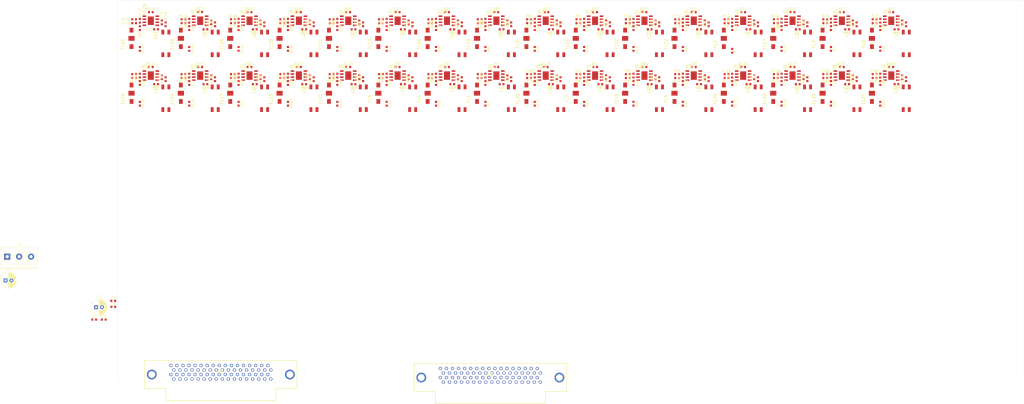
<source format=kicad_pcb>
(kicad_pcb (version 20171130) (host pcbnew 5.1.6-c6e7f7d~87~ubuntu18.04.1)
  (layers (0 F.Cu signal) (1 In1.Cu power) (2 In2.Cu signal) (3 In3.Cu power) (4 In4.Cu power) (5 In5.Cu signal) (6 In6.Cu power) (31 B.Cu signal) (34 B.Paste user) (35 F.Paste user) (36 B.SilkS user) (37 F.SilkS user) (38 B.Mask user) (39 F.Mask user) (44 Edge.Cuts user))
  (net 0 "")
  (net 1 GND)
  (net 2 +48V)
  (net 3 -48V)
  (net 4 /D2_HV_OUT_COM)
  (net 5 "Net-(C8-Pad1)")
  (net 6 /D2_HV_OUT)
  (net 7 /D3_HV_OUT_COM)
  (net 8 /D3_HV_OUT)
  (net 9 /D4_HV_OUT_COM)
  (net 10 /D4_HV_OUT)
  (net 11 /D5_HV_OUT_COM)
  (net 12 "Net-(C20-Pad1)")
  (net 13 /D5_HV_OUT)
  (net 14 /D6_HV_OUT_COM)
  (net 15 /D6_HV_OUT)
  (net 16 /D7_HV_OUT_COM)
  (net 17 /D7_HV_OUT)
  (net 18 /D8_HV_OUT_COM)
  (net 19 "Net-(C32-Pad1)")
  (net 20 /D8_HV_OUT)
  (net 21 /D1_HV_OUT_COM)
  (net 22 /D1_HV_OUT)
  (net 23 /D10_HV_OUT_COM)
  (net 24 /D10_HV_OUT)
  (net 25 /D11_HV_OUT_COM)
  (net 26 "Net-(C44-Pad1)")
  (net 27 /D11_HV_OUT)
  (net 28 /D12_HV_OUT_COM)
  (net 29 /D12_HV_OUT)
  (net 30 /D13_HV_OUT_COM)
  (net 31 /D13_HV_OUT)
  (net 32 /D14_HV_OUT_COM)
  (net 33 "Net-(C56-Pad1)")
  (net 34 /D14_HV_OUT)
  (net 35 /D15_HV_OUT_COM)
  (net 36 /D15_HV_OUT)
  (net 37 /D16_HV_OUT_COM)
  (net 38 /D16_HV_OUT)
  (net 39 /D9_HV_OUT_COM)
  (net 40 "Net-(C68-Pad1)")
  (net 41 /D9_HV_OUT)
  (net 42 /D18_HV_OUT_COM)
  (net 43 /D18_HV_OUT)
  (net 44 /D19_HV_OUT_COM)
  (net 45 /D19_HV_OUT)
  (net 46 /D20_HV_OUT_COM)
  (net 47 "Net-(C80-Pad1)")
  (net 48 /D20_HV_OUT)
  (net 49 /D21_HV_OUT_COM)
  (net 50 /D21_HV_OUT)
  (net 51 /D22_HV_OUT_COM)
  (net 52 /D22_HV_OUT)
  (net 53 /D23_HV_OUT_COM)
  (net 54 "Net-(C92-Pad1)")
  (net 55 /D23_HV_OUT)
  (net 56 /D24_HV_OUT_COM)
  (net 57 /D24_HV_OUT)
  (net 58 /D17_HV_OUT_COM)
  (net 59 /D17_HV_OUT)
  (net 60 /D26_HV_OUT_COM)
  (net 61 /D26_HV_OUT)
  (net 62 /D27_HV_OUT_COM)
  (net 63 /D27_HV_OUT)
  (net 64 /D28_HV_OUT_COM)
  (net 65 /D28_HV_OUT)
  (net 66 /D29_HV_OUT_COM)
  (net 67 /D29_HV_OUT)
  (net 68 /D30_HV_OUT_COM)
  (net 69 /D30_HV_OUT)
  (net 70 /D31_HV_OUT_COM)
  (net 71 /D31_HV_OUT)
  (net 72 /D32_HV_OUT_COM)
  (net 73 /D32_HV_OUT)
  (net 74 /D25_HV_OUT_COM)
  (net 75 /D25_HV_OUT)
  (net 76 "Net-(J2-Pad52)")
  (net 77 /D32_IN)
  (net 78 /D31_IN)
  (net 79 /D30_IN)
  (net 80 /D29_IN)
  (net 81 /D28_IN)
  (net 82 /D27_IN)
  (net 83 /D26_IN)
  (net 84 /D25_IN)
  (net 85 /D24_IN)
  (net 86 /D23_IN)
  (net 87 /D22_IN)
  (net 88 /D21_IN)
  (net 89 /D20_IN)
  (net 90 /D19_IN)
  (net 91 /D18_IN)
  (net 92 /D17_IN)
  (net 93 "Net-(J2-Pad18)")
  (net 94 /D16_IN)
  (net 95 /D15_IN)
  (net 96 /D14_IN)
  (net 97 /D13_IN)
  (net 98 /D12_IN)
  (net 99 /D11_IN)
  (net 100 /D10_IN)
  (net 101 /D9_IN)
  (net 102 /D8_IN)
  (net 103 /D7_IN)
  (net 104 /D6_IN)
  (net 105 /D5_IN)
  (net 106 /D4_IN)
  (net 107 /D3_IN)
  (net 108 /D2_IN)
  (net 109 /D1_IN)
  (net 110 "Net-(J3-Pad52)")
  (net 111 "Net-(J3-Pad18)")
  (net 112 "Net-(FL1-Pad2)")
  (net 113 "Net-(FL2-Pad2)")
  (net 114 "Net-(FL3-Pad2)")
  (net 115 "Net-(FL4-Pad2)")
  (net 116 "Net-(FL5-Pad2)")
  (net 117 "Net-(FL6-Pad2)")
  (net 118 "Net-(FL7-Pad2)")
  (net 119 "Net-(FL8-Pad2)")
  (net 120 "Net-(FL9-Pad2)")
  (net 121 "Net-(FL10-Pad2)")
  (net 122 "Net-(FL11-Pad2)")
  (net 123 "Net-(FL12-Pad2)")
  (net 124 "Net-(FL13-Pad2)")
  (net 125 "Net-(FL14-Pad2)")
  (net 126 "Net-(FL15-Pad2)")
  (net 127 "Net-(FL16-Pad2)")
  (net 128 "Net-(FL17-Pad2)")
  (net 129 "Net-(FL18-Pad2)")
  (net 130 "Net-(FL19-Pad2)")
  (net 131 "Net-(FL20-Pad2)")
  (net 132 "Net-(FL21-Pad2)")
  (net 133 "Net-(FL22-Pad2)")
  (net 134 "Net-(FL23-Pad2)")
  (net 135 "Net-(FL24-Pad2)")
  (net 136 "Net-(FL25-Pad2)")
  (net 137 "Net-(FL26-Pad2)")
  (net 138 "Net-(FL27-Pad2)")
  (net 139 "Net-(FL28-Pad2)")
  (net 140 "Net-(FL29-Pad2)")
  (net 141 "Net-(FL30-Pad2)")
  (net 142 "Net-(FL31-Pad2)")
  (net 143 "Net-(FL32-Pad2)")
  (net 144 /D2_IN_COM)
  (net 145 /D3_IN_COM)
  (net 146 "Net-(C11-Pad1)")
  (net 147 /D4_IN_COM)
  (net 148 "Net-(C14-Pad1)")
  (net 149 /D5_IN_COM)
  (net 150 "Net-(C17-Pad1)")
  (net 151 /D6_IN_COM)
  (net 152 /D7_IN_COM)
  (net 153 "Net-(C23-Pad1)")
  (net 154 /D8_IN_COM)
  (net 155 "Net-(C26-Pad1)")
  (net 156 /D1_IN_COM)
  (net 157 "Net-(C29-Pad1)")
  (net 158 /D10_IN_COM)
  (net 159 /D11_IN_COM)
  (net 160 "Net-(C35-Pad1)")
  (net 161 /D12_IN_COM)
  (net 162 "Net-(C38-Pad1)")
  (net 163 /D13_IN_COM)
  (net 164 "Net-(C41-Pad1)")
  (net 165 /D14_IN_COM)
  (net 166 /D15_IN_COM)
  (net 167 "Net-(C47-Pad1)")
  (net 168 /D16_IN_COM)
  (net 169 "Net-(C50-Pad1)")
  (net 170 /D9_IN_COM)
  (net 171 "Net-(C53-Pad1)")
  (net 172 /D18_IN_COM)
  (net 173 /D19_IN_COM)
  (net 174 "Net-(C59-Pad1)")
  (net 175 /D20_IN_COM)
  (net 176 "Net-(C62-Pad1)")
  (net 177 /D21_IN_COM)
  (net 178 "Net-(C65-Pad1)")
  (net 179 /D22_IN_COM)
  (net 180 /D23_IN_COM)
  (net 181 "Net-(C71-Pad1)")
  (net 182 /D24_IN_COM)
  (net 183 "Net-(C74-Pad1)")
  (net 184 /D17_IN_COM)
  (net 185 "Net-(C77-Pad1)")
  (net 186 /D26_IN_COM)
  (net 187 /D27_IN_COM)
  (net 188 "Net-(C83-Pad1)")
  (net 189 /D28_IN_COM)
  (net 190 "Net-(C86-Pad1)")
  (net 191 /D29_IN_COM)
  (net 192 "Net-(C89-Pad1)")
  (net 193 /D30_IN_COM)
  (net 194 /D31_IN_COM)
  (net 195 "Net-(C95-Pad1)")
  (net 196 /D32_IN_COM)
  (net 197 "Net-(C98-Pad1)")
  (net 198 /D25_IN_COM)
  (net 199 "Net-(C101-Pad1)")
  (net 200 "Net-(FL1-Pad1)")
  (net 201 "Net-(FL2-Pad1)")
  (net 202 "Net-(FL3-Pad1)")
  (net 203 "Net-(FL4-Pad1)")
  (net 204 "Net-(FL5-Pad1)")
  (net 205 "Net-(FL6-Pad1)")
  (net 206 "Net-(FL7-Pad1)")
  (net 207 "Net-(FL8-Pad1)")
  (net 208 "Net-(FL9-Pad1)")
  (net 209 "Net-(FL10-Pad1)")
  (net 210 "Net-(FL11-Pad1)")
  (net 211 "Net-(FL12-Pad1)")
  (net 212 "Net-(FL13-Pad1)")
  (net 213 "Net-(FL14-Pad1)")
  (net 214 "Net-(FL15-Pad1)")
  (net 215 "Net-(FL16-Pad1)")
  (net 216 "Net-(FL17-Pad1)")
  (net 217 "Net-(FL18-Pad1)")
  (net 218 "Net-(FL19-Pad1)")
  (net 219 "Net-(FL20-Pad1)")
  (net 220 "Net-(FL21-Pad1)")
  (net 221 "Net-(FL22-Pad1)")
  (net 222 "Net-(FL23-Pad1)")
  (net 223 "Net-(FL24-Pad1)")
  (net 224 "Net-(FL25-Pad1)")
  (net 225 "Net-(FL26-Pad1)")
  (net 226 "Net-(FL27-Pad1)")
  (net 227 "Net-(FL28-Pad1)")
  (net 228 "Net-(FL29-Pad1)")
  (net 229 "Net-(FL30-Pad1)")
  (net 230 "Net-(FL31-Pad1)")
  (net 231 "Net-(FL32-Pad1)")
  (net 232 "Net-(IC1-Pad1)")
  (net 233 "Net-(IC1-Pad2)")
  (net 234 "Net-(IC1-Pad5)")
  (net 235 "Net-(IC1-Pad6)")
  (net 236 "Net-(IC1-Pad8)")
  (net 237 "Net-(IC2-Pad8)")
  (net 238 "Net-(IC2-Pad6)")
  (net 239 "Net-(IC2-Pad5)")
  (net 240 "Net-(IC2-Pad2)")
  (net 241 "Net-(IC2-Pad1)")
  (net 242 "Net-(IC3-Pad8)")
  (net 243 "Net-(IC3-Pad6)")
  (net 244 "Net-(IC3-Pad5)")
  (net 245 "Net-(IC3-Pad2)")
  (net 246 "Net-(IC3-Pad1)")
  (net 247 "Net-(IC4-Pad8)")
  (net 248 "Net-(IC4-Pad6)")
  (net 249 "Net-(IC4-Pad5)")
  (net 250 "Net-(IC4-Pad2)")
  (net 251 "Net-(IC4-Pad1)")
  (net 252 "Net-(IC5-Pad8)")
  (net 253 "Net-(IC5-Pad6)")
  (net 254 "Net-(IC5-Pad5)")
  (net 255 "Net-(IC5-Pad2)")
  (net 256 "Net-(IC5-Pad1)")
  (net 257 "Net-(IC6-Pad1)")
  (net 258 "Net-(IC6-Pad2)")
  (net 259 "Net-(IC6-Pad5)")
  (net 260 "Net-(IC6-Pad6)")
  (net 261 "Net-(IC6-Pad8)")
  (net 262 "Net-(IC7-Pad8)")
  (net 263 "Net-(IC7-Pad6)")
  (net 264 "Net-(IC7-Pad5)")
  (net 265 "Net-(IC7-Pad2)")
  (net 266 "Net-(IC7-Pad1)")
  (net 267 "Net-(IC8-Pad1)")
  (net 268 "Net-(IC8-Pad2)")
  (net 269 "Net-(IC8-Pad5)")
  (net 270 "Net-(IC8-Pad6)")
  (net 271 "Net-(IC8-Pad8)")
  (net 272 "Net-(IC9-Pad8)")
  (net 273 "Net-(IC9-Pad6)")
  (net 274 "Net-(IC9-Pad5)")
  (net 275 "Net-(IC9-Pad2)")
  (net 276 "Net-(IC9-Pad1)")
  (net 277 "Net-(IC10-Pad1)")
  (net 278 "Net-(IC10-Pad2)")
  (net 279 "Net-(IC10-Pad5)")
  (net 280 "Net-(IC10-Pad6)")
  (net 281 "Net-(IC10-Pad8)")
  (net 282 "Net-(IC11-Pad8)")
  (net 283 "Net-(IC11-Pad6)")
  (net 284 "Net-(IC11-Pad5)")
  (net 285 "Net-(IC11-Pad2)")
  (net 286 "Net-(IC11-Pad1)")
  (net 287 "Net-(IC12-Pad8)")
  (net 288 "Net-(IC12-Pad6)")
  (net 289 "Net-(IC12-Pad5)")
  (net 290 "Net-(IC12-Pad2)")
  (net 291 "Net-(IC12-Pad1)")
  (net 292 "Net-(IC13-Pad1)")
  (net 293 "Net-(IC13-Pad2)")
  (net 294 "Net-(IC13-Pad5)")
  (net 295 "Net-(IC13-Pad6)")
  (net 296 "Net-(IC13-Pad8)")
  (net 297 "Net-(IC14-Pad8)")
  (net 298 "Net-(IC14-Pad6)")
  (net 299 "Net-(IC14-Pad5)")
  (net 300 "Net-(IC14-Pad2)")
  (net 301 "Net-(IC14-Pad1)")
  (net 302 "Net-(IC15-Pad8)")
  (net 303 "Net-(IC15-Pad6)")
  (net 304 "Net-(IC15-Pad5)")
  (net 305 "Net-(IC15-Pad2)")
  (net 306 "Net-(IC15-Pad1)")
  (net 307 "Net-(IC16-Pad8)")
  (net 308 "Net-(IC16-Pad6)")
  (net 309 "Net-(IC16-Pad5)")
  (net 310 "Net-(IC16-Pad2)")
  (net 311 "Net-(IC16-Pad1)")
  (net 312 "Net-(IC17-Pad1)")
  (net 313 "Net-(IC17-Pad2)")
  (net 314 "Net-(IC17-Pad5)")
  (net 315 "Net-(IC17-Pad6)")
  (net 316 "Net-(IC17-Pad8)")
  (net 317 "Net-(IC18-Pad1)")
  (net 318 "Net-(IC18-Pad2)")
  (net 319 "Net-(IC18-Pad5)")
  (net 320 "Net-(IC18-Pad6)")
  (net 321 "Net-(IC18-Pad8)")
  (net 322 "Net-(IC19-Pad1)")
  (net 323 "Net-(IC19-Pad2)")
  (net 324 "Net-(IC19-Pad5)")
  (net 325 "Net-(IC19-Pad6)")
  (net 326 "Net-(IC19-Pad8)")
  (net 327 "Net-(IC20-Pad1)")
  (net 328 "Net-(IC20-Pad2)")
  (net 329 "Net-(IC20-Pad5)")
  (net 330 "Net-(IC20-Pad6)")
  (net 331 "Net-(IC20-Pad8)")
  (net 332 "Net-(IC21-Pad1)")
  (net 333 "Net-(IC21-Pad2)")
  (net 334 "Net-(IC21-Pad5)")
  (net 335 "Net-(IC21-Pad6)")
  (net 336 "Net-(IC21-Pad8)")
  (net 337 "Net-(IC22-Pad1)")
  (net 338 "Net-(IC22-Pad2)")
  (net 339 "Net-(IC22-Pad5)")
  (net 340 "Net-(IC22-Pad6)")
  (net 341 "Net-(IC22-Pad8)")
  (net 342 "Net-(IC23-Pad1)")
  (net 343 "Net-(IC23-Pad2)")
  (net 344 "Net-(IC23-Pad5)")
  (net 345 "Net-(IC23-Pad6)")
  (net 346 "Net-(IC23-Pad8)")
  (net 347 "Net-(IC24-Pad8)")
  (net 348 "Net-(IC24-Pad6)")
  (net 349 "Net-(IC24-Pad5)")
  (net 350 "Net-(IC24-Pad2)")
  (net 351 "Net-(IC24-Pad1)")
  (net 352 "Net-(IC25-Pad8)")
  (net 353 "Net-(IC25-Pad6)")
  (net 354 "Net-(IC25-Pad5)")
  (net 355 "Net-(IC25-Pad2)")
  (net 356 "Net-(IC25-Pad1)")
  (net 357 "Net-(IC26-Pad8)")
  (net 358 "Net-(IC26-Pad6)")
  (net 359 "Net-(IC26-Pad5)")
  (net 360 "Net-(IC26-Pad2)")
  (net 361 "Net-(IC26-Pad1)")
  (net 362 "Net-(IC27-Pad1)")
  (net 363 "Net-(IC27-Pad2)")
  (net 364 "Net-(IC27-Pad5)")
  (net 365 "Net-(IC27-Pad6)")
  (net 366 "Net-(IC27-Pad8)")
  (net 367 "Net-(IC28-Pad1)")
  (net 368 "Net-(IC28-Pad2)")
  (net 369 "Net-(IC28-Pad5)")
  (net 370 "Net-(IC28-Pad6)")
  (net 371 "Net-(IC28-Pad8)")
  (net 372 "Net-(IC29-Pad8)")
  (net 373 "Net-(IC29-Pad6)")
  (net 374 "Net-(IC29-Pad5)")
  (net 375 "Net-(IC29-Pad2)")
  (net 376 "Net-(IC29-Pad1)")
  (net 377 "Net-(IC30-Pad8)")
  (net 378 "Net-(IC30-Pad6)")
  (net 379 "Net-(IC30-Pad5)")
  (net 380 "Net-(IC30-Pad2)")
  (net 381 "Net-(IC30-Pad1)")
  (net 382 "Net-(IC31-Pad1)")
  (net 383 "Net-(IC31-Pad2)")
  (net 384 "Net-(IC31-Pad5)")
  (net 385 "Net-(IC31-Pad6)")
  (net 386 "Net-(IC31-Pad8)")
  (net 387 "Net-(IC32-Pad1)")
  (net 388 "Net-(IC32-Pad2)")
  (net 389 "Net-(IC32-Pad5)")
  (net 390 "Net-(IC32-Pad6)")
  (net 391 "Net-(IC32-Pad8)")
  (net 392 "Net-(L1-Pad1)")
  (net 393 "Net-(L2-Pad1)")
  (net 394 "Net-(L3-Pad1)")
  (net 395 "Net-(L4-Pad1)")
  (net 396 "Net-(L5-Pad1)")
  (net 397 "Net-(L6-Pad1)")
  (net 398 "Net-(L7-Pad1)")
  (net 399 "Net-(L8-Pad1)")
  (net 400 "Net-(L9-Pad1)")
  (net 401 "Net-(L10-Pad1)")
  (net 402 "Net-(L11-Pad1)")
  (net 403 "Net-(L12-Pad1)")
  (net 404 "Net-(L13-Pad1)")
  (net 405 "Net-(L14-Pad1)")
  (net 406 "Net-(L15-Pad1)")
  (net 407 "Net-(L16-Pad1)")
  (net 408 "Net-(L17-Pad1)")
  (net 409 "Net-(L18-Pad1)")
  (net 410 "Net-(L19-Pad1)")
  (net 411 "Net-(L20-Pad1)")
  (net 412 "Net-(L21-Pad1)")
  (net 413 "Net-(L22-Pad1)")
  (net 414 "Net-(L23-Pad1)")
  (net 415 "Net-(L24-Pad1)")
  (net 416 "Net-(L25-Pad1)")
  (net 417 "Net-(L26-Pad1)")
  (net 418 "Net-(L27-Pad1)")
  (net 419 "Net-(L28-Pad1)")
  (net 420 "Net-(L29-Pad1)")
  (net 421 "Net-(L30-Pad1)")
  (net 422 "Net-(L31-Pad1)")
  (net 423 "Net-(L32-Pad1)")
  (module ARTIQAmp:SOIC127P599X175-9N (layer F.Cu) (at 261.6 157.15)
    (fp_text reference IC1 (at -2 -3.8) (layer F.SilkS) (effects (font (size 1.27 1.27) (thickness 0.254))))
    (fp_text value LTC6090CS8E#PBF hide)
    (pad 9 smd rect (at 0 0) (size 2.53 3.55) (layers F.Cu F.Paste F.Mask) (net 3 -48V))
    (pad 8 smd rect (at 2.712 -1.905 90) (size 0.65 1.526) (layers F.Cu F.Paste F.Mask) (net 236 "Net-(IC1-Pad8)"))
    (pad 7 smd rect (at 2.712 -0.635 90) (size 0.65 1.526) (layers F.Cu F.Paste F.Mask) (net 2 +48V))
    (pad 6 smd rect (at 2.712 0.635 90) (size 0.65 1.526) (layers F.Cu F.Paste F.Mask) (net 235 "Net-(IC1-Pad6)"))
    (pad 5 smd rect (at 2.712 1.905 90) (size 0.65 1.526) (layers F.Cu F.Paste F.Mask) (net 234 "Net-(IC1-Pad5)"))
    (pad 4 smd rect (at -2.712 1.905 90) (size 0.65 1.526) (layers F.Cu F.Paste F.Mask) (net 3 -48V))
    (pad 3 smd rect (at -2.712 0.635 90) (size 0.65 1.526) (layers F.Cu F.Paste F.Mask) (net 5 "Net-(C8-Pad1)"))
    (pad 2 smd rect (at -2.712 -0.635 90) (size 0.65 1.526) (layers F.Cu F.Paste F.Mask) (net 233 "Net-(IC1-Pad2)"))
    (pad 1 smd rect (at -2.712 -1.905 90) (size 0.65 1.526) (layers F.Cu F.Paste F.Mask) (net 232 "Net-(IC1-Pad1)"))
  )
  (module ARTIQAmp:SOIC127P599X175-9N (layer F.Cu) (at 365.1 134.15)
    (fp_text reference IC2 (at -2 -3.8) (layer F.SilkS) (effects (font (size 1.27 1.27) (thickness 0.254))))
    (fp_text value LTC6090CS8E#PBF hide)
    (pad 9 smd rect (at 0 0) (size 2.53 3.55) (layers F.Cu F.Paste F.Mask) (net 3 -48V))
    (pad 8 smd rect (at 2.712 -1.905 90) (size 0.65 1.526) (layers F.Cu F.Paste F.Mask) (net 237 "Net-(IC2-Pad8)"))
    (pad 7 smd rect (at 2.712 -0.635 90) (size 0.65 1.526) (layers F.Cu F.Paste F.Mask) (net 2 +48V))
    (pad 6 smd rect (at 2.712 0.635 90) (size 0.65 1.526) (layers F.Cu F.Paste F.Mask) (net 238 "Net-(IC2-Pad6)"))
    (pad 5 smd rect (at 2.712 1.905 90) (size 0.65 1.526) (layers F.Cu F.Paste F.Mask) (net 239 "Net-(IC2-Pad5)"))
    (pad 4 smd rect (at -2.712 1.905 90) (size 0.65 1.526) (layers F.Cu F.Paste F.Mask) (net 3 -48V))
    (pad 3 smd rect (at -2.712 0.635 90) (size 0.65 1.526) (layers F.Cu F.Paste F.Mask) (net 146 "Net-(C11-Pad1)"))
    (pad 2 smd rect (at -2.712 -0.635 90) (size 0.65 1.526) (layers F.Cu F.Paste F.Mask) (net 240 "Net-(IC2-Pad2)"))
    (pad 1 smd rect (at -2.712 -1.905 90) (size 0.65 1.526) (layers F.Cu F.Paste F.Mask) (net 241 "Net-(IC2-Pad1)"))
  )
  (module ARTIQAmp:SOIC127P599X175-9N (layer F.Cu) (at 406.5 134.15)
    (fp_text reference IC3 (at -2 -3.8) (layer F.SilkS) (effects (font (size 1.27 1.27) (thickness 0.254))))
    (fp_text value LTC6090CS8E#PBF hide)
    (pad 9 smd rect (at 0 0) (size 2.53 3.55) (layers F.Cu F.Paste F.Mask) (net 3 -48V))
    (pad 8 smd rect (at 2.712 -1.905 90) (size 0.65 1.526) (layers F.Cu F.Paste F.Mask) (net 242 "Net-(IC3-Pad8)"))
    (pad 7 smd rect (at 2.712 -0.635 90) (size 0.65 1.526) (layers F.Cu F.Paste F.Mask) (net 2 +48V))
    (pad 6 smd rect (at 2.712 0.635 90) (size 0.65 1.526) (layers F.Cu F.Paste F.Mask) (net 243 "Net-(IC3-Pad6)"))
    (pad 5 smd rect (at 2.712 1.905 90) (size 0.65 1.526) (layers F.Cu F.Paste F.Mask) (net 244 "Net-(IC3-Pad5)"))
    (pad 4 smd rect (at -2.712 1.905 90) (size 0.65 1.526) (layers F.Cu F.Paste F.Mask) (net 3 -48V))
    (pad 3 smd rect (at -2.712 0.635 90) (size 0.65 1.526) (layers F.Cu F.Paste F.Mask) (net 148 "Net-(C14-Pad1)"))
    (pad 2 smd rect (at -2.712 -0.635 90) (size 0.65 1.526) (layers F.Cu F.Paste F.Mask) (net 245 "Net-(IC3-Pad2)"))
    (pad 1 smd rect (at -2.712 -1.905 90) (size 0.65 1.526) (layers F.Cu F.Paste F.Mask) (net 246 "Net-(IC3-Pad1)"))
  )
  (module ARTIQAmp:SOIC127P599X175-9N (layer F.Cu) (at 240.9 157.15)
    (fp_text reference IC4 (at -2 -3.8) (layer F.SilkS) (effects (font (size 1.27 1.27) (thickness 0.254))))
    (fp_text value LTC6090CS8E#PBF hide)
    (pad 9 smd rect (at 0 0) (size 2.53 3.55) (layers F.Cu F.Paste F.Mask) (net 3 -48V))
    (pad 8 smd rect (at 2.712 -1.905 90) (size 0.65 1.526) (layers F.Cu F.Paste F.Mask) (net 247 "Net-(IC4-Pad8)"))
    (pad 7 smd rect (at 2.712 -0.635 90) (size 0.65 1.526) (layers F.Cu F.Paste F.Mask) (net 2 +48V))
    (pad 6 smd rect (at 2.712 0.635 90) (size 0.65 1.526) (layers F.Cu F.Paste F.Mask) (net 248 "Net-(IC4-Pad6)"))
    (pad 5 smd rect (at 2.712 1.905 90) (size 0.65 1.526) (layers F.Cu F.Paste F.Mask) (net 249 "Net-(IC4-Pad5)"))
    (pad 4 smd rect (at -2.712 1.905 90) (size 0.65 1.526) (layers F.Cu F.Paste F.Mask) (net 3 -48V))
    (pad 3 smd rect (at -2.712 0.635 90) (size 0.65 1.526) (layers F.Cu F.Paste F.Mask) (net 150 "Net-(C17-Pad1)"))
    (pad 2 smd rect (at -2.712 -0.635 90) (size 0.65 1.526) (layers F.Cu F.Paste F.Mask) (net 250 "Net-(IC4-Pad2)"))
    (pad 1 smd rect (at -2.712 -1.905 90) (size 0.65 1.526) (layers F.Cu F.Paste F.Mask) (net 251 "Net-(IC4-Pad1)"))
  )
  (module ARTIQAmp:SOIC127P599X175-9N (layer F.Cu) (at 344.4 157.15)
    (fp_text reference IC5 (at -2 -3.8) (layer F.SilkS) (effects (font (size 1.27 1.27) (thickness 0.254))))
    (fp_text value LTC6090CS8E#PBF hide)
    (pad 9 smd rect (at 0 0) (size 2.53 3.55) (layers F.Cu F.Paste F.Mask) (net 3 -48V))
    (pad 8 smd rect (at 2.712 -1.905 90) (size 0.65 1.526) (layers F.Cu F.Paste F.Mask) (net 252 "Net-(IC5-Pad8)"))
    (pad 7 smd rect (at 2.712 -0.635 90) (size 0.65 1.526) (layers F.Cu F.Paste F.Mask) (net 2 +48V))
    (pad 6 smd rect (at 2.712 0.635 90) (size 0.65 1.526) (layers F.Cu F.Paste F.Mask) (net 253 "Net-(IC5-Pad6)"))
    (pad 5 smd rect (at 2.712 1.905 90) (size 0.65 1.526) (layers F.Cu F.Paste F.Mask) (net 254 "Net-(IC5-Pad5)"))
    (pad 4 smd rect (at -2.712 1.905 90) (size 0.65 1.526) (layers F.Cu F.Paste F.Mask) (net 3 -48V))
    (pad 3 smd rect (at -2.712 0.635 90) (size 0.65 1.526) (layers F.Cu F.Paste F.Mask) (net 12 "Net-(C20-Pad1)"))
    (pad 2 smd rect (at -2.712 -0.635 90) (size 0.65 1.526) (layers F.Cu F.Paste F.Mask) (net 255 "Net-(IC5-Pad2)"))
    (pad 1 smd rect (at -2.712 -1.905 90) (size 0.65 1.526) (layers F.Cu F.Paste F.Mask) (net 256 "Net-(IC5-Pad1)"))
  )
  (module ARTIQAmp:SOIC127P599X175-9N (layer F.Cu) (at 220.2 157.15)
    (fp_text reference IC6 (at -2 -3.8) (layer F.SilkS) (effects (font (size 1.27 1.27) (thickness 0.254))))
    (fp_text value LTC6090CS8E#PBF hide)
    (pad 9 smd rect (at 0 0) (size 2.53 3.55) (layers F.Cu F.Paste F.Mask) (net 3 -48V))
    (pad 8 smd rect (at 2.712 -1.905 90) (size 0.65 1.526) (layers F.Cu F.Paste F.Mask) (net 261 "Net-(IC6-Pad8)"))
    (pad 7 smd rect (at 2.712 -0.635 90) (size 0.65 1.526) (layers F.Cu F.Paste F.Mask) (net 2 +48V))
    (pad 6 smd rect (at 2.712 0.635 90) (size 0.65 1.526) (layers F.Cu F.Paste F.Mask) (net 260 "Net-(IC6-Pad6)"))
    (pad 5 smd rect (at 2.712 1.905 90) (size 0.65 1.526) (layers F.Cu F.Paste F.Mask) (net 259 "Net-(IC6-Pad5)"))
    (pad 4 smd rect (at -2.712 1.905 90) (size 0.65 1.526) (layers F.Cu F.Paste F.Mask) (net 3 -48V))
    (pad 3 smd rect (at -2.712 0.635 90) (size 0.65 1.526) (layers F.Cu F.Paste F.Mask) (net 153 "Net-(C23-Pad1)"))
    (pad 2 smd rect (at -2.712 -0.635 90) (size 0.65 1.526) (layers F.Cu F.Paste F.Mask) (net 258 "Net-(IC6-Pad2)"))
    (pad 1 smd rect (at -2.712 -1.905 90) (size 0.65 1.526) (layers F.Cu F.Paste F.Mask) (net 257 "Net-(IC6-Pad1)"))
  )
  (module ARTIQAmp:SOIC127P599X175-9N (layer F.Cu) (at 303 157.15)
    (fp_text reference IC7 (at -2 -3.8) (layer F.SilkS) (effects (font (size 1.27 1.27) (thickness 0.254))))
    (fp_text value LTC6090CS8E#PBF hide)
    (pad 9 smd rect (at 0 0) (size 2.53 3.55) (layers F.Cu F.Paste F.Mask) (net 3 -48V))
    (pad 8 smd rect (at 2.712 -1.905 90) (size 0.65 1.526) (layers F.Cu F.Paste F.Mask) (net 262 "Net-(IC7-Pad8)"))
    (pad 7 smd rect (at 2.712 -0.635 90) (size 0.65 1.526) (layers F.Cu F.Paste F.Mask) (net 2 +48V))
    (pad 6 smd rect (at 2.712 0.635 90) (size 0.65 1.526) (layers F.Cu F.Paste F.Mask) (net 263 "Net-(IC7-Pad6)"))
    (pad 5 smd rect (at 2.712 1.905 90) (size 0.65 1.526) (layers F.Cu F.Paste F.Mask) (net 264 "Net-(IC7-Pad5)"))
    (pad 4 smd rect (at -2.712 1.905 90) (size 0.65 1.526) (layers F.Cu F.Paste F.Mask) (net 3 -48V))
    (pad 3 smd rect (at -2.712 0.635 90) (size 0.65 1.526) (layers F.Cu F.Paste F.Mask) (net 155 "Net-(C26-Pad1)"))
    (pad 2 smd rect (at -2.712 -0.635 90) (size 0.65 1.526) (layers F.Cu F.Paste F.Mask) (net 265 "Net-(IC7-Pad2)"))
    (pad 1 smd rect (at -2.712 -1.905 90) (size 0.65 1.526) (layers F.Cu F.Paste F.Mask) (net 266 "Net-(IC7-Pad1)"))
  )
  (module ARTIQAmp:SOIC127P599X175-9N (layer F.Cu) (at 427.2 134.15)
    (fp_text reference IC8 (at -2 -3.8) (layer F.SilkS) (effects (font (size 1.27 1.27) (thickness 0.254))))
    (fp_text value LTC6090CS8E#PBF hide)
    (pad 9 smd rect (at 0 0) (size 2.53 3.55) (layers F.Cu F.Paste F.Mask) (net 3 -48V))
    (pad 8 smd rect (at 2.712 -1.905 90) (size 0.65 1.526) (layers F.Cu F.Paste F.Mask) (net 271 "Net-(IC8-Pad8)"))
    (pad 7 smd rect (at 2.712 -0.635 90) (size 0.65 1.526) (layers F.Cu F.Paste F.Mask) (net 2 +48V))
    (pad 6 smd rect (at 2.712 0.635 90) (size 0.65 1.526) (layers F.Cu F.Paste F.Mask) (net 270 "Net-(IC8-Pad6)"))
    (pad 5 smd rect (at 2.712 1.905 90) (size 0.65 1.526) (layers F.Cu F.Paste F.Mask) (net 269 "Net-(IC8-Pad5)"))
    (pad 4 smd rect (at -2.712 1.905 90) (size 0.65 1.526) (layers F.Cu F.Paste F.Mask) (net 3 -48V))
    (pad 3 smd rect (at -2.712 0.635 90) (size 0.65 1.526) (layers F.Cu F.Paste F.Mask) (net 157 "Net-(C29-Pad1)"))
    (pad 2 smd rect (at -2.712 -0.635 90) (size 0.65 1.526) (layers F.Cu F.Paste F.Mask) (net 268 "Net-(IC8-Pad2)"))
    (pad 1 smd rect (at -2.712 -1.905 90) (size 0.65 1.526) (layers F.Cu F.Paste F.Mask) (net 267 "Net-(IC8-Pad1)"))
  )
  (module ARTIQAmp:SOIC127P599X175-9N (layer F.Cu) (at 282.3 134.15)
    (fp_text reference IC9 (at -2 -3.8) (layer F.SilkS) (effects (font (size 1.27 1.27) (thickness 0.254))))
    (fp_text value LTC6090CS8E#PBF hide)
    (pad 9 smd rect (at 0 0) (size 2.53 3.55) (layers F.Cu F.Paste F.Mask) (net 3 -48V))
    (pad 8 smd rect (at 2.712 -1.905 90) (size 0.65 1.526) (layers F.Cu F.Paste F.Mask) (net 272 "Net-(IC9-Pad8)"))
    (pad 7 smd rect (at 2.712 -0.635 90) (size 0.65 1.526) (layers F.Cu F.Paste F.Mask) (net 2 +48V))
    (pad 6 smd rect (at 2.712 0.635 90) (size 0.65 1.526) (layers F.Cu F.Paste F.Mask) (net 273 "Net-(IC9-Pad6)"))
    (pad 5 smd rect (at 2.712 1.905 90) (size 0.65 1.526) (layers F.Cu F.Paste F.Mask) (net 274 "Net-(IC9-Pad5)"))
    (pad 4 smd rect (at -2.712 1.905 90) (size 0.65 1.526) (layers F.Cu F.Paste F.Mask) (net 3 -48V))
    (pad 3 smd rect (at -2.712 0.635 90) (size 0.65 1.526) (layers F.Cu F.Paste F.Mask) (net 19 "Net-(C32-Pad1)"))
    (pad 2 smd rect (at -2.712 -0.635 90) (size 0.65 1.526) (layers F.Cu F.Paste F.Mask) (net 275 "Net-(IC9-Pad2)"))
    (pad 1 smd rect (at -2.712 -1.905 90) (size 0.65 1.526) (layers F.Cu F.Paste F.Mask) (net 276 "Net-(IC9-Pad1)"))
  )
  (module ARTIQAmp:SOIC127P599X175-9N (layer F.Cu) (at 240.9 134.15)
    (fp_text reference IC10 (at -2 -3.8) (layer F.SilkS) (effects (font (size 1.27 1.27) (thickness 0.254))))
    (fp_text value LTC6090CS8E#PBF hide)
    (pad 9 smd rect (at 0 0) (size 2.53 3.55) (layers F.Cu F.Paste F.Mask) (net 3 -48V))
    (pad 8 smd rect (at 2.712 -1.905 90) (size 0.65 1.526) (layers F.Cu F.Paste F.Mask) (net 281 "Net-(IC10-Pad8)"))
    (pad 7 smd rect (at 2.712 -0.635 90) (size 0.65 1.526) (layers F.Cu F.Paste F.Mask) (net 2 +48V))
    (pad 6 smd rect (at 2.712 0.635 90) (size 0.65 1.526) (layers F.Cu F.Paste F.Mask) (net 280 "Net-(IC10-Pad6)"))
    (pad 5 smd rect (at 2.712 1.905 90) (size 0.65 1.526) (layers F.Cu F.Paste F.Mask) (net 279 "Net-(IC10-Pad5)"))
    (pad 4 smd rect (at -2.712 1.905 90) (size 0.65 1.526) (layers F.Cu F.Paste F.Mask) (net 3 -48V))
    (pad 3 smd rect (at -2.712 0.635 90) (size 0.65 1.526) (layers F.Cu F.Paste F.Mask) (net 160 "Net-(C35-Pad1)"))
    (pad 2 smd rect (at -2.712 -0.635 90) (size 0.65 1.526) (layers F.Cu F.Paste F.Mask) (net 278 "Net-(IC10-Pad2)"))
    (pad 1 smd rect (at -2.712 -1.905 90) (size 0.65 1.526) (layers F.Cu F.Paste F.Mask) (net 277 "Net-(IC10-Pad1)"))
  )
  (module ARTIQAmp:SOIC127P599X175-9N (layer F.Cu) (at 199.5 134.15)
    (fp_text reference IC11 (at -2 -3.8) (layer F.SilkS) (effects (font (size 1.27 1.27) (thickness 0.254))))
    (fp_text value LTC6090CS8E#PBF hide)
    (pad 9 smd rect (at 0 0) (size 2.53 3.55) (layers F.Cu F.Paste F.Mask) (net 3 -48V))
    (pad 8 smd rect (at 2.712 -1.905 90) (size 0.65 1.526) (layers F.Cu F.Paste F.Mask) (net 282 "Net-(IC11-Pad8)"))
    (pad 7 smd rect (at 2.712 -0.635 90) (size 0.65 1.526) (layers F.Cu F.Paste F.Mask) (net 2 +48V))
    (pad 6 smd rect (at 2.712 0.635 90) (size 0.65 1.526) (layers F.Cu F.Paste F.Mask) (net 283 "Net-(IC11-Pad6)"))
    (pad 5 smd rect (at 2.712 1.905 90) (size 0.65 1.526) (layers F.Cu F.Paste F.Mask) (net 284 "Net-(IC11-Pad5)"))
    (pad 4 smd rect (at -2.712 1.905 90) (size 0.65 1.526) (layers F.Cu F.Paste F.Mask) (net 3 -48V))
    (pad 3 smd rect (at -2.712 0.635 90) (size 0.65 1.526) (layers F.Cu F.Paste F.Mask) (net 162 "Net-(C38-Pad1)"))
    (pad 2 smd rect (at -2.712 -0.635 90) (size 0.65 1.526) (layers F.Cu F.Paste F.Mask) (net 285 "Net-(IC11-Pad2)"))
    (pad 1 smd rect (at -2.712 -1.905 90) (size 0.65 1.526) (layers F.Cu F.Paste F.Mask) (net 286 "Net-(IC11-Pad1)"))
  )
  (module ARTIQAmp:SOIC127P599X175-9N (layer F.Cu) (at 344.4 134.15)
    (fp_text reference IC12 (at -2 -3.8) (layer F.SilkS) (effects (font (size 1.27 1.27) (thickness 0.254))))
    (fp_text value LTC6090CS8E#PBF hide)
    (pad 9 smd rect (at 0 0) (size 2.53 3.55) (layers F.Cu F.Paste F.Mask) (net 3 -48V))
    (pad 8 smd rect (at 2.712 -1.905 90) (size 0.65 1.526) (layers F.Cu F.Paste F.Mask) (net 287 "Net-(IC12-Pad8)"))
    (pad 7 smd rect (at 2.712 -0.635 90) (size 0.65 1.526) (layers F.Cu F.Paste F.Mask) (net 2 +48V))
    (pad 6 smd rect (at 2.712 0.635 90) (size 0.65 1.526) (layers F.Cu F.Paste F.Mask) (net 288 "Net-(IC12-Pad6)"))
    (pad 5 smd rect (at 2.712 1.905 90) (size 0.65 1.526) (layers F.Cu F.Paste F.Mask) (net 289 "Net-(IC12-Pad5)"))
    (pad 4 smd rect (at -2.712 1.905 90) (size 0.65 1.526) (layers F.Cu F.Paste F.Mask) (net 3 -48V))
    (pad 3 smd rect (at -2.712 0.635 90) (size 0.65 1.526) (layers F.Cu F.Paste F.Mask) (net 164 "Net-(C41-Pad1)"))
    (pad 2 smd rect (at -2.712 -0.635 90) (size 0.65 1.526) (layers F.Cu F.Paste F.Mask) (net 290 "Net-(IC12-Pad2)"))
    (pad 1 smd rect (at -2.712 -1.905 90) (size 0.65 1.526) (layers F.Cu F.Paste F.Mask) (net 291 "Net-(IC12-Pad1)"))
  )
  (module ARTIQAmp:SOIC127P599X175-9N (layer F.Cu) (at 220.2 134.15)
    (fp_text reference IC13 (at -2 -3.8) (layer F.SilkS) (effects (font (size 1.27 1.27) (thickness 0.254))))
    (fp_text value LTC6090CS8E#PBF hide)
    (pad 9 smd rect (at 0 0) (size 2.53 3.55) (layers F.Cu F.Paste F.Mask) (net 3 -48V))
    (pad 8 smd rect (at 2.712 -1.905 90) (size 0.65 1.526) (layers F.Cu F.Paste F.Mask) (net 296 "Net-(IC13-Pad8)"))
    (pad 7 smd rect (at 2.712 -0.635 90) (size 0.65 1.526) (layers F.Cu F.Paste F.Mask) (net 2 +48V))
    (pad 6 smd rect (at 2.712 0.635 90) (size 0.65 1.526) (layers F.Cu F.Paste F.Mask) (net 295 "Net-(IC13-Pad6)"))
    (pad 5 smd rect (at 2.712 1.905 90) (size 0.65 1.526) (layers F.Cu F.Paste F.Mask) (net 294 "Net-(IC13-Pad5)"))
    (pad 4 smd rect (at -2.712 1.905 90) (size 0.65 1.526) (layers F.Cu F.Paste F.Mask) (net 3 -48V))
    (pad 3 smd rect (at -2.712 0.635 90) (size 0.65 1.526) (layers F.Cu F.Paste F.Mask) (net 26 "Net-(C44-Pad1)"))
    (pad 2 smd rect (at -2.712 -0.635 90) (size 0.65 1.526) (layers F.Cu F.Paste F.Mask) (net 293 "Net-(IC13-Pad2)"))
    (pad 1 smd rect (at -2.712 -1.905 90) (size 0.65 1.526) (layers F.Cu F.Paste F.Mask) (net 292 "Net-(IC13-Pad1)"))
  )
  (module ARTIQAmp:SOIC127P599X175-9N (layer F.Cu) (at 303 134.15)
    (fp_text reference IC14 (at -2 -3.8) (layer F.SilkS) (effects (font (size 1.27 1.27) (thickness 0.254))))
    (fp_text value LTC6090CS8E#PBF hide)
    (pad 9 smd rect (at 0 0) (size 2.53 3.55) (layers F.Cu F.Paste F.Mask) (net 3 -48V))
    (pad 8 smd rect (at 2.712 -1.905 90) (size 0.65 1.526) (layers F.Cu F.Paste F.Mask) (net 297 "Net-(IC14-Pad8)"))
    (pad 7 smd rect (at 2.712 -0.635 90) (size 0.65 1.526) (layers F.Cu F.Paste F.Mask) (net 2 +48V))
    (pad 6 smd rect (at 2.712 0.635 90) (size 0.65 1.526) (layers F.Cu F.Paste F.Mask) (net 298 "Net-(IC14-Pad6)"))
    (pad 5 smd rect (at 2.712 1.905 90) (size 0.65 1.526) (layers F.Cu F.Paste F.Mask) (net 299 "Net-(IC14-Pad5)"))
    (pad 4 smd rect (at -2.712 1.905 90) (size 0.65 1.526) (layers F.Cu F.Paste F.Mask) (net 3 -48V))
    (pad 3 smd rect (at -2.712 0.635 90) (size 0.65 1.526) (layers F.Cu F.Paste F.Mask) (net 167 "Net-(C47-Pad1)"))
    (pad 2 smd rect (at -2.712 -0.635 90) (size 0.65 1.526) (layers F.Cu F.Paste F.Mask) (net 300 "Net-(IC14-Pad2)"))
    (pad 1 smd rect (at -2.712 -1.905 90) (size 0.65 1.526) (layers F.Cu F.Paste F.Mask) (net 301 "Net-(IC14-Pad1)"))
  )
  (module ARTIQAmp:SOIC127P599X175-9N (layer F.Cu) (at 261.6 134.15)
    (fp_text reference IC15 (at -2 -3.8) (layer F.SilkS) (effects (font (size 1.27 1.27) (thickness 0.254))))
    (fp_text value LTC6090CS8E#PBF hide)
    (pad 9 smd rect (at 0 0) (size 2.53 3.55) (layers F.Cu F.Paste F.Mask) (net 3 -48V))
    (pad 8 smd rect (at 2.712 -1.905 90) (size 0.65 1.526) (layers F.Cu F.Paste F.Mask) (net 302 "Net-(IC15-Pad8)"))
    (pad 7 smd rect (at 2.712 -0.635 90) (size 0.65 1.526) (layers F.Cu F.Paste F.Mask) (net 2 +48V))
    (pad 6 smd rect (at 2.712 0.635 90) (size 0.65 1.526) (layers F.Cu F.Paste F.Mask) (net 303 "Net-(IC15-Pad6)"))
    (pad 5 smd rect (at 2.712 1.905 90) (size 0.65 1.526) (layers F.Cu F.Paste F.Mask) (net 304 "Net-(IC15-Pad5)"))
    (pad 4 smd rect (at -2.712 1.905 90) (size 0.65 1.526) (layers F.Cu F.Paste F.Mask) (net 3 -48V))
    (pad 3 smd rect (at -2.712 0.635 90) (size 0.65 1.526) (layers F.Cu F.Paste F.Mask) (net 169 "Net-(C50-Pad1)"))
    (pad 2 smd rect (at -2.712 -0.635 90) (size 0.65 1.526) (layers F.Cu F.Paste F.Mask) (net 305 "Net-(IC15-Pad2)"))
    (pad 1 smd rect (at -2.712 -1.905 90) (size 0.65 1.526) (layers F.Cu F.Paste F.Mask) (net 306 "Net-(IC15-Pad1)"))
  )
  (module ARTIQAmp:SOIC127P599X175-9N (layer F.Cu) (at 323.7 157.15)
    (fp_text reference IC16 (at -2 -3.8) (layer F.SilkS) (effects (font (size 1.27 1.27) (thickness 0.254))))
    (fp_text value LTC6090CS8E#PBF hide)
    (pad 9 smd rect (at 0 0) (size 2.53 3.55) (layers F.Cu F.Paste F.Mask) (net 3 -48V))
    (pad 8 smd rect (at 2.712 -1.905 90) (size 0.65 1.526) (layers F.Cu F.Paste F.Mask) (net 307 "Net-(IC16-Pad8)"))
    (pad 7 smd rect (at 2.712 -0.635 90) (size 0.65 1.526) (layers F.Cu F.Paste F.Mask) (net 2 +48V))
    (pad 6 smd rect (at 2.712 0.635 90) (size 0.65 1.526) (layers F.Cu F.Paste F.Mask) (net 308 "Net-(IC16-Pad6)"))
    (pad 5 smd rect (at 2.712 1.905 90) (size 0.65 1.526) (layers F.Cu F.Paste F.Mask) (net 309 "Net-(IC16-Pad5)"))
    (pad 4 smd rect (at -2.712 1.905 90) (size 0.65 1.526) (layers F.Cu F.Paste F.Mask) (net 3 -48V))
    (pad 3 smd rect (at -2.712 0.635 90) (size 0.65 1.526) (layers F.Cu F.Paste F.Mask) (net 171 "Net-(C53-Pad1)"))
    (pad 2 smd rect (at -2.712 -0.635 90) (size 0.65 1.526) (layers F.Cu F.Paste F.Mask) (net 310 "Net-(IC16-Pad2)"))
    (pad 1 smd rect (at -2.712 -1.905 90) (size 0.65 1.526) (layers F.Cu F.Paste F.Mask) (net 311 "Net-(IC16-Pad1)"))
  )
  (module ARTIQAmp:SOIC127P599X175-9N (layer F.Cu) (at 158.1 157.15)
    (fp_text reference IC17 (at -2 -3.8) (layer F.SilkS) (effects (font (size 1.27 1.27) (thickness 0.254))))
    (fp_text value LTC6090CS8E#PBF hide)
    (pad 9 smd rect (at 0 0) (size 2.53 3.55) (layers F.Cu F.Paste F.Mask) (net 3 -48V))
    (pad 8 smd rect (at 2.712 -1.905 90) (size 0.65 1.526) (layers F.Cu F.Paste F.Mask) (net 316 "Net-(IC17-Pad8)"))
    (pad 7 smd rect (at 2.712 -0.635 90) (size 0.65 1.526) (layers F.Cu F.Paste F.Mask) (net 2 +48V))
    (pad 6 smd rect (at 2.712 0.635 90) (size 0.65 1.526) (layers F.Cu F.Paste F.Mask) (net 315 "Net-(IC17-Pad6)"))
    (pad 5 smd rect (at 2.712 1.905 90) (size 0.65 1.526) (layers F.Cu F.Paste F.Mask) (net 314 "Net-(IC17-Pad5)"))
    (pad 4 smd rect (at -2.712 1.905 90) (size 0.65 1.526) (layers F.Cu F.Paste F.Mask) (net 3 -48V))
    (pad 3 smd rect (at -2.712 0.635 90) (size 0.65 1.526) (layers F.Cu F.Paste F.Mask) (net 33 "Net-(C56-Pad1)"))
    (pad 2 smd rect (at -2.712 -0.635 90) (size 0.65 1.526) (layers F.Cu F.Paste F.Mask) (net 313 "Net-(IC17-Pad2)"))
    (pad 1 smd rect (at -2.712 -1.905 90) (size 0.65 1.526) (layers F.Cu F.Paste F.Mask) (net 312 "Net-(IC17-Pad1)"))
  )
  (module ARTIQAmp:SOIC127P599X175-9N (layer F.Cu) (at 178.8 157.15)
    (fp_text reference IC18 (at -2 -3.8) (layer F.SilkS) (effects (font (size 1.27 1.27) (thickness 0.254))))
    (fp_text value LTC6090CS8E#PBF hide)
    (pad 9 smd rect (at 0 0) (size 2.53 3.55) (layers F.Cu F.Paste F.Mask) (net 3 -48V))
    (pad 8 smd rect (at 2.712 -1.905 90) (size 0.65 1.526) (layers F.Cu F.Paste F.Mask) (net 321 "Net-(IC18-Pad8)"))
    (pad 7 smd rect (at 2.712 -0.635 90) (size 0.65 1.526) (layers F.Cu F.Paste F.Mask) (net 2 +48V))
    (pad 6 smd rect (at 2.712 0.635 90) (size 0.65 1.526) (layers F.Cu F.Paste F.Mask) (net 320 "Net-(IC18-Pad6)"))
    (pad 5 smd rect (at 2.712 1.905 90) (size 0.65 1.526) (layers F.Cu F.Paste F.Mask) (net 319 "Net-(IC18-Pad5)"))
    (pad 4 smd rect (at -2.712 1.905 90) (size 0.65 1.526) (layers F.Cu F.Paste F.Mask) (net 3 -48V))
    (pad 3 smd rect (at -2.712 0.635 90) (size 0.65 1.526) (layers F.Cu F.Paste F.Mask) (net 174 "Net-(C59-Pad1)"))
    (pad 2 smd rect (at -2.712 -0.635 90) (size 0.65 1.526) (layers F.Cu F.Paste F.Mask) (net 318 "Net-(IC18-Pad2)"))
    (pad 1 smd rect (at -2.712 -1.905 90) (size 0.65 1.526) (layers F.Cu F.Paste F.Mask) (net 317 "Net-(IC18-Pad1)"))
  )
  (module ARTIQAmp:SOIC127P599X175-9N (layer F.Cu) (at 116.7 157.15)
    (fp_text reference IC19 (at -2 -3.8) (layer F.SilkS) (effects (font (size 1.27 1.27) (thickness 0.254))))
    (fp_text value LTC6090CS8E#PBF hide)
    (pad 9 smd rect (at 0 0) (size 2.53 3.55) (layers F.Cu F.Paste F.Mask) (net 3 -48V))
    (pad 8 smd rect (at 2.712 -1.905 90) (size 0.65 1.526) (layers F.Cu F.Paste F.Mask) (net 326 "Net-(IC19-Pad8)"))
    (pad 7 smd rect (at 2.712 -0.635 90) (size 0.65 1.526) (layers F.Cu F.Paste F.Mask) (net 2 +48V))
    (pad 6 smd rect (at 2.712 0.635 90) (size 0.65 1.526) (layers F.Cu F.Paste F.Mask) (net 325 "Net-(IC19-Pad6)"))
    (pad 5 smd rect (at 2.712 1.905 90) (size 0.65 1.526) (layers F.Cu F.Paste F.Mask) (net 324 "Net-(IC19-Pad5)"))
    (pad 4 smd rect (at -2.712 1.905 90) (size 0.65 1.526) (layers F.Cu F.Paste F.Mask) (net 3 -48V))
    (pad 3 smd rect (at -2.712 0.635 90) (size 0.65 1.526) (layers F.Cu F.Paste F.Mask) (net 176 "Net-(C62-Pad1)"))
    (pad 2 smd rect (at -2.712 -0.635 90) (size 0.65 1.526) (layers F.Cu F.Paste F.Mask) (net 323 "Net-(IC19-Pad2)"))
    (pad 1 smd rect (at -2.712 -1.905 90) (size 0.65 1.526) (layers F.Cu F.Paste F.Mask) (net 322 "Net-(IC19-Pad1)"))
  )
  (module ARTIQAmp:SOIC127P599X175-9N (layer F.Cu) (at 365.1 157.15)
    (fp_text reference IC20 (at -2 -3.8) (layer F.SilkS) (effects (font (size 1.27 1.27) (thickness 0.254))))
    (fp_text value LTC6090CS8E#PBF hide)
    (pad 9 smd rect (at 0 0) (size 2.53 3.55) (layers F.Cu F.Paste F.Mask) (net 3 -48V))
    (pad 8 smd rect (at 2.712 -1.905 90) (size 0.65 1.526) (layers F.Cu F.Paste F.Mask) (net 331 "Net-(IC20-Pad8)"))
    (pad 7 smd rect (at 2.712 -0.635 90) (size 0.65 1.526) (layers F.Cu F.Paste F.Mask) (net 2 +48V))
    (pad 6 smd rect (at 2.712 0.635 90) (size 0.65 1.526) (layers F.Cu F.Paste F.Mask) (net 330 "Net-(IC20-Pad6)"))
    (pad 5 smd rect (at 2.712 1.905 90) (size 0.65 1.526) (layers F.Cu F.Paste F.Mask) (net 329 "Net-(IC20-Pad5)"))
    (pad 4 smd rect (at -2.712 1.905 90) (size 0.65 1.526) (layers F.Cu F.Paste F.Mask) (net 3 -48V))
    (pad 3 smd rect (at -2.712 0.635 90) (size 0.65 1.526) (layers F.Cu F.Paste F.Mask) (net 178 "Net-(C65-Pad1)"))
    (pad 2 smd rect (at -2.712 -0.635 90) (size 0.65 1.526) (layers F.Cu F.Paste F.Mask) (net 328 "Net-(IC20-Pad2)"))
    (pad 1 smd rect (at -2.712 -1.905 90) (size 0.65 1.526) (layers F.Cu F.Paste F.Mask) (net 327 "Net-(IC20-Pad1)"))
  )
  (module ARTIQAmp:SOIC127P599X175-9N (layer F.Cu) (at 199.5 157.15)
    (fp_text reference IC21 (at -2 -3.8) (layer F.SilkS) (effects (font (size 1.27 1.27) (thickness 0.254))))
    (fp_text value LTC6090CS8E#PBF hide)
    (pad 9 smd rect (at 0 0) (size 2.53 3.55) (layers F.Cu F.Paste F.Mask) (net 3 -48V))
    (pad 8 smd rect (at 2.712 -1.905 90) (size 0.65 1.526) (layers F.Cu F.Paste F.Mask) (net 336 "Net-(IC21-Pad8)"))
    (pad 7 smd rect (at 2.712 -0.635 90) (size 0.65 1.526) (layers F.Cu F.Paste F.Mask) (net 2 +48V))
    (pad 6 smd rect (at 2.712 0.635 90) (size 0.65 1.526) (layers F.Cu F.Paste F.Mask) (net 335 "Net-(IC21-Pad6)"))
    (pad 5 smd rect (at 2.712 1.905 90) (size 0.65 1.526) (layers F.Cu F.Paste F.Mask) (net 334 "Net-(IC21-Pad5)"))
    (pad 4 smd rect (at -2.712 1.905 90) (size 0.65 1.526) (layers F.Cu F.Paste F.Mask) (net 3 -48V))
    (pad 3 smd rect (at -2.712 0.635 90) (size 0.65 1.526) (layers F.Cu F.Paste F.Mask) (net 40 "Net-(C68-Pad1)"))
    (pad 2 smd rect (at -2.712 -0.635 90) (size 0.65 1.526) (layers F.Cu F.Paste F.Mask) (net 333 "Net-(IC21-Pad2)"))
    (pad 1 smd rect (at -2.712 -1.905 90) (size 0.65 1.526) (layers F.Cu F.Paste F.Mask) (net 332 "Net-(IC21-Pad1)"))
  )
  (module ARTIQAmp:SOIC127P599X175-9N (layer F.Cu) (at 323.7 134.15)
    (fp_text reference IC22 (at -2 -3.8) (layer F.SilkS) (effects (font (size 1.27 1.27) (thickness 0.254))))
    (fp_text value LTC6090CS8E#PBF hide)
    (pad 9 smd rect (at 0 0) (size 2.53 3.55) (layers F.Cu F.Paste F.Mask) (net 3 -48V))
    (pad 8 smd rect (at 2.712 -1.905 90) (size 0.65 1.526) (layers F.Cu F.Paste F.Mask) (net 341 "Net-(IC22-Pad8)"))
    (pad 7 smd rect (at 2.712 -0.635 90) (size 0.65 1.526) (layers F.Cu F.Paste F.Mask) (net 2 +48V))
    (pad 6 smd rect (at 2.712 0.635 90) (size 0.65 1.526) (layers F.Cu F.Paste F.Mask) (net 340 "Net-(IC22-Pad6)"))
    (pad 5 smd rect (at 2.712 1.905 90) (size 0.65 1.526) (layers F.Cu F.Paste F.Mask) (net 339 "Net-(IC22-Pad5)"))
    (pad 4 smd rect (at -2.712 1.905 90) (size 0.65 1.526) (layers F.Cu F.Paste F.Mask) (net 3 -48V))
    (pad 3 smd rect (at -2.712 0.635 90) (size 0.65 1.526) (layers F.Cu F.Paste F.Mask) (net 181 "Net-(C71-Pad1)"))
    (pad 2 smd rect (at -2.712 -0.635 90) (size 0.65 1.526) (layers F.Cu F.Paste F.Mask) (net 338 "Net-(IC22-Pad2)"))
    (pad 1 smd rect (at -2.712 -1.905 90) (size 0.65 1.526) (layers F.Cu F.Paste F.Mask) (net 337 "Net-(IC22-Pad1)"))
  )
  (module ARTIQAmp:SOIC127P599X175-9N (layer F.Cu) (at 385.8 157.15)
    (fp_text reference IC23 (at -2 -3.8) (layer F.SilkS) (effects (font (size 1.27 1.27) (thickness 0.254))))
    (fp_text value LTC6090CS8E#PBF hide)
    (pad 9 smd rect (at 0 0) (size 2.53 3.55) (layers F.Cu F.Paste F.Mask) (net 3 -48V))
    (pad 8 smd rect (at 2.712 -1.905 90) (size 0.65 1.526) (layers F.Cu F.Paste F.Mask) (net 346 "Net-(IC23-Pad8)"))
    (pad 7 smd rect (at 2.712 -0.635 90) (size 0.65 1.526) (layers F.Cu F.Paste F.Mask) (net 2 +48V))
    (pad 6 smd rect (at 2.712 0.635 90) (size 0.65 1.526) (layers F.Cu F.Paste F.Mask) (net 345 "Net-(IC23-Pad6)"))
    (pad 5 smd rect (at 2.712 1.905 90) (size 0.65 1.526) (layers F.Cu F.Paste F.Mask) (net 344 "Net-(IC23-Pad5)"))
    (pad 4 smd rect (at -2.712 1.905 90) (size 0.65 1.526) (layers F.Cu F.Paste F.Mask) (net 3 -48V))
    (pad 3 smd rect (at -2.712 0.635 90) (size 0.65 1.526) (layers F.Cu F.Paste F.Mask) (net 183 "Net-(C74-Pad1)"))
    (pad 2 smd rect (at -2.712 -0.635 90) (size 0.65 1.526) (layers F.Cu F.Paste F.Mask) (net 343 "Net-(IC23-Pad2)"))
    (pad 1 smd rect (at -2.712 -1.905 90) (size 0.65 1.526) (layers F.Cu F.Paste F.Mask) (net 342 "Net-(IC23-Pad1)"))
  )
  (module ARTIQAmp:SOIC127P599X175-9N (layer F.Cu) (at 137.4 157.15)
    (fp_text reference IC24 (at -2 -3.8) (layer F.SilkS) (effects (font (size 1.27 1.27) (thickness 0.254))))
    (fp_text value LTC6090CS8E#PBF hide)
    (pad 9 smd rect (at 0 0) (size 2.53 3.55) (layers F.Cu F.Paste F.Mask) (net 3 -48V))
    (pad 8 smd rect (at 2.712 -1.905 90) (size 0.65 1.526) (layers F.Cu F.Paste F.Mask) (net 347 "Net-(IC24-Pad8)"))
    (pad 7 smd rect (at 2.712 -0.635 90) (size 0.65 1.526) (layers F.Cu F.Paste F.Mask) (net 2 +48V))
    (pad 6 smd rect (at 2.712 0.635 90) (size 0.65 1.526) (layers F.Cu F.Paste F.Mask) (net 348 "Net-(IC24-Pad6)"))
    (pad 5 smd rect (at 2.712 1.905 90) (size 0.65 1.526) (layers F.Cu F.Paste F.Mask) (net 349 "Net-(IC24-Pad5)"))
    (pad 4 smd rect (at -2.712 1.905 90) (size 0.65 1.526) (layers F.Cu F.Paste F.Mask) (net 3 -48V))
    (pad 3 smd rect (at -2.712 0.635 90) (size 0.65 1.526) (layers F.Cu F.Paste F.Mask) (net 185 "Net-(C77-Pad1)"))
    (pad 2 smd rect (at -2.712 -0.635 90) (size 0.65 1.526) (layers F.Cu F.Paste F.Mask) (net 350 "Net-(IC24-Pad2)"))
    (pad 1 smd rect (at -2.712 -1.905 90) (size 0.65 1.526) (layers F.Cu F.Paste F.Mask) (net 351 "Net-(IC24-Pad1)"))
  )
  (module ARTIQAmp:SOIC127P599X175-9N (layer F.Cu) (at 116.7 134.15)
    (fp_text reference IC25 (at -2.7 -4.9 90) (layer F.SilkS) (effects (font (size 1.27 1.27) (thickness 0.254))))
    (fp_text value LTC6090CS8E#PBF hide)
    (pad 9 smd rect (at 0 0) (size 2.53 3.55) (layers F.Cu F.Paste F.Mask) (net 3 -48V))
    (pad 8 smd rect (at 2.712 -1.905 90) (size 0.65 1.526) (layers F.Cu F.Paste F.Mask) (net 352 "Net-(IC25-Pad8)"))
    (pad 7 smd rect (at 2.712 -0.635 90) (size 0.65 1.526) (layers F.Cu F.Paste F.Mask) (net 2 +48V))
    (pad 6 smd rect (at 2.712 0.635 90) (size 0.65 1.526) (layers F.Cu F.Paste F.Mask) (net 353 "Net-(IC25-Pad6)"))
    (pad 5 smd rect (at 2.712 1.905 90) (size 0.65 1.526) (layers F.Cu F.Paste F.Mask) (net 354 "Net-(IC25-Pad5)"))
    (pad 4 smd rect (at -2.712 1.905 90) (size 0.65 1.526) (layers F.Cu F.Paste F.Mask) (net 3 -48V))
    (pad 3 smd rect (at -2.712 0.635 90) (size 0.65 1.526) (layers F.Cu F.Paste F.Mask) (net 47 "Net-(C80-Pad1)"))
    (pad 2 smd rect (at -2.712 -0.635 90) (size 0.65 1.526) (layers F.Cu F.Paste F.Mask) (net 355 "Net-(IC25-Pad2)"))
    (pad 1 smd rect (at -2.712 -1.905 90) (size 0.65 1.526) (layers F.Cu F.Paste F.Mask) (net 356 "Net-(IC25-Pad1)"))
  )
  (module ARTIQAmp:SOIC127P599X175-9N (layer F.Cu) (at 158.1 134.15)
    (fp_text reference IC26 (at -2 -3.8) (layer F.SilkS) (effects (font (size 1.27 1.27) (thickness 0.254))))
    (fp_text value LTC6090CS8E#PBF hide)
    (pad 9 smd rect (at 0 0) (size 2.53 3.55) (layers F.Cu F.Paste F.Mask) (net 3 -48V))
    (pad 8 smd rect (at 2.712 -1.905 90) (size 0.65 1.526) (layers F.Cu F.Paste F.Mask) (net 357 "Net-(IC26-Pad8)"))
    (pad 7 smd rect (at 2.712 -0.635 90) (size 0.65 1.526) (layers F.Cu F.Paste F.Mask) (net 2 +48V))
    (pad 6 smd rect (at 2.712 0.635 90) (size 0.65 1.526) (layers F.Cu F.Paste F.Mask) (net 358 "Net-(IC26-Pad6)"))
    (pad 5 smd rect (at 2.712 1.905 90) (size 0.65 1.526) (layers F.Cu F.Paste F.Mask) (net 359 "Net-(IC26-Pad5)"))
    (pad 4 smd rect (at -2.712 1.905 90) (size 0.65 1.526) (layers F.Cu F.Paste F.Mask) (net 3 -48V))
    (pad 3 smd rect (at -2.712 0.635 90) (size 0.65 1.526) (layers F.Cu F.Paste F.Mask) (net 188 "Net-(C83-Pad1)"))
    (pad 2 smd rect (at -2.712 -0.635 90) (size 0.65 1.526) (layers F.Cu F.Paste F.Mask) (net 360 "Net-(IC26-Pad2)"))
    (pad 1 smd rect (at -2.712 -1.905 90) (size 0.65 1.526) (layers F.Cu F.Paste F.Mask) (net 361 "Net-(IC26-Pad1)"))
  )
  (module ARTIQAmp:SOIC127P599X175-9N (layer F.Cu) (at 385.8 134.15)
    (fp_text reference IC27 (at -2 -3.8) (layer F.SilkS) (effects (font (size 1.27 1.27) (thickness 0.254))))
    (fp_text value LTC6090CS8E#PBF hide)
    (pad 9 smd rect (at 0 0) (size 2.53 3.55) (layers F.Cu F.Paste F.Mask) (net 3 -48V))
    (pad 8 smd rect (at 2.712 -1.905 90) (size 0.65 1.526) (layers F.Cu F.Paste F.Mask) (net 366 "Net-(IC27-Pad8)"))
    (pad 7 smd rect (at 2.712 -0.635 90) (size 0.65 1.526) (layers F.Cu F.Paste F.Mask) (net 2 +48V))
    (pad 6 smd rect (at 2.712 0.635 90) (size 0.65 1.526) (layers F.Cu F.Paste F.Mask) (net 365 "Net-(IC27-Pad6)"))
    (pad 5 smd rect (at 2.712 1.905 90) (size 0.65 1.526) (layers F.Cu F.Paste F.Mask) (net 364 "Net-(IC27-Pad5)"))
    (pad 4 smd rect (at -2.712 1.905 90) (size 0.65 1.526) (layers F.Cu F.Paste F.Mask) (net 3 -48V))
    (pad 3 smd rect (at -2.712 0.635 90) (size 0.65 1.526) (layers F.Cu F.Paste F.Mask) (net 190 "Net-(C86-Pad1)"))
    (pad 2 smd rect (at -2.712 -0.635 90) (size 0.65 1.526) (layers F.Cu F.Paste F.Mask) (net 363 "Net-(IC27-Pad2)"))
    (pad 1 smd rect (at -2.712 -1.905 90) (size 0.65 1.526) (layers F.Cu F.Paste F.Mask) (net 362 "Net-(IC27-Pad1)"))
  )
  (module ARTIQAmp:SOIC127P599X175-9N (layer F.Cu) (at 178.8 134.15)
    (fp_text reference IC28 (at -2 -3.8) (layer F.SilkS) (effects (font (size 1.27 1.27) (thickness 0.254))))
    (fp_text value LTC6090CS8E#PBF hide)
    (pad 9 smd rect (at 0 0) (size 2.53 3.55) (layers F.Cu F.Paste F.Mask) (net 3 -48V))
    (pad 8 smd rect (at 2.712 -1.905 90) (size 0.65 1.526) (layers F.Cu F.Paste F.Mask) (net 371 "Net-(IC28-Pad8)"))
    (pad 7 smd rect (at 2.712 -0.635 90) (size 0.65 1.526) (layers F.Cu F.Paste F.Mask) (net 2 +48V))
    (pad 6 smd rect (at 2.712 0.635 90) (size 0.65 1.526) (layers F.Cu F.Paste F.Mask) (net 370 "Net-(IC28-Pad6)"))
    (pad 5 smd rect (at 2.712 1.905 90) (size 0.65 1.526) (layers F.Cu F.Paste F.Mask) (net 369 "Net-(IC28-Pad5)"))
    (pad 4 smd rect (at -2.712 1.905 90) (size 0.65 1.526) (layers F.Cu F.Paste F.Mask) (net 3 -48V))
    (pad 3 smd rect (at -2.712 0.635 90) (size 0.65 1.526) (layers F.Cu F.Paste F.Mask) (net 192 "Net-(C89-Pad1)"))
    (pad 2 smd rect (at -2.712 -0.635 90) (size 0.65 1.526) (layers F.Cu F.Paste F.Mask) (net 368 "Net-(IC28-Pad2)"))
    (pad 1 smd rect (at -2.712 -1.905 90) (size 0.65 1.526) (layers F.Cu F.Paste F.Mask) (net 367 "Net-(IC28-Pad1)"))
  )
  (module ARTIQAmp:SOIC127P599X175-9N (layer F.Cu) (at 137.4 134.15)
    (fp_text reference IC29 (at -2 -3.8) (layer F.SilkS) (effects (font (size 1.27 1.27) (thickness 0.254))))
    (fp_text value LTC6090CS8E#PBF hide)
    (pad 9 smd rect (at 0 0) (size 2.53 3.55) (layers F.Cu F.Paste F.Mask) (net 3 -48V))
    (pad 8 smd rect (at 2.712 -1.905 90) (size 0.65 1.526) (layers F.Cu F.Paste F.Mask) (net 372 "Net-(IC29-Pad8)"))
    (pad 7 smd rect (at 2.712 -0.635 90) (size 0.65 1.526) (layers F.Cu F.Paste F.Mask) (net 2 +48V))
    (pad 6 smd rect (at 2.712 0.635 90) (size 0.65 1.526) (layers F.Cu F.Paste F.Mask) (net 373 "Net-(IC29-Pad6)"))
    (pad 5 smd rect (at 2.712 1.905 90) (size 0.65 1.526) (layers F.Cu F.Paste F.Mask) (net 374 "Net-(IC29-Pad5)"))
    (pad 4 smd rect (at -2.712 1.905 90) (size 0.65 1.526) (layers F.Cu F.Paste F.Mask) (net 3 -48V))
    (pad 3 smd rect (at -2.712 0.635 90) (size 0.65 1.526) (layers F.Cu F.Paste F.Mask) (net 54 "Net-(C92-Pad1)"))
    (pad 2 smd rect (at -2.712 -0.635 90) (size 0.65 1.526) (layers F.Cu F.Paste F.Mask) (net 375 "Net-(IC29-Pad2)"))
    (pad 1 smd rect (at -2.712 -1.905 90) (size 0.65 1.526) (layers F.Cu F.Paste F.Mask) (net 376 "Net-(IC29-Pad1)"))
  )
  (module ARTIQAmp:SOIC127P599X175-9N (layer F.Cu) (at 282.3 157.15)
    (fp_text reference IC30 (at -2 -3.8) (layer F.SilkS) (effects (font (size 1.27 1.27) (thickness 0.254))))
    (fp_text value LTC6090CS8E#PBF hide)
    (pad 9 smd rect (at 0 0) (size 2.53 3.55) (layers F.Cu F.Paste F.Mask) (net 3 -48V))
    (pad 8 smd rect (at 2.712 -1.905 90) (size 0.65 1.526) (layers F.Cu F.Paste F.Mask) (net 377 "Net-(IC30-Pad8)"))
    (pad 7 smd rect (at 2.712 -0.635 90) (size 0.65 1.526) (layers F.Cu F.Paste F.Mask) (net 2 +48V))
    (pad 6 smd rect (at 2.712 0.635 90) (size 0.65 1.526) (layers F.Cu F.Paste F.Mask) (net 378 "Net-(IC30-Pad6)"))
    (pad 5 smd rect (at 2.712 1.905 90) (size 0.65 1.526) (layers F.Cu F.Paste F.Mask) (net 379 "Net-(IC30-Pad5)"))
    (pad 4 smd rect (at -2.712 1.905 90) (size 0.65 1.526) (layers F.Cu F.Paste F.Mask) (net 3 -48V))
    (pad 3 smd rect (at -2.712 0.635 90) (size 0.65 1.526) (layers F.Cu F.Paste F.Mask) (net 195 "Net-(C95-Pad1)"))
    (pad 2 smd rect (at -2.712 -0.635 90) (size 0.65 1.526) (layers F.Cu F.Paste F.Mask) (net 380 "Net-(IC30-Pad2)"))
    (pad 1 smd rect (at -2.712 -1.905 90) (size 0.65 1.526) (layers F.Cu F.Paste F.Mask) (net 381 "Net-(IC30-Pad1)"))
  )
  (module ARTIQAmp:SOIC127P599X175-9N (layer F.Cu) (at 427.2 157.15)
    (fp_text reference IC31 (at -2 -3.8) (layer F.SilkS) (effects (font (size 1.27 1.27) (thickness 0.254))))
    (fp_text value LTC6090CS8E#PBF hide)
    (pad 9 smd rect (at 0 0) (size 2.53 3.55) (layers F.Cu F.Paste F.Mask) (net 3 -48V))
    (pad 8 smd rect (at 2.712 -1.905 90) (size 0.65 1.526) (layers F.Cu F.Paste F.Mask) (net 386 "Net-(IC31-Pad8)"))
    (pad 7 smd rect (at 2.712 -0.635 90) (size 0.65 1.526) (layers F.Cu F.Paste F.Mask) (net 2 +48V))
    (pad 6 smd rect (at 2.712 0.635 90) (size 0.65 1.526) (layers F.Cu F.Paste F.Mask) (net 385 "Net-(IC31-Pad6)"))
    (pad 5 smd rect (at 2.712 1.905 90) (size 0.65 1.526) (layers F.Cu F.Paste F.Mask) (net 384 "Net-(IC31-Pad5)"))
    (pad 4 smd rect (at -2.712 1.905 90) (size 0.65 1.526) (layers F.Cu F.Paste F.Mask) (net 3 -48V))
    (pad 3 smd rect (at -2.712 0.635 90) (size 0.65 1.526) (layers F.Cu F.Paste F.Mask) (net 197 "Net-(C98-Pad1)"))
    (pad 2 smd rect (at -2.712 -0.635 90) (size 0.65 1.526) (layers F.Cu F.Paste F.Mask) (net 383 "Net-(IC31-Pad2)"))
    (pad 1 smd rect (at -2.712 -1.905 90) (size 0.65 1.526) (layers F.Cu F.Paste F.Mask) (net 382 "Net-(IC31-Pad1)"))
  )
  (module ARTIQAmp:SOIC127P599X175-9N (layer F.Cu) (at 406.5 157.15)
    (fp_text reference IC32 (at -2 -3.8) (layer F.SilkS) (effects (font (size 1.27 1.27) (thickness 0.254))))
    (fp_text value LTC6090CS8E#PBF hide)
    (pad 9 smd rect (at 0 0) (size 2.53 3.55) (layers F.Cu F.Paste F.Mask) (net 3 -48V))
    (pad 8 smd rect (at 2.712 -1.905 90) (size 0.65 1.526) (layers F.Cu F.Paste F.Mask) (net 391 "Net-(IC32-Pad8)"))
    (pad 7 smd rect (at 2.712 -0.635 90) (size 0.65 1.526) (layers F.Cu F.Paste F.Mask) (net 2 +48V))
    (pad 6 smd rect (at 2.712 0.635 90) (size 0.65 1.526) (layers F.Cu F.Paste F.Mask) (net 390 "Net-(IC32-Pad6)"))
    (pad 5 smd rect (at 2.712 1.905 90) (size 0.65 1.526) (layers F.Cu F.Paste F.Mask) (net 389 "Net-(IC32-Pad5)"))
    (pad 4 smd rect (at -2.712 1.905 90) (size 0.65 1.526) (layers F.Cu F.Paste F.Mask) (net 3 -48V))
    (pad 3 smd rect (at -2.712 0.635 90) (size 0.65 1.526) (layers F.Cu F.Paste F.Mask) (net 199 "Net-(C101-Pad1)"))
    (pad 2 smd rect (at -2.712 -0.635 90) (size 0.65 1.526) (layers F.Cu F.Paste F.Mask) (net 388 "Net-(IC32-Pad2)"))
    (pad 1 smd rect (at -2.712 -1.905 90) (size 0.65 1.526) (layers F.Cu F.Paste F.Mask) (net 387 "Net-(IC32-Pad1)"))
  )
  (module ARTIQAmp:NFE61 (layer F.Cu) (at 253.5 164.55 90)
    (fp_text reference FL1 (at -2.4 -3.6 90) (layer F.SilkS) (effects (font (size 1.27 1.27) (thickness 0.254))))
    (fp_text value NFE61PT472C1H9L hide)
    (pad 2 smd rect (at 3.45 0 180) (size 1.6 2) (layers F.Cu F.Paste F.Mask) (net 112 "Net-(FL1-Pad2)"))
    (pad 3 smd rect (at 0 0 90) (size 2 2.6) (layers F.Cu F.Paste F.Mask) (net 144 /D2_IN_COM))
    (pad 1 smd rect (at -3.45 0 180) (size 1.6 2) (layers F.Cu F.Paste F.Mask) (net 200 "Net-(FL1-Pad1)"))
  )
  (module ARTIQAmp:NFE61 (layer F.Cu) (at 357 141.55 90)
    (fp_text reference FL2 (at -2.4 -3.6 90) (layer F.SilkS) (effects (font (size 1.27 1.27) (thickness 0.254))))
    (fp_text value NFE61PT472C1H9L hide)
    (pad 2 smd rect (at 3.45 0 180) (size 1.6 2) (layers F.Cu F.Paste F.Mask) (net 113 "Net-(FL2-Pad2)"))
    (pad 3 smd rect (at 0 0 90) (size 2 2.6) (layers F.Cu F.Paste F.Mask) (net 145 /D3_IN_COM))
    (pad 1 smd rect (at -3.45 0 180) (size 1.6 2) (layers F.Cu F.Paste F.Mask) (net 201 "Net-(FL2-Pad1)"))
  )
  (module ARTIQAmp:NFE61 (layer F.Cu) (at 398.4 141.55 90)
    (fp_text reference FL3 (at -2.4 -3.6 90) (layer F.SilkS) (effects (font (size 1.27 1.27) (thickness 0.254))))
    (fp_text value NFE61PT472C1H9L hide)
    (pad 2 smd rect (at 3.45 0 180) (size 1.6 2) (layers F.Cu F.Paste F.Mask) (net 114 "Net-(FL3-Pad2)"))
    (pad 3 smd rect (at 0 0 90) (size 2 2.6) (layers F.Cu F.Paste F.Mask) (net 147 /D4_IN_COM))
    (pad 1 smd rect (at -3.45 0 180) (size 1.6 2) (layers F.Cu F.Paste F.Mask) (net 202 "Net-(FL3-Pad1)"))
  )
  (module ARTIQAmp:NFE61 (layer F.Cu) (at 232.8 164.55 90)
    (fp_text reference FL4 (at -2.4 -3.6 90) (layer F.SilkS) (effects (font (size 1.27 1.27) (thickness 0.254))))
    (fp_text value NFE61PT472C1H9L hide)
    (pad 2 smd rect (at 3.45 0 180) (size 1.6 2) (layers F.Cu F.Paste F.Mask) (net 115 "Net-(FL4-Pad2)"))
    (pad 3 smd rect (at 0 0 90) (size 2 2.6) (layers F.Cu F.Paste F.Mask) (net 149 /D5_IN_COM))
    (pad 1 smd rect (at -3.45 0 180) (size 1.6 2) (layers F.Cu F.Paste F.Mask) (net 203 "Net-(FL4-Pad1)"))
  )
  (module ARTIQAmp:NFE61 (layer F.Cu) (at 336.3 164.55 90)
    (fp_text reference FL5 (at -2.4 -3.6 90) (layer F.SilkS) (effects (font (size 1.27 1.27) (thickness 0.254))))
    (fp_text value NFE61PT472C1H9L hide)
    (pad 2 smd rect (at 3.45 0 180) (size 1.6 2) (layers F.Cu F.Paste F.Mask) (net 116 "Net-(FL5-Pad2)"))
    (pad 3 smd rect (at 0 0 90) (size 2 2.6) (layers F.Cu F.Paste F.Mask) (net 151 /D6_IN_COM))
    (pad 1 smd rect (at -3.45 0 180) (size 1.6 2) (layers F.Cu F.Paste F.Mask) (net 204 "Net-(FL5-Pad1)"))
  )
  (module ARTIQAmp:NFE61 (layer F.Cu) (at 212.1 164.55 90)
    (fp_text reference FL6 (at -2.4 -3.6 90) (layer F.SilkS) (effects (font (size 1.27 1.27) (thickness 0.254))))
    (fp_text value NFE61PT472C1H9L hide)
    (pad 2 smd rect (at 3.45 0 180) (size 1.6 2) (layers F.Cu F.Paste F.Mask) (net 117 "Net-(FL6-Pad2)"))
    (pad 3 smd rect (at 0 0 90) (size 2 2.6) (layers F.Cu F.Paste F.Mask) (net 152 /D7_IN_COM))
    (pad 1 smd rect (at -3.45 0 180) (size 1.6 2) (layers F.Cu F.Paste F.Mask) (net 205 "Net-(FL6-Pad1)"))
  )
  (module ARTIQAmp:NFE61 (layer F.Cu) (at 294.9 164.55 90)
    (fp_text reference FL7 (at -2.4 -3.6 90) (layer F.SilkS) (effects (font (size 1.27 1.27) (thickness 0.254))))
    (fp_text value NFE61PT472C1H9L hide)
    (pad 2 smd rect (at 3.45 0 180) (size 1.6 2) (layers F.Cu F.Paste F.Mask) (net 118 "Net-(FL7-Pad2)"))
    (pad 3 smd rect (at 0 0 90) (size 2 2.6) (layers F.Cu F.Paste F.Mask) (net 154 /D8_IN_COM))
    (pad 1 smd rect (at -3.45 0 180) (size 1.6 2) (layers F.Cu F.Paste F.Mask) (net 206 "Net-(FL7-Pad1)"))
  )
  (module ARTIQAmp:NFE61 (layer F.Cu) (at 419.1 141.55 90)
    (fp_text reference FL8 (at -2.4 -3.6 90) (layer F.SilkS) (effects (font (size 1.27 1.27) (thickness 0.254))))
    (fp_text value NFE61PT472C1H9L hide)
    (pad 2 smd rect (at 3.45 0 180) (size 1.6 2) (layers F.Cu F.Paste F.Mask) (net 119 "Net-(FL8-Pad2)"))
    (pad 3 smd rect (at 0 0 90) (size 2 2.6) (layers F.Cu F.Paste F.Mask) (net 156 /D1_IN_COM))
    (pad 1 smd rect (at -3.45 0 180) (size 1.6 2) (layers F.Cu F.Paste F.Mask) (net 207 "Net-(FL8-Pad1)"))
  )
  (module ARTIQAmp:NFE61 (layer F.Cu) (at 274.2 141.55 90)
    (fp_text reference FL9 (at -2.4 -3.6 90) (layer F.SilkS) (effects (font (size 1.27 1.27) (thickness 0.254))))
    (fp_text value NFE61PT472C1H9L hide)
    (pad 2 smd rect (at 3.45 0 180) (size 1.6 2) (layers F.Cu F.Paste F.Mask) (net 120 "Net-(FL9-Pad2)"))
    (pad 3 smd rect (at 0 0 90) (size 2 2.6) (layers F.Cu F.Paste F.Mask) (net 158 /D10_IN_COM))
    (pad 1 smd rect (at -3.45 0 180) (size 1.6 2) (layers F.Cu F.Paste F.Mask) (net 208 "Net-(FL9-Pad1)"))
  )
  (module ARTIQAmp:NFE61 (layer F.Cu) (at 232.8 141.55 90)
    (fp_text reference FL10 (at -2.4 -3.6 90) (layer F.SilkS) (effects (font (size 1.27 1.27) (thickness 0.254))))
    (fp_text value NFE61PT472C1H9L hide)
    (pad 2 smd rect (at 3.45 0 180) (size 1.6 2) (layers F.Cu F.Paste F.Mask) (net 121 "Net-(FL10-Pad2)"))
    (pad 3 smd rect (at 0 0 90) (size 2 2.6) (layers F.Cu F.Paste F.Mask) (net 159 /D11_IN_COM))
    (pad 1 smd rect (at -3.45 0 180) (size 1.6 2) (layers F.Cu F.Paste F.Mask) (net 209 "Net-(FL10-Pad1)"))
  )
  (module ARTIQAmp:NFE61 (layer F.Cu) (at 191.4 141.55 90)
    (fp_text reference FL11 (at -2.4 -3.6 90) (layer F.SilkS) (effects (font (size 1.27 1.27) (thickness 0.254))))
    (fp_text value NFE61PT472C1H9L hide)
    (pad 2 smd rect (at 3.45 0 180) (size 1.6 2) (layers F.Cu F.Paste F.Mask) (net 122 "Net-(FL11-Pad2)"))
    (pad 3 smd rect (at 0 0 90) (size 2 2.6) (layers F.Cu F.Paste F.Mask) (net 161 /D12_IN_COM))
    (pad 1 smd rect (at -3.45 0 180) (size 1.6 2) (layers F.Cu F.Paste F.Mask) (net 210 "Net-(FL11-Pad1)"))
  )
  (module ARTIQAmp:NFE61 (layer F.Cu) (at 336.3 141.55 90)
    (fp_text reference FL12 (at -2.4 -3.6 90) (layer F.SilkS) (effects (font (size 1.27 1.27) (thickness 0.254))))
    (fp_text value NFE61PT472C1H9L hide)
    (pad 2 smd rect (at 3.45 0 180) (size 1.6 2) (layers F.Cu F.Paste F.Mask) (net 123 "Net-(FL12-Pad2)"))
    (pad 3 smd rect (at 0 0 90) (size 2 2.6) (layers F.Cu F.Paste F.Mask) (net 163 /D13_IN_COM))
    (pad 1 smd rect (at -3.45 0 180) (size 1.6 2) (layers F.Cu F.Paste F.Mask) (net 211 "Net-(FL12-Pad1)"))
  )
  (module ARTIQAmp:NFE61 (layer F.Cu) (at 212.1 141.55 90)
    (fp_text reference FL13 (at -2.4 -3.6 90) (layer F.SilkS) (effects (font (size 1.27 1.27) (thickness 0.254))))
    (fp_text value NFE61PT472C1H9L hide)
    (pad 2 smd rect (at 3.45 0 180) (size 1.6 2) (layers F.Cu F.Paste F.Mask) (net 124 "Net-(FL13-Pad2)"))
    (pad 3 smd rect (at 0 0 90) (size 2 2.6) (layers F.Cu F.Paste F.Mask) (net 165 /D14_IN_COM))
    (pad 1 smd rect (at -3.45 0 180) (size 1.6 2) (layers F.Cu F.Paste F.Mask) (net 212 "Net-(FL13-Pad1)"))
  )
  (module ARTIQAmp:NFE61 (layer F.Cu) (at 294.9 141.55 90)
    (fp_text reference FL14 (at -2.4 -3.6 90) (layer F.SilkS) (effects (font (size 1.27 1.27) (thickness 0.254))))
    (fp_text value NFE61PT472C1H9L hide)
    (pad 2 smd rect (at 3.45 0 180) (size 1.6 2) (layers F.Cu F.Paste F.Mask) (net 125 "Net-(FL14-Pad2)"))
    (pad 3 smd rect (at 0 0 90) (size 2 2.6) (layers F.Cu F.Paste F.Mask) (net 166 /D15_IN_COM))
    (pad 1 smd rect (at -3.45 0 180) (size 1.6 2) (layers F.Cu F.Paste F.Mask) (net 213 "Net-(FL14-Pad1)"))
  )
  (module ARTIQAmp:NFE61 (layer F.Cu) (at 253.5 141.55 90)
    (fp_text reference FL15 (at -2.4 -3.6 90) (layer F.SilkS) (effects (font (size 1.27 1.27) (thickness 0.254))))
    (fp_text value NFE61PT472C1H9L hide)
    (pad 2 smd rect (at 3.45 0 180) (size 1.6 2) (layers F.Cu F.Paste F.Mask) (net 126 "Net-(FL15-Pad2)"))
    (pad 3 smd rect (at 0 0 90) (size 2 2.6) (layers F.Cu F.Paste F.Mask) (net 168 /D16_IN_COM))
    (pad 1 smd rect (at -3.45 0 180) (size 1.6 2) (layers F.Cu F.Paste F.Mask) (net 214 "Net-(FL15-Pad1)"))
  )
  (module ARTIQAmp:NFE61 (layer F.Cu) (at 315.6 164.55 90)
    (fp_text reference FL16 (at -2.4 -3.6 90) (layer F.SilkS) (effects (font (size 1.27 1.27) (thickness 0.254))))
    (fp_text value NFE61PT472C1H9L hide)
    (pad 2 smd rect (at 3.45 0 180) (size 1.6 2) (layers F.Cu F.Paste F.Mask) (net 127 "Net-(FL16-Pad2)"))
    (pad 3 smd rect (at 0 0 90) (size 2 2.6) (layers F.Cu F.Paste F.Mask) (net 170 /D9_IN_COM))
    (pad 1 smd rect (at -3.45 0 180) (size 1.6 2) (layers F.Cu F.Paste F.Mask) (net 215 "Net-(FL16-Pad1)"))
  )
  (module ARTIQAmp:NFE61 (layer F.Cu) (at 150 164.55 90)
    (fp_text reference FL17 (at -2.4 -3.6 -90) (layer F.SilkS) (effects (font (size 1.27 1.27) (thickness 0.254))))
    (fp_text value NFE61PT472C1H9L hide)
    (pad 2 smd rect (at 3.45 0 180) (size 1.6 2) (layers F.Cu F.Paste F.Mask) (net 128 "Net-(FL17-Pad2)"))
    (pad 3 smd rect (at 0 0 90) (size 2 2.6) (layers F.Cu F.Paste F.Mask) (net 172 /D18_IN_COM))
    (pad 1 smd rect (at -3.45 0 180) (size 1.6 2) (layers F.Cu F.Paste F.Mask) (net 216 "Net-(FL17-Pad1)"))
  )
  (module ARTIQAmp:NFE61 (layer F.Cu) (at 170.7 164.55 90)
    (fp_text reference FL18 (at -2.4 -3.6 -90) (layer F.SilkS) (effects (font (size 1.27 1.27) (thickness 0.254))))
    (fp_text value NFE61PT472C1H9L hide)
    (pad 2 smd rect (at 3.45 0 180) (size 1.6 2) (layers F.Cu F.Paste F.Mask) (net 129 "Net-(FL18-Pad2)"))
    (pad 3 smd rect (at 0 0 90) (size 2 2.6) (layers F.Cu F.Paste F.Mask) (net 173 /D19_IN_COM))
    (pad 1 smd rect (at -3.45 0 180) (size 1.6 2) (layers F.Cu F.Paste F.Mask) (net 217 "Net-(FL18-Pad1)"))
  )
  (module ARTIQAmp:NFE61 (layer F.Cu) (at 108.6 164.55 90)
    (fp_text reference FL19 (at -2.4 -3.6 -90) (layer F.SilkS) (effects (font (size 1.27 1.27) (thickness 0.254))))
    (fp_text value NFE61PT472C1H9L hide)
    (pad 2 smd rect (at 3.45 0 180) (size 1.6 2) (layers F.Cu F.Paste F.Mask) (net 130 "Net-(FL19-Pad2)"))
    (pad 3 smd rect (at 0 0 90) (size 2 2.6) (layers F.Cu F.Paste F.Mask) (net 175 /D20_IN_COM))
    (pad 1 smd rect (at -3.45 0 180) (size 1.6 2) (layers F.Cu F.Paste F.Mask) (net 218 "Net-(FL19-Pad1)"))
  )
  (module ARTIQAmp:NFE61 (layer F.Cu) (at 357 164.55 90)
    (fp_text reference FL20 (at -2.4 -3.6 90) (layer F.SilkS) (effects (font (size 1.27 1.27) (thickness 0.254))))
    (fp_text value NFE61PT472C1H9L hide)
    (pad 2 smd rect (at 3.45 0 180) (size 1.6 2) (layers F.Cu F.Paste F.Mask) (net 131 "Net-(FL20-Pad2)"))
    (pad 3 smd rect (at 0 0 90) (size 2 2.6) (layers F.Cu F.Paste F.Mask) (net 177 /D21_IN_COM))
    (pad 1 smd rect (at -3.45 0 180) (size 1.6 2) (layers F.Cu F.Paste F.Mask) (net 219 "Net-(FL20-Pad1)"))
  )
  (module ARTIQAmp:NFE61 (layer F.Cu) (at 191.4 164.55 90)
    (fp_text reference FL21 (at -2.4 -3.6 -90) (layer F.SilkS) (effects (font (size 1.27 1.27) (thickness 0.254))))
    (fp_text value NFE61PT472C1H9L hide)
    (pad 2 smd rect (at 3.45 0 180) (size 1.6 2) (layers F.Cu F.Paste F.Mask) (net 132 "Net-(FL21-Pad2)"))
    (pad 3 smd rect (at 0 0 90) (size 2 2.6) (layers F.Cu F.Paste F.Mask) (net 179 /D22_IN_COM))
    (pad 1 smd rect (at -3.45 0 180) (size 1.6 2) (layers F.Cu F.Paste F.Mask) (net 220 "Net-(FL21-Pad1)"))
  )
  (module ARTIQAmp:NFE61 (layer F.Cu) (at 315.6 141.55 90)
    (fp_text reference FL22 (at -2.4 -3.6 90) (layer F.SilkS) (effects (font (size 1.27 1.27) (thickness 0.254))))
    (fp_text value NFE61PT472C1H9L hide)
    (pad 2 smd rect (at 3.45 0 180) (size 1.6 2) (layers F.Cu F.Paste F.Mask) (net 133 "Net-(FL22-Pad2)"))
    (pad 3 smd rect (at 0 0 90) (size 2 2.6) (layers F.Cu F.Paste F.Mask) (net 180 /D23_IN_COM))
    (pad 1 smd rect (at -3.45 0 180) (size 1.6 2) (layers F.Cu F.Paste F.Mask) (net 221 "Net-(FL22-Pad1)"))
  )
  (module ARTIQAmp:NFE61 (layer F.Cu) (at 377.7 164.55 90)
    (fp_text reference FL23 (at -2.4 -3.6 90) (layer F.SilkS) (effects (font (size 1.27 1.27) (thickness 0.254))))
    (fp_text value NFE61PT472C1H9L hide)
    (pad 2 smd rect (at 3.45 0 180) (size 1.6 2) (layers F.Cu F.Paste F.Mask) (net 134 "Net-(FL23-Pad2)"))
    (pad 3 smd rect (at 0 0 90) (size 2 2.6) (layers F.Cu F.Paste F.Mask) (net 182 /D24_IN_COM))
    (pad 1 smd rect (at -3.45 0 180) (size 1.6 2) (layers F.Cu F.Paste F.Mask) (net 222 "Net-(FL23-Pad1)"))
  )
  (module ARTIQAmp:NFE61 (layer F.Cu) (at 129.3 164.55 90)
    (fp_text reference FL24 (at -2.4 -3.6 -90) (layer F.SilkS) (effects (font (size 1.27 1.27) (thickness 0.254))))
    (fp_text value NFE61PT472C1H9L hide)
    (pad 2 smd rect (at 3.45 0 180) (size 1.6 2) (layers F.Cu F.Paste F.Mask) (net 135 "Net-(FL24-Pad2)"))
    (pad 3 smd rect (at 0 0 90) (size 2 2.6) (layers F.Cu F.Paste F.Mask) (net 184 /D17_IN_COM))
    (pad 1 smd rect (at -3.45 0 180) (size 1.6 2) (layers F.Cu F.Paste F.Mask) (net 223 "Net-(FL24-Pad1)"))
  )
  (module ARTIQAmp:NFE61 (layer F.Cu) (at 108.6 141.55 90)
    (fp_text reference FL25 (at -2.4 -3.6 90) (layer F.SilkS) (effects (font (size 1.27 1.27) (thickness 0.254))))
    (fp_text value NFE61PT472C1H9L hide)
    (pad 2 smd rect (at 3.45 0 180) (size 1.6 2) (layers F.Cu F.Paste F.Mask) (net 136 "Net-(FL25-Pad2)"))
    (pad 3 smd rect (at 0 0 90) (size 2 2.6) (layers F.Cu F.Paste F.Mask) (net 186 /D26_IN_COM))
    (pad 1 smd rect (at -3.45 0 180) (size 1.6 2) (layers F.Cu F.Paste F.Mask) (net 224 "Net-(FL25-Pad1)"))
  )
  (module ARTIQAmp:NFE61 (layer F.Cu) (at 150 141.55 90)
    (fp_text reference FL26 (at -2.4 -3.6 90) (layer F.SilkS) (effects (font (size 1.27 1.27) (thickness 0.254))))
    (fp_text value NFE61PT472C1H9L hide)
    (pad 2 smd rect (at 3.45 0 180) (size 1.6 2) (layers F.Cu F.Paste F.Mask) (net 137 "Net-(FL26-Pad2)"))
    (pad 3 smd rect (at 0 0 90) (size 2 2.6) (layers F.Cu F.Paste F.Mask) (net 187 /D27_IN_COM))
    (pad 1 smd rect (at -3.45 0 180) (size 1.6 2) (layers F.Cu F.Paste F.Mask) (net 225 "Net-(FL26-Pad1)"))
  )
  (module ARTIQAmp:NFE61 (layer F.Cu) (at 377.7 141.55 90)
    (fp_text reference FL27 (at -2.4 -3.6 90) (layer F.SilkS) (effects (font (size 1.27 1.27) (thickness 0.254))))
    (fp_text value NFE61PT472C1H9L hide)
    (pad 2 smd rect (at 3.45 0 180) (size 1.6 2) (layers F.Cu F.Paste F.Mask) (net 138 "Net-(FL27-Pad2)"))
    (pad 3 smd rect (at 0 0 90) (size 2 2.6) (layers F.Cu F.Paste F.Mask) (net 189 /D28_IN_COM))
    (pad 1 smd rect (at -3.45 0 180) (size 1.6 2) (layers F.Cu F.Paste F.Mask) (net 226 "Net-(FL27-Pad1)"))
  )
  (module ARTIQAmp:NFE61 (layer F.Cu) (at 170.7 141.55 90)
    (fp_text reference FL28 (at -2.4 -3.6 90) (layer F.SilkS) (effects (font (size 1.27 1.27) (thickness 0.254))))
    (fp_text value NFE61PT472C1H9L hide)
    (pad 2 smd rect (at 3.45 0 180) (size 1.6 2) (layers F.Cu F.Paste F.Mask) (net 139 "Net-(FL28-Pad2)"))
    (pad 3 smd rect (at 0 0 90) (size 2 2.6) (layers F.Cu F.Paste F.Mask) (net 191 /D29_IN_COM))
    (pad 1 smd rect (at -3.45 0 180) (size 1.6 2) (layers F.Cu F.Paste F.Mask) (net 227 "Net-(FL28-Pad1)"))
  )
  (module ARTIQAmp:NFE61 (layer F.Cu) (at 129.3 141.55 90)
    (fp_text reference FL29 (at -2.4 -3.6 90) (layer F.SilkS) (effects (font (size 1.27 1.27) (thickness 0.254))))
    (fp_text value NFE61PT472C1H9L hide)
    (pad 2 smd rect (at 3.45 0 180) (size 1.6 2) (layers F.Cu F.Paste F.Mask) (net 140 "Net-(FL29-Pad2)"))
    (pad 3 smd rect (at 0 0 90) (size 2 2.6) (layers F.Cu F.Paste F.Mask) (net 193 /D30_IN_COM))
    (pad 1 smd rect (at -3.45 0 180) (size 1.6 2) (layers F.Cu F.Paste F.Mask) (net 228 "Net-(FL29-Pad1)"))
  )
  (module ARTIQAmp:NFE61 (layer F.Cu) (at 274.2 164.55 90)
    (fp_text reference FL30 (at -2.4 -3.6 90) (layer F.SilkS) (effects (font (size 1.27 1.27) (thickness 0.254))))
    (fp_text value NFE61PT472C1H9L hide)
    (pad 2 smd rect (at 3.45 0 180) (size 1.6 2) (layers F.Cu F.Paste F.Mask) (net 141 "Net-(FL30-Pad2)"))
    (pad 3 smd rect (at 0 0 90) (size 2 2.6) (layers F.Cu F.Paste F.Mask) (net 194 /D31_IN_COM))
    (pad 1 smd rect (at -3.45 0 180) (size 1.6 2) (layers F.Cu F.Paste F.Mask) (net 229 "Net-(FL30-Pad1)"))
  )
  (module ARTIQAmp:NFE61 (layer F.Cu) (at 419.1 164.55 90)
    (fp_text reference FL31 (at -2.4 -3.6 90) (layer F.SilkS) (effects (font (size 1.27 1.27) (thickness 0.254))))
    (fp_text value NFE61PT472C1H9L hide)
    (pad 2 smd rect (at 3.45 0 180) (size 1.6 2) (layers F.Cu F.Paste F.Mask) (net 142 "Net-(FL31-Pad2)"))
    (pad 3 smd rect (at 0 0 90) (size 2 2.6) (layers F.Cu F.Paste F.Mask) (net 196 /D32_IN_COM))
    (pad 1 smd rect (at -3.45 0 180) (size 1.6 2) (layers F.Cu F.Paste F.Mask) (net 230 "Net-(FL31-Pad1)"))
  )
  (module ARTIQAmp:NFE61 (layer F.Cu) (at 398.4 164.55 90)
    (fp_text reference FL32 (at -2.4 -3.6 90) (layer F.SilkS) (effects (font (size 1.27 1.27) (thickness 0.254))))
    (fp_text value NFE61PT472C1H9L hide)
    (pad 2 smd rect (at 3.45 0 180) (size 1.6 2) (layers F.Cu F.Paste F.Mask) (net 143 "Net-(FL32-Pad2)"))
    (pad 3 smd rect (at 0 0 90) (size 2 2.6) (layers F.Cu F.Paste F.Mask) (net 198 /D25_IN_COM))
    (pad 1 smd rect (at -3.45 0 180) (size 1.6 2) (layers F.Cu F.Paste F.Mask) (net 231 "Net-(FL32-Pad1)"))
  )
  (module Resistor_SMD:R_0603_1608Metric (layer F.Cu) (at 399.5 156.55)
    (fp_text reference R192 (at 0 -1.43) (layer F.SilkS))
    (fp_text value 1.65k)
    (pad 2 smd roundrect (at 0.7875 0) (size 0.875 0.95) (layers F.Cu F.Paste F.Mask) (net 388 "Net-(IC32-Pad2)"))
    (pad 1 smd roundrect (at -0.7875 0) (size 0.875 0.95) (layers F.Cu F.Paste F.Mask) (net 198 /D25_IN_COM))
  )
  (module Resistor_SMD:R_0603_1608Metric (layer F.Cu) (at 406.5 153.55)
    (fp_text reference R191 (at 0 -1.43) (layer F.SilkS))
    (fp_text value 4.99k)
    (pad 2 smd roundrect (at 0.7875 0) (size 0.875 0.95) (layers F.Cu F.Paste F.Mask) (net 390 "Net-(IC32-Pad6)"))
    (pad 1 smd roundrect (at -0.7875 0) (size 0.875 0.95) (layers F.Cu F.Paste F.Mask) (net 388 "Net-(IC32-Pad2)"))
  )
  (module Resistor_SMD:R_0603_1608Metric (layer F.Cu) (at 399.5 158.15 180)
    (fp_text reference R188 (at 0 -1.43) (layer F.SilkS))
    (fp_text value 100R)
    (pad 2 smd roundrect (at 0.7875 0 180) (size 0.875 0.95) (layers F.Cu F.Paste F.Mask) (net 143 "Net-(FL32-Pad2)"))
    (pad 1 smd roundrect (at -0.7875 0 180) (size 0.875 0.95) (layers F.Cu F.Paste F.Mask) (net 199 "Net-(C101-Pad1)"))
  )
  (module Resistor_SMD:R_0603_1608Metric (layer F.Cu) (at 420.1875 156.55)
    (fp_text reference R186 (at 0 -1.43) (layer F.SilkS))
    (fp_text value 1.65k)
    (pad 2 smd roundrect (at 0.7875 0) (size 0.875 0.95) (layers F.Cu F.Paste F.Mask) (net 383 "Net-(IC31-Pad2)"))
    (pad 1 smd roundrect (at -0.7875 0) (size 0.875 0.95) (layers F.Cu F.Paste F.Mask) (net 196 /D32_IN_COM))
  )
  (module Resistor_SMD:R_0603_1608Metric (layer F.Cu) (at 427.2 153.55)
    (fp_text reference R185 (at 0 -1.43) (layer F.SilkS))
    (fp_text value 4.99k)
    (pad 2 smd roundrect (at 0.7875 0) (size 0.875 0.95) (layers F.Cu F.Paste F.Mask) (net 385 "Net-(IC31-Pad6)"))
    (pad 1 smd roundrect (at -0.7875 0) (size 0.875 0.95) (layers F.Cu F.Paste F.Mask) (net 383 "Net-(IC31-Pad2)"))
  )
  (module Resistor_SMD:R_0603_1608Metric (layer F.Cu) (at 420.2 158.15 180)
    (fp_text reference R182 (at 0 -1.43) (layer F.SilkS))
    (fp_text value 100R)
    (pad 2 smd roundrect (at 0.7875 0 180) (size 0.875 0.95) (layers F.Cu F.Paste F.Mask) (net 142 "Net-(FL31-Pad2)"))
    (pad 1 smd roundrect (at -0.7875 0 180) (size 0.875 0.95) (layers F.Cu F.Paste F.Mask) (net 197 "Net-(C98-Pad1)"))
  )
  (module Resistor_SMD:R_0603_1608Metric (layer F.Cu) (at 275.3 156.55)
    (fp_text reference R180 (at 0 -1.43) (layer F.SilkS))
    (fp_text value 1.65k)
    (pad 2 smd roundrect (at 0.7875 0) (size 0.875 0.95) (layers F.Cu F.Paste F.Mask) (net 380 "Net-(IC30-Pad2)"))
    (pad 1 smd roundrect (at -0.7875 0) (size 0.875 0.95) (layers F.Cu F.Paste F.Mask) (net 194 /D31_IN_COM))
  )
  (module Resistor_SMD:R_0603_1608Metric (layer F.Cu) (at 282.3 153.55)
    (fp_text reference R179 (at 0 -1.43) (layer F.SilkS))
    (fp_text value 4.99k)
    (pad 2 smd roundrect (at 0.7875 0) (size 0.875 0.95) (layers F.Cu F.Paste F.Mask) (net 378 "Net-(IC30-Pad6)"))
    (pad 1 smd roundrect (at -0.7875 0) (size 0.875 0.95) (layers F.Cu F.Paste F.Mask) (net 380 "Net-(IC30-Pad2)"))
  )
  (module Resistor_SMD:R_0603_1608Metric (layer F.Cu) (at 275.3 158.15 180)
    (fp_text reference R176 (at 0 -1.43) (layer F.SilkS))
    (fp_text value 100R)
    (pad 2 smd roundrect (at 0.7875 0 180) (size 0.875 0.95) (layers F.Cu F.Paste F.Mask) (net 141 "Net-(FL30-Pad2)"))
    (pad 1 smd roundrect (at -0.7875 0 180) (size 0.875 0.95) (layers F.Cu F.Paste F.Mask) (net 195 "Net-(C95-Pad1)"))
  )
  (module Resistor_SMD:R_0603_1608Metric (layer F.Cu) (at 130.4 133.55)
    (fp_text reference R174 (at 0 -1.43) (layer F.SilkS))
    (fp_text value 1.65k)
    (pad 2 smd roundrect (at 0.7875 0) (size 0.875 0.95) (layers F.Cu F.Paste F.Mask) (net 375 "Net-(IC29-Pad2)"))
    (pad 1 smd roundrect (at -0.7875 0) (size 0.875 0.95) (layers F.Cu F.Paste F.Mask) (net 193 /D30_IN_COM))
  )
  (module Resistor_SMD:R_0603_1608Metric (layer F.Cu) (at 137.4 130.45)
    (fp_text reference R173 (at 0 -1.43) (layer F.SilkS))
    (fp_text value 4.99k)
    (pad 2 smd roundrect (at 0.7875 0) (size 0.875 0.95) (layers F.Cu F.Paste F.Mask) (net 373 "Net-(IC29-Pad6)"))
    (pad 1 smd roundrect (at -0.7875 0) (size 0.875 0.95) (layers F.Cu F.Paste F.Mask) (net 375 "Net-(IC29-Pad2)"))
  )
  (module Resistor_SMD:R_0603_1608Metric (layer F.Cu) (at 130.4 135.15 180)
    (fp_text reference R170 (at 0 -1.43) (layer F.SilkS))
    (fp_text value 100R)
    (pad 2 smd roundrect (at 0.7875 0 180) (size 0.875 0.95) (layers F.Cu F.Paste F.Mask) (net 140 "Net-(FL29-Pad2)"))
    (pad 1 smd roundrect (at -0.7875 0 180) (size 0.875 0.95) (layers F.Cu F.Paste F.Mask) (net 54 "Net-(C92-Pad1)"))
  )
  (module Resistor_SMD:R_0603_1608Metric (layer F.Cu) (at 171.8 133.55 180)
    (fp_text reference R168 (at 0 -1.43) (layer F.SilkS))
    (fp_text value 1.65k)
    (pad 2 smd roundrect (at 0.7875 0 180) (size 0.875 0.95) (layers F.Cu F.Paste F.Mask) (net 368 "Net-(IC28-Pad2)"))
    (pad 1 smd roundrect (at -0.7875 0 180) (size 0.875 0.95) (layers F.Cu F.Paste F.Mask) (net 191 /D29_IN_COM))
  )
  (module Resistor_SMD:R_0603_1608Metric (layer F.Cu) (at 178.8 130.55)
    (fp_text reference R167 (at 0 -1.43) (layer F.SilkS))
    (fp_text value 4.99k)
    (pad 2 smd roundrect (at 0.7875 0) (size 0.875 0.95) (layers F.Cu F.Paste F.Mask) (net 370 "Net-(IC28-Pad6)"))
    (pad 1 smd roundrect (at -0.7875 0) (size 0.875 0.95) (layers F.Cu F.Paste F.Mask) (net 368 "Net-(IC28-Pad2)"))
  )
  (module Resistor_SMD:R_0603_1608Metric (layer F.Cu) (at 171.8 135.15 180)
    (fp_text reference R164 (at 0 -1.43) (layer F.SilkS))
    (fp_text value 100R)
    (pad 2 smd roundrect (at 0.7875 0 180) (size 0.875 0.95) (layers F.Cu F.Paste F.Mask) (net 139 "Net-(FL28-Pad2)"))
    (pad 1 smd roundrect (at -0.7875 0 180) (size 0.875 0.95) (layers F.Cu F.Paste F.Mask) (net 192 "Net-(C89-Pad1)"))
  )
  (module Resistor_SMD:R_0603_1608Metric (layer F.Cu) (at 378.8 133.55)
    (fp_text reference R162 (at 0 -1.43) (layer F.SilkS))
    (fp_text value 1.65k)
    (pad 2 smd roundrect (at 0.7875 0) (size 0.875 0.95) (layers F.Cu F.Paste F.Mask) (net 363 "Net-(IC27-Pad2)"))
    (pad 1 smd roundrect (at -0.7875 0) (size 0.875 0.95) (layers F.Cu F.Paste F.Mask) (net 189 /D28_IN_COM))
  )
  (module Resistor_SMD:R_0603_1608Metric (layer F.Cu) (at 385.8 130.55)
    (fp_text reference R161 (at 0 -1.43) (layer F.SilkS))
    (fp_text value 4.99k)
    (pad 2 smd roundrect (at 0.7875 0) (size 0.875 0.95) (layers F.Cu F.Paste F.Mask) (net 365 "Net-(IC27-Pad6)"))
    (pad 1 smd roundrect (at -0.7875 0) (size 0.875 0.95) (layers F.Cu F.Paste F.Mask) (net 363 "Net-(IC27-Pad2)"))
  )
  (module Resistor_SMD:R_0603_1608Metric (layer F.Cu) (at 378.8 135.15 180)
    (fp_text reference R158 (at 0 -1.43) (layer F.SilkS))
    (fp_text value 100R)
    (pad 2 smd roundrect (at 0.7875 0 180) (size 0.875 0.95) (layers F.Cu F.Paste F.Mask) (net 138 "Net-(FL27-Pad2)"))
    (pad 1 smd roundrect (at -0.7875 0 180) (size 0.875 0.95) (layers F.Cu F.Paste F.Mask) (net 190 "Net-(C86-Pad1)"))
  )
  (module Resistor_SMD:R_0603_1608Metric (layer F.Cu) (at 151.1 133.55)
    (fp_text reference R156 (at 0 -1.43) (layer F.SilkS))
    (fp_text value 1.65k)
    (pad 2 smd roundrect (at 0.7875 0) (size 0.875 0.95) (layers F.Cu F.Paste F.Mask) (net 360 "Net-(IC26-Pad2)"))
    (pad 1 smd roundrect (at -0.7875 0) (size 0.875 0.95) (layers F.Cu F.Paste F.Mask) (net 187 /D27_IN_COM))
  )
  (module Resistor_SMD:R_0603_1608Metric (layer F.Cu) (at 158.1 130.55)
    (fp_text reference R155 (at 0 -1.43) (layer F.SilkS))
    (fp_text value 4.99k)
    (pad 2 smd roundrect (at 0.7875 0) (size 0.875 0.95) (layers F.Cu F.Paste F.Mask) (net 358 "Net-(IC26-Pad6)"))
    (pad 1 smd roundrect (at -0.7875 0) (size 0.875 0.95) (layers F.Cu F.Paste F.Mask) (net 360 "Net-(IC26-Pad2)"))
  )
  (module Resistor_SMD:R_0603_1608Metric (layer F.Cu) (at 151.1 135.15 180)
    (fp_text reference R152 (at 0 -1.43) (layer F.SilkS))
    (fp_text value 100R)
    (pad 2 smd roundrect (at 0.7875 0 180) (size 0.875 0.95) (layers F.Cu F.Paste F.Mask) (net 137 "Net-(FL26-Pad2)"))
    (pad 1 smd roundrect (at -0.7875 0 180) (size 0.875 0.95) (layers F.Cu F.Paste F.Mask) (net 188 "Net-(C83-Pad1)"))
  )
  (module Resistor_SMD:R_0603_1608Metric (layer F.Cu) (at 109.7 133.55)
    (fp_text reference R150 (at -3.4 0) (layer F.SilkS))
    (fp_text value 1.65k)
    (pad 2 smd roundrect (at 0.7875 0) (size 0.875 0.95) (layers F.Cu F.Paste F.Mask) (net 355 "Net-(IC25-Pad2)"))
    (pad 1 smd roundrect (at -0.7875 0) (size 0.875 0.95) (layers F.Cu F.Paste F.Mask) (net 186 /D26_IN_COM))
  )
  (module Resistor_SMD:R_0603_1608Metric (layer F.Cu) (at 116.7 130.55)
    (fp_text reference R149 (at -0.0125 -1.4) (layer F.SilkS))
    (fp_text value 4.99k)
    (pad 2 smd roundrect (at 0.7875 0) (size 0.875 0.95) (layers F.Cu F.Paste F.Mask) (net 353 "Net-(IC25-Pad6)"))
    (pad 1 smd roundrect (at -0.7875 0) (size 0.875 0.95) (layers F.Cu F.Paste F.Mask) (net 355 "Net-(IC25-Pad2)"))
  )
  (module Resistor_SMD:R_0603_1608Metric (layer F.Cu) (at 109.7 135.15 180)
    (fp_text reference R146 (at 3.4 -0.1) (layer F.SilkS))
    (fp_text value 100R)
    (pad 2 smd roundrect (at 0.7875 0 180) (size 0.875 0.95) (layers F.Cu F.Paste F.Mask) (net 136 "Net-(FL25-Pad2)"))
    (pad 1 smd roundrect (at -0.7875 0 180) (size 0.875 0.95) (layers F.Cu F.Paste F.Mask) (net 47 "Net-(C80-Pad1)"))
  )
  (module Resistor_SMD:R_0603_1608Metric (layer F.Cu) (at 130.4 156.55 180)
    (fp_text reference R144 (at 0 -1.43) (layer F.SilkS))
    (fp_text value 1.65k)
    (pad 2 smd roundrect (at 0.7875 0 180) (size 0.875 0.95) (layers F.Cu F.Paste F.Mask) (net 350 "Net-(IC24-Pad2)"))
    (pad 1 smd roundrect (at -0.7875 0 180) (size 0.875 0.95) (layers F.Cu F.Paste F.Mask) (net 184 /D17_IN_COM))
  )
  (module Resistor_SMD:R_0603_1608Metric (layer F.Cu) (at 137.4 153.55)
    (fp_text reference R143 (at 0 -1.43) (layer F.SilkS))
    (fp_text value 4.99k)
    (pad 2 smd roundrect (at 0.7875 0) (size 0.875 0.95) (layers F.Cu F.Paste F.Mask) (net 348 "Net-(IC24-Pad6)"))
    (pad 1 smd roundrect (at -0.7875 0) (size 0.875 0.95) (layers F.Cu F.Paste F.Mask) (net 350 "Net-(IC24-Pad2)"))
  )
  (module Resistor_SMD:R_0603_1608Metric (layer F.Cu) (at 130.4 158.15 180)
    (fp_text reference R140 (at 0 -1.43) (layer F.SilkS))
    (fp_text value 100R)
    (pad 2 smd roundrect (at 0.7875 0 180) (size 0.875 0.95) (layers F.Cu F.Paste F.Mask) (net 135 "Net-(FL24-Pad2)"))
    (pad 1 smd roundrect (at -0.7875 0 180) (size 0.875 0.95) (layers F.Cu F.Paste F.Mask) (net 185 "Net-(C77-Pad1)"))
  )
  (module Resistor_SMD:R_0603_1608Metric (layer F.Cu) (at 378.8 156.55)
    (fp_text reference R138 (at 0 -1.43) (layer F.SilkS))
    (fp_text value 1.65k)
    (pad 2 smd roundrect (at 0.7875 0) (size 0.875 0.95) (layers F.Cu F.Paste F.Mask) (net 343 "Net-(IC23-Pad2)"))
    (pad 1 smd roundrect (at -0.7875 0) (size 0.875 0.95) (layers F.Cu F.Paste F.Mask) (net 182 /D24_IN_COM))
  )
  (module Resistor_SMD:R_0603_1608Metric (layer F.Cu) (at 385.8 153.55)
    (fp_text reference R137 (at 0 -1.43) (layer F.SilkS))
    (fp_text value 4.99k)
    (pad 2 smd roundrect (at 0.7875 0) (size 0.875 0.95) (layers F.Cu F.Paste F.Mask) (net 345 "Net-(IC23-Pad6)"))
    (pad 1 smd roundrect (at -0.7875 0) (size 0.875 0.95) (layers F.Cu F.Paste F.Mask) (net 343 "Net-(IC23-Pad2)"))
  )
  (module Resistor_SMD:R_0603_1608Metric (layer F.Cu) (at 378.7875 158.15 180)
    (fp_text reference R134 (at 0 -1.43) (layer F.SilkS))
    (fp_text value 100R)
    (pad 2 smd roundrect (at 0.7875 0 180) (size 0.875 0.95) (layers F.Cu F.Paste F.Mask) (net 134 "Net-(FL23-Pad2)"))
    (pad 1 smd roundrect (at -0.7875 0 180) (size 0.875 0.95) (layers F.Cu F.Paste F.Mask) (net 183 "Net-(C74-Pad1)"))
  )
  (module Resistor_SMD:R_0603_1608Metric (layer F.Cu) (at 316.7 133.55)
    (fp_text reference R132 (at 0 -1.43) (layer F.SilkS))
    (fp_text value 1.65k)
    (pad 2 smd roundrect (at 0.7875 0) (size 0.875 0.95) (layers F.Cu F.Paste F.Mask) (net 338 "Net-(IC22-Pad2)"))
    (pad 1 smd roundrect (at -0.7875 0) (size 0.875 0.95) (layers F.Cu F.Paste F.Mask) (net 180 /D23_IN_COM))
  )
  (module Resistor_SMD:R_0603_1608Metric (layer F.Cu) (at 323.7 130.55)
    (fp_text reference R131 (at 0 -1.43) (layer F.SilkS))
    (fp_text value 4.99k)
    (pad 2 smd roundrect (at 0.7875 0) (size 0.875 0.95) (layers F.Cu F.Paste F.Mask) (net 340 "Net-(IC22-Pad6)"))
    (pad 1 smd roundrect (at -0.7875 0) (size 0.875 0.95) (layers F.Cu F.Paste F.Mask) (net 338 "Net-(IC22-Pad2)"))
  )
  (module Resistor_SMD:R_0603_1608Metric (layer F.Cu) (at 316.7 135.15 180)
    (fp_text reference R128 (at 0 -1.43) (layer F.SilkS))
    (fp_text value 100R)
    (pad 2 smd roundrect (at 0.7875 0 180) (size 0.875 0.95) (layers F.Cu F.Paste F.Mask) (net 133 "Net-(FL22-Pad2)"))
    (pad 1 smd roundrect (at -0.7875 0 180) (size 0.875 0.95) (layers F.Cu F.Paste F.Mask) (net 181 "Net-(C71-Pad1)"))
  )
  (module Resistor_SMD:R_0603_1608Metric (layer F.Cu) (at 192.5 156.55 180)
    (fp_text reference R126 (at 0 -1.43) (layer F.SilkS))
    (fp_text value 1.65k)
    (pad 2 smd roundrect (at 0.7875 0 180) (size 0.875 0.95) (layers F.Cu F.Paste F.Mask) (net 333 "Net-(IC21-Pad2)"))
    (pad 1 smd roundrect (at -0.7875 0 180) (size 0.875 0.95) (layers F.Cu F.Paste F.Mask) (net 179 /D22_IN_COM))
  )
  (module Resistor_SMD:R_0603_1608Metric (layer F.Cu) (at 199.5 153.55)
    (fp_text reference R125 (at 0 -1.43) (layer F.SilkS))
    (fp_text value 4.99k)
    (pad 2 smd roundrect (at 0.7875 0) (size 0.875 0.95) (layers F.Cu F.Paste F.Mask) (net 335 "Net-(IC21-Pad6)"))
    (pad 1 smd roundrect (at -0.7875 0) (size 0.875 0.95) (layers F.Cu F.Paste F.Mask) (net 333 "Net-(IC21-Pad2)"))
  )
  (module Resistor_SMD:R_0603_1608Metric (layer F.Cu) (at 192.5 158.15 180)
    (fp_text reference R122 (at 0 -1.43) (layer F.SilkS))
    (fp_text value 100R)
    (pad 2 smd roundrect (at 0.7875 0 180) (size 0.875 0.95) (layers F.Cu F.Paste F.Mask) (net 132 "Net-(FL21-Pad2)"))
    (pad 1 smd roundrect (at -0.7875 0 180) (size 0.875 0.95) (layers F.Cu F.Paste F.Mask) (net 40 "Net-(C68-Pad1)"))
  )
  (module Resistor_SMD:R_0603_1608Metric (layer F.Cu) (at 358.1 156.55)
    (fp_text reference R120 (at 0 -1.43) (layer F.SilkS))
    (fp_text value 1.65k)
    (pad 2 smd roundrect (at 0.7875 0) (size 0.875 0.95) (layers F.Cu F.Paste F.Mask) (net 328 "Net-(IC20-Pad2)"))
    (pad 1 smd roundrect (at -0.7875 0) (size 0.875 0.95) (layers F.Cu F.Paste F.Mask) (net 177 /D21_IN_COM))
  )
  (module Resistor_SMD:R_0603_1608Metric (layer F.Cu) (at 365.1 153.55)
    (fp_text reference R119 (at 0 -1.43) (layer F.SilkS))
    (fp_text value 4.99k)
    (pad 2 smd roundrect (at 0.7875 0) (size 0.875 0.95) (layers F.Cu F.Paste F.Mask) (net 330 "Net-(IC20-Pad6)"))
    (pad 1 smd roundrect (at -0.7875 0) (size 0.875 0.95) (layers F.Cu F.Paste F.Mask) (net 328 "Net-(IC20-Pad2)"))
  )
  (module Resistor_SMD:R_0603_1608Metric (layer F.Cu) (at 358.1 158.15 180)
    (fp_text reference R116 (at 0 -1.43) (layer F.SilkS))
    (fp_text value 100R)
    (pad 2 smd roundrect (at 0.7875 0 180) (size 0.875 0.95) (layers F.Cu F.Paste F.Mask) (net 131 "Net-(FL20-Pad2)"))
    (pad 1 smd roundrect (at -0.7875 0 180) (size 0.875 0.95) (layers F.Cu F.Paste F.Mask) (net 178 "Net-(C65-Pad1)"))
  )
  (module Resistor_SMD:R_0603_1608Metric (layer F.Cu) (at 109.7 156.55 180)
    (fp_text reference R114 (at 0 -1.43) (layer F.SilkS))
    (fp_text value 1.65k)
    (pad 2 smd roundrect (at 0.7875 0 180) (size 0.875 0.95) (layers F.Cu F.Paste F.Mask) (net 323 "Net-(IC19-Pad2)"))
    (pad 1 smd roundrect (at -0.7875 0 180) (size 0.875 0.95) (layers F.Cu F.Paste F.Mask) (net 175 /D20_IN_COM))
  )
  (module Resistor_SMD:R_0603_1608Metric (layer F.Cu) (at 116.7 153.55)
    (fp_text reference R113 (at 0 -1.43) (layer F.SilkS))
    (fp_text value 4.99k)
    (pad 2 smd roundrect (at 0.7875 0) (size 0.875 0.95) (layers F.Cu F.Paste F.Mask) (net 325 "Net-(IC19-Pad6)"))
    (pad 1 smd roundrect (at -0.7875 0) (size 0.875 0.95) (layers F.Cu F.Paste F.Mask) (net 323 "Net-(IC19-Pad2)"))
  )
  (module Resistor_SMD:R_0603_1608Metric (layer F.Cu) (at 109.7 158.15 180)
    (fp_text reference R110 (at 0 -1.43) (layer F.SilkS))
    (fp_text value 100R)
    (pad 2 smd roundrect (at 0.7875 0 180) (size 0.875 0.95) (layers F.Cu F.Paste F.Mask) (net 130 "Net-(FL19-Pad2)"))
    (pad 1 smd roundrect (at -0.7875 0 180) (size 0.875 0.95) (layers F.Cu F.Paste F.Mask) (net 176 "Net-(C62-Pad1)"))
  )
  (module Resistor_SMD:R_0603_1608Metric (layer F.Cu) (at 171.8 156.55 180)
    (fp_text reference R108 (at 0 -1.43) (layer F.SilkS))
    (fp_text value 1.65k)
    (pad 2 smd roundrect (at 0.7875 0 180) (size 0.875 0.95) (layers F.Cu F.Paste F.Mask) (net 318 "Net-(IC18-Pad2)"))
    (pad 1 smd roundrect (at -0.7875 0 180) (size 0.875 0.95) (layers F.Cu F.Paste F.Mask) (net 173 /D19_IN_COM))
  )
  (module Resistor_SMD:R_0603_1608Metric (layer F.Cu) (at 178.8 153.55)
    (fp_text reference R107 (at 0 -1.43) (layer F.SilkS))
    (fp_text value 4.99k)
    (pad 2 smd roundrect (at 0.7875 0) (size 0.875 0.95) (layers F.Cu F.Paste F.Mask) (net 320 "Net-(IC18-Pad6)"))
    (pad 1 smd roundrect (at -0.7875 0) (size 0.875 0.95) (layers F.Cu F.Paste F.Mask) (net 318 "Net-(IC18-Pad2)"))
  )
  (module Resistor_SMD:R_0603_1608Metric (layer F.Cu) (at 171.8 158.15 180)
    (fp_text reference R104 (at 0 -1.43) (layer F.SilkS))
    (fp_text value 100R)
    (pad 2 smd roundrect (at 0.7875 0 180) (size 0.875 0.95) (layers F.Cu F.Paste F.Mask) (net 129 "Net-(FL18-Pad2)"))
    (pad 1 smd roundrect (at -0.7875 0 180) (size 0.875 0.95) (layers F.Cu F.Paste F.Mask) (net 174 "Net-(C59-Pad1)"))
  )
  (module Resistor_SMD:R_0603_1608Metric (layer F.Cu) (at 151.1 156.55 180)
    (fp_text reference R102 (at 0 -1.43) (layer F.SilkS))
    (fp_text value 1.65k)
    (pad 2 smd roundrect (at 0.7875 0 180) (size 0.875 0.95) (layers F.Cu F.Paste F.Mask) (net 313 "Net-(IC17-Pad2)"))
    (pad 1 smd roundrect (at -0.7875 0 180) (size 0.875 0.95) (layers F.Cu F.Paste F.Mask) (net 172 /D18_IN_COM))
  )
  (module Resistor_SMD:R_0603_1608Metric (layer F.Cu) (at 158.1 153.55)
    (fp_text reference R101 (at 0 -1.43) (layer F.SilkS))
    (fp_text value 4.99k)
    (pad 2 smd roundrect (at 0.7875 0) (size 0.875 0.95) (layers F.Cu F.Paste F.Mask) (net 315 "Net-(IC17-Pad6)"))
    (pad 1 smd roundrect (at -0.7875 0) (size 0.875 0.95) (layers F.Cu F.Paste F.Mask) (net 313 "Net-(IC17-Pad2)"))
  )
  (module Resistor_SMD:R_0603_1608Metric (layer F.Cu) (at 151.1 158.15 180)
    (fp_text reference R98 (at 0 -1.43) (layer F.SilkS))
    (fp_text value 100R)
    (pad 2 smd roundrect (at 0.7875 0 180) (size 0.875 0.95) (layers F.Cu F.Paste F.Mask) (net 128 "Net-(FL17-Pad2)"))
    (pad 1 smd roundrect (at -0.7875 0 180) (size 0.875 0.95) (layers F.Cu F.Paste F.Mask) (net 33 "Net-(C56-Pad1)"))
  )
  (module Resistor_SMD:R_0603_1608Metric (layer F.Cu) (at 316.7 156.55)
    (fp_text reference R96 (at 0 -1.43) (layer F.SilkS))
    (fp_text value 1.65k)
    (pad 2 smd roundrect (at 0.7875 0) (size 0.875 0.95) (layers F.Cu F.Paste F.Mask) (net 310 "Net-(IC16-Pad2)"))
    (pad 1 smd roundrect (at -0.7875 0) (size 0.875 0.95) (layers F.Cu F.Paste F.Mask) (net 170 /D9_IN_COM))
  )
  (module Resistor_SMD:R_0603_1608Metric (layer F.Cu) (at 323.7 153.55)
    (fp_text reference R95 (at 0 -1.43) (layer F.SilkS))
    (fp_text value 4.99k)
    (pad 2 smd roundrect (at 0.7875 0) (size 0.875 0.95) (layers F.Cu F.Paste F.Mask) (net 308 "Net-(IC16-Pad6)"))
    (pad 1 smd roundrect (at -0.7875 0) (size 0.875 0.95) (layers F.Cu F.Paste F.Mask) (net 310 "Net-(IC16-Pad2)"))
  )
  (module Resistor_SMD:R_0603_1608Metric (layer F.Cu) (at 316.7 158.15 180)
    (fp_text reference R92 (at 0 -1.43) (layer F.SilkS))
    (fp_text value 100R)
    (pad 2 smd roundrect (at 0.7875 0 180) (size 0.875 0.95) (layers F.Cu F.Paste F.Mask) (net 127 "Net-(FL16-Pad2)"))
    (pad 1 smd roundrect (at -0.7875 0 180) (size 0.875 0.95) (layers F.Cu F.Paste F.Mask) (net 171 "Net-(C53-Pad1)"))
  )
  (module Resistor_SMD:R_0603_1608Metric (layer F.Cu) (at 254.6 133.55 180)
    (fp_text reference R90 (at 0 -1.43) (layer F.SilkS))
    (fp_text value 1.65k)
    (pad 2 smd roundrect (at 0.7875 0 180) (size 0.875 0.95) (layers F.Cu F.Paste F.Mask) (net 305 "Net-(IC15-Pad2)"))
    (pad 1 smd roundrect (at -0.7875 0 180) (size 0.875 0.95) (layers F.Cu F.Paste F.Mask) (net 168 /D16_IN_COM))
  )
  (module Resistor_SMD:R_0603_1608Metric (layer F.Cu) (at 261.6 130.55)
    (fp_text reference R89 (at 0 -1.43) (layer F.SilkS))
    (fp_text value 4.99k)
    (pad 2 smd roundrect (at 0.7875 0) (size 0.875 0.95) (layers F.Cu F.Paste F.Mask) (net 303 "Net-(IC15-Pad6)"))
    (pad 1 smd roundrect (at -0.7875 0) (size 0.875 0.95) (layers F.Cu F.Paste F.Mask) (net 305 "Net-(IC15-Pad2)"))
  )
  (module Resistor_SMD:R_0603_1608Metric (layer F.Cu) (at 254.6 135.15 180)
    (fp_text reference R86 (at 0 -1.43) (layer F.SilkS))
    (fp_text value 100R)
    (pad 2 smd roundrect (at 0.7875 0 180) (size 0.875 0.95) (layers F.Cu F.Paste F.Mask) (net 126 "Net-(FL15-Pad2)"))
    (pad 1 smd roundrect (at -0.7875 0 180) (size 0.875 0.95) (layers F.Cu F.Paste F.Mask) (net 169 "Net-(C50-Pad1)"))
  )
  (module Resistor_SMD:R_0603_1608Metric (layer F.Cu) (at 296 133.55)
    (fp_text reference R84 (at 0 -1.43) (layer F.SilkS))
    (fp_text value 1.65k)
    (pad 2 smd roundrect (at 0.7875 0) (size 0.875 0.95) (layers F.Cu F.Paste F.Mask) (net 300 "Net-(IC14-Pad2)"))
    (pad 1 smd roundrect (at -0.7875 0) (size 0.875 0.95) (layers F.Cu F.Paste F.Mask) (net 166 /D15_IN_COM))
  )
  (module Resistor_SMD:R_0603_1608Metric (layer F.Cu) (at 303 130.55)
    (fp_text reference R83 (at 0 -1.43) (layer F.SilkS))
    (fp_text value 4.99k)
    (pad 2 smd roundrect (at 0.7875 0) (size 0.875 0.95) (layers F.Cu F.Paste F.Mask) (net 298 "Net-(IC14-Pad6)"))
    (pad 1 smd roundrect (at -0.7875 0) (size 0.875 0.95) (layers F.Cu F.Paste F.Mask) (net 300 "Net-(IC14-Pad2)"))
  )
  (module Resistor_SMD:R_0603_1608Metric (layer F.Cu) (at 296 135.15 180)
    (fp_text reference R80 (at 0 -1.43) (layer F.SilkS))
    (fp_text value 100R)
    (pad 2 smd roundrect (at 0.7875 0 180) (size 0.875 0.95) (layers F.Cu F.Paste F.Mask) (net 125 "Net-(FL14-Pad2)"))
    (pad 1 smd roundrect (at -0.7875 0 180) (size 0.875 0.95) (layers F.Cu F.Paste F.Mask) (net 167 "Net-(C47-Pad1)"))
  )
  (module Resistor_SMD:R_0603_1608Metric (layer F.Cu) (at 213.2 133.55 180)
    (fp_text reference R78 (at 0 -1.43) (layer F.SilkS))
    (fp_text value 1.65k)
    (pad 2 smd roundrect (at 0.7875 0 180) (size 0.875 0.95) (layers F.Cu F.Paste F.Mask) (net 293 "Net-(IC13-Pad2)"))
    (pad 1 smd roundrect (at -0.7875 0 180) (size 0.875 0.95) (layers F.Cu F.Paste F.Mask) (net 165 /D14_IN_COM))
  )
  (module Resistor_SMD:R_0603_1608Metric (layer F.Cu) (at 220.2 130.55)
    (fp_text reference R77 (at 0 -1.43) (layer F.SilkS))
    (fp_text value 4.99k)
    (pad 2 smd roundrect (at 0.7875 0) (size 0.875 0.95) (layers F.Cu F.Paste F.Mask) (net 295 "Net-(IC13-Pad6)"))
    (pad 1 smd roundrect (at -0.7875 0) (size 0.875 0.95) (layers F.Cu F.Paste F.Mask) (net 293 "Net-(IC13-Pad2)"))
  )
  (module Resistor_SMD:R_0603_1608Metric (layer F.Cu) (at 213.2 135.15 180)
    (fp_text reference R74 (at 0 -1.43) (layer F.SilkS))
    (fp_text value 100R)
    (pad 2 smd roundrect (at 0.7875 0 180) (size 0.875 0.95) (layers F.Cu F.Paste F.Mask) (net 124 "Net-(FL13-Pad2)"))
    (pad 1 smd roundrect (at -0.7875 0 180) (size 0.875 0.95) (layers F.Cu F.Paste F.Mask) (net 26 "Net-(C44-Pad1)"))
  )
  (module Resistor_SMD:R_0603_1608Metric (layer F.Cu) (at 337.4 133.55)
    (fp_text reference R72 (at 0 -1.43) (layer F.SilkS))
    (fp_text value 1.65k)
    (pad 2 smd roundrect (at 0.7875 0) (size 0.875 0.95) (layers F.Cu F.Paste F.Mask) (net 290 "Net-(IC12-Pad2)"))
    (pad 1 smd roundrect (at -0.7875 0) (size 0.875 0.95) (layers F.Cu F.Paste F.Mask) (net 163 /D13_IN_COM))
  )
  (module Resistor_SMD:R_0603_1608Metric (layer F.Cu) (at 344.4 130.55)
    (fp_text reference R71 (at 0 -1.43) (layer F.SilkS))
    (fp_text value 4.99k)
    (pad 2 smd roundrect (at 0.7875 0) (size 0.875 0.95) (layers F.Cu F.Paste F.Mask) (net 288 "Net-(IC12-Pad6)"))
    (pad 1 smd roundrect (at -0.7875 0) (size 0.875 0.95) (layers F.Cu F.Paste F.Mask) (net 290 "Net-(IC12-Pad2)"))
  )
  (module Resistor_SMD:R_0603_1608Metric (layer F.Cu) (at 337.4 135.15 180)
    (fp_text reference R68 (at 0 -1.43) (layer F.SilkS))
    (fp_text value 100R)
    (pad 2 smd roundrect (at 0.7875 0 180) (size 0.875 0.95) (layers F.Cu F.Paste F.Mask) (net 123 "Net-(FL12-Pad2)"))
    (pad 1 smd roundrect (at -0.7875 0 180) (size 0.875 0.95) (layers F.Cu F.Paste F.Mask) (net 164 "Net-(C41-Pad1)"))
  )
  (module Resistor_SMD:R_0603_1608Metric (layer F.Cu) (at 192.5 133.55 180)
    (fp_text reference R66 (at 0 -1.43) (layer F.SilkS))
    (fp_text value 1.65k)
    (pad 2 smd roundrect (at 0.7875 0 180) (size 0.875 0.95) (layers F.Cu F.Paste F.Mask) (net 285 "Net-(IC11-Pad2)"))
    (pad 1 smd roundrect (at -0.7875 0 180) (size 0.875 0.95) (layers F.Cu F.Paste F.Mask) (net 161 /D12_IN_COM))
  )
  (module Resistor_SMD:R_0603_1608Metric (layer F.Cu) (at 199.5 130.55)
    (fp_text reference R65 (at 0 -1.43) (layer F.SilkS))
    (fp_text value 4.99k)
    (pad 2 smd roundrect (at 0.7875 0) (size 0.875 0.95) (layers F.Cu F.Paste F.Mask) (net 283 "Net-(IC11-Pad6)"))
    (pad 1 smd roundrect (at -0.7875 0) (size 0.875 0.95) (layers F.Cu F.Paste F.Mask) (net 285 "Net-(IC11-Pad2)"))
  )
  (module Resistor_SMD:R_0603_1608Metric (layer F.Cu) (at 192.5 135.15 180)
    (fp_text reference R62 (at 0 -1.43) (layer F.SilkS))
    (fp_text value 100R)
    (pad 2 smd roundrect (at 0.7875 0 180) (size 0.875 0.95) (layers F.Cu F.Paste F.Mask) (net 122 "Net-(FL11-Pad2)"))
    (pad 1 smd roundrect (at -0.7875 0 180) (size 0.875 0.95) (layers F.Cu F.Paste F.Mask) (net 162 "Net-(C38-Pad1)"))
  )
  (module Resistor_SMD:R_0603_1608Metric (layer F.Cu) (at 233.9 133.55 180)
    (fp_text reference R60 (at 0 -1.43) (layer F.SilkS))
    (fp_text value 1.65k)
    (pad 2 smd roundrect (at 0.7875 0 180) (size 0.875 0.95) (layers F.Cu F.Paste F.Mask) (net 278 "Net-(IC10-Pad2)"))
    (pad 1 smd roundrect (at -0.7875 0 180) (size 0.875 0.95) (layers F.Cu F.Paste F.Mask) (net 159 /D11_IN_COM))
  )
  (module Resistor_SMD:R_0603_1608Metric (layer F.Cu) (at 240.9 130.55)
    (fp_text reference R59 (at 0 -1.43) (layer F.SilkS))
    (fp_text value 4.99k)
    (pad 2 smd roundrect (at 0.7875 0) (size 0.875 0.95) (layers F.Cu F.Paste F.Mask) (net 280 "Net-(IC10-Pad6)"))
    (pad 1 smd roundrect (at -0.7875 0) (size 0.875 0.95) (layers F.Cu F.Paste F.Mask) (net 278 "Net-(IC10-Pad2)"))
  )
  (module Resistor_SMD:R_0603_1608Metric (layer F.Cu) (at 233.9 135.15 180)
    (fp_text reference R56 (at 0 -1.43) (layer F.SilkS))
    (fp_text value 100R)
    (pad 2 smd roundrect (at 0.7875 0 180) (size 0.875 0.95) (layers F.Cu F.Paste F.Mask) (net 121 "Net-(FL10-Pad2)"))
    (pad 1 smd roundrect (at -0.7875 0 180) (size 0.875 0.95) (layers F.Cu F.Paste F.Mask) (net 160 "Net-(C35-Pad1)"))
  )
  (module Resistor_SMD:R_0603_1608Metric (layer F.Cu) (at 275.3 133.55)
    (fp_text reference R54 (at 0 -1.43) (layer F.SilkS))
    (fp_text value 1.65k)
    (pad 2 smd roundrect (at 0.7875 0) (size 0.875 0.95) (layers F.Cu F.Paste F.Mask) (net 275 "Net-(IC9-Pad2)"))
    (pad 1 smd roundrect (at -0.7875 0) (size 0.875 0.95) (layers F.Cu F.Paste F.Mask) (net 158 /D10_IN_COM))
  )
  (module Resistor_SMD:R_0603_1608Metric (layer F.Cu) (at 282.6 130.55)
    (fp_text reference R53 (at 0 -1.43) (layer F.SilkS))
    (fp_text value 4.99k)
    (pad 2 smd roundrect (at 0.7875 0) (size 0.875 0.95) (layers F.Cu F.Paste F.Mask) (net 273 "Net-(IC9-Pad6)"))
    (pad 1 smd roundrect (at -0.7875 0) (size 0.875 0.95) (layers F.Cu F.Paste F.Mask) (net 275 "Net-(IC9-Pad2)"))
  )
  (module Resistor_SMD:R_0603_1608Metric (layer F.Cu) (at 275.3 135.15 180)
    (fp_text reference R50 (at 0 -1.43) (layer F.SilkS))
    (fp_text value 100R)
    (pad 2 smd roundrect (at 0.7875 0 180) (size 0.875 0.95) (layers F.Cu F.Paste F.Mask) (net 120 "Net-(FL9-Pad2)"))
    (pad 1 smd roundrect (at -0.7875 0 180) (size 0.875 0.95) (layers F.Cu F.Paste F.Mask) (net 19 "Net-(C32-Pad1)"))
  )
  (module Resistor_SMD:R_0603_1608Metric (layer F.Cu) (at 420.2 133.55)
    (fp_text reference R48 (at 0 -1.43) (layer F.SilkS))
    (fp_text value 1.65k)
    (pad 2 smd roundrect (at 0.7875 0) (size 0.875 0.95) (layers F.Cu F.Paste F.Mask) (net 268 "Net-(IC8-Pad2)"))
    (pad 1 smd roundrect (at -0.7875 0) (size 0.875 0.95) (layers F.Cu F.Paste F.Mask) (net 156 /D1_IN_COM))
  )
  (module Resistor_SMD:R_0603_1608Metric (layer F.Cu) (at 427.2 130.55)
    (fp_text reference R47 (at 0 -1.43) (layer F.SilkS))
    (fp_text value 4.99k)
    (pad 2 smd roundrect (at 0.7875 0) (size 0.875 0.95) (layers F.Cu F.Paste F.Mask) (net 270 "Net-(IC8-Pad6)"))
    (pad 1 smd roundrect (at -0.7875 0) (size 0.875 0.95) (layers F.Cu F.Paste F.Mask) (net 268 "Net-(IC8-Pad2)"))
  )
  (module Resistor_SMD:R_0603_1608Metric (layer F.Cu) (at 420.2 135.15 180)
    (fp_text reference R44 (at 0 -1.43) (layer F.SilkS))
    (fp_text value 100R)
    (pad 2 smd roundrect (at 0.7875 0 180) (size 0.875 0.95) (layers F.Cu F.Paste F.Mask) (net 119 "Net-(FL8-Pad2)"))
    (pad 1 smd roundrect (at -0.7875 0 180) (size 0.875 0.95) (layers F.Cu F.Paste F.Mask) (net 157 "Net-(C29-Pad1)"))
  )
  (module Resistor_SMD:R_0603_1608Metric (layer F.Cu) (at 296 156.55)
    (fp_text reference R42 (at 0 -1.43) (layer F.SilkS))
    (fp_text value 1.65k)
    (pad 2 smd roundrect (at 0.7875 0) (size 0.875 0.95) (layers F.Cu F.Paste F.Mask) (net 265 "Net-(IC7-Pad2)"))
    (pad 1 smd roundrect (at -0.7875 0) (size 0.875 0.95) (layers F.Cu F.Paste F.Mask) (net 154 /D8_IN_COM))
  )
  (module Resistor_SMD:R_0603_1608Metric (layer F.Cu) (at 303 153.55)
    (fp_text reference R41 (at 0 -1.43) (layer F.SilkS))
    (fp_text value 4.99k)
    (pad 2 smd roundrect (at 0.7875 0) (size 0.875 0.95) (layers F.Cu F.Paste F.Mask) (net 263 "Net-(IC7-Pad6)"))
    (pad 1 smd roundrect (at -0.7875 0) (size 0.875 0.95) (layers F.Cu F.Paste F.Mask) (net 265 "Net-(IC7-Pad2)"))
  )
  (module Resistor_SMD:R_0603_1608Metric (layer F.Cu) (at 296 158.15 180)
    (fp_text reference R38 (at 0 -1.43) (layer F.SilkS))
    (fp_text value 100R)
    (pad 2 smd roundrect (at 0.7875 0 180) (size 0.875 0.95) (layers F.Cu F.Paste F.Mask) (net 118 "Net-(FL7-Pad2)"))
    (pad 1 smd roundrect (at -0.7875 0 180) (size 0.875 0.95) (layers F.Cu F.Paste F.Mask) (net 155 "Net-(C26-Pad1)"))
  )
  (module Resistor_SMD:R_0603_1608Metric (layer F.Cu) (at 213.2 156.55 180)
    (fp_text reference R36 (at 0 -1.43) (layer F.SilkS))
    (fp_text value 1.65k)
    (pad 2 smd roundrect (at 0.7875 0 180) (size 0.875 0.95) (layers F.Cu F.Paste F.Mask) (net 258 "Net-(IC6-Pad2)"))
    (pad 1 smd roundrect (at -0.7875 0 180) (size 0.875 0.95) (layers F.Cu F.Paste F.Mask) (net 152 /D7_IN_COM))
  )
  (module Resistor_SMD:R_0603_1608Metric (layer F.Cu) (at 220.2 153.55)
    (fp_text reference R35 (at 0 -1.43) (layer F.SilkS))
    (fp_text value 4.99k)
    (pad 2 smd roundrect (at 0.7875 0) (size 0.875 0.95) (layers F.Cu F.Paste F.Mask) (net 260 "Net-(IC6-Pad6)"))
    (pad 1 smd roundrect (at -0.7875 0) (size 0.875 0.95) (layers F.Cu F.Paste F.Mask) (net 258 "Net-(IC6-Pad2)"))
  )
  (module Resistor_SMD:R_0603_1608Metric (layer F.Cu) (at 213.2 158.15 180)
    (fp_text reference R32 (at 0 -1.43) (layer F.SilkS))
    (fp_text value 100R)
    (pad 2 smd roundrect (at 0.7875 0 180) (size 0.875 0.95) (layers F.Cu F.Paste F.Mask) (net 117 "Net-(FL6-Pad2)"))
    (pad 1 smd roundrect (at -0.7875 0 180) (size 0.875 0.95) (layers F.Cu F.Paste F.Mask) (net 153 "Net-(C23-Pad1)"))
  )
  (module Resistor_SMD:R_0603_1608Metric (layer F.Cu) (at 337.4 156.55)
    (fp_text reference R30 (at 0 -1.43) (layer F.SilkS))
    (fp_text value 1.65k)
    (pad 2 smd roundrect (at 0.7875 0) (size 0.875 0.95) (layers F.Cu F.Paste F.Mask) (net 255 "Net-(IC5-Pad2)"))
    (pad 1 smd roundrect (at -0.7875 0) (size 0.875 0.95) (layers F.Cu F.Paste F.Mask) (net 151 /D6_IN_COM))
  )
  (module Resistor_SMD:R_0603_1608Metric (layer F.Cu) (at 344.4 153.55)
    (fp_text reference R29 (at 0 -1.43) (layer F.SilkS))
    (fp_text value 4.99k)
    (pad 2 smd roundrect (at 0.7875 0) (size 0.875 0.95) (layers F.Cu F.Paste F.Mask) (net 253 "Net-(IC5-Pad6)"))
    (pad 1 smd roundrect (at -0.7875 0) (size 0.875 0.95) (layers F.Cu F.Paste F.Mask) (net 255 "Net-(IC5-Pad2)"))
  )
  (module Resistor_SMD:R_0603_1608Metric (layer F.Cu) (at 337.4 158.15 180)
    (fp_text reference R26 (at 0 -1.43) (layer F.SilkS))
    (fp_text value 100R)
    (pad 2 smd roundrect (at 0.7875 0 180) (size 0.875 0.95) (layers F.Cu F.Paste F.Mask) (net 116 "Net-(FL5-Pad2)"))
    (pad 1 smd roundrect (at -0.7875 0 180) (size 0.875 0.95) (layers F.Cu F.Paste F.Mask) (net 12 "Net-(C20-Pad1)"))
  )
  (module Resistor_SMD:R_0603_1608Metric (layer F.Cu) (at 233.9 156.55 180)
    (fp_text reference R24 (at 0 -1.43) (layer F.SilkS))
    (fp_text value 1.65k)
    (pad 2 smd roundrect (at 0.7875 0 180) (size 0.875 0.95) (layers F.Cu F.Paste F.Mask) (net 250 "Net-(IC4-Pad2)"))
    (pad 1 smd roundrect (at -0.7875 0 180) (size 0.875 0.95) (layers F.Cu F.Paste F.Mask) (net 149 /D5_IN_COM))
  )
  (module Resistor_SMD:R_0603_1608Metric (layer F.Cu) (at 240.9 153.55)
    (fp_text reference R23 (at 0 -1.43) (layer F.SilkS))
    (fp_text value 4.99k)
    (pad 2 smd roundrect (at 0.7875 0) (size 0.875 0.95) (layers F.Cu F.Paste F.Mask) (net 248 "Net-(IC4-Pad6)"))
    (pad 1 smd roundrect (at -0.7875 0) (size 0.875 0.95) (layers F.Cu F.Paste F.Mask) (net 250 "Net-(IC4-Pad2)"))
  )
  (module Resistor_SMD:R_0603_1608Metric (layer F.Cu) (at 233.9 158.15 180)
    (fp_text reference R20 (at 0 -1.43) (layer F.SilkS))
    (fp_text value 100R)
    (pad 2 smd roundrect (at 0.7875 0 180) (size 0.875 0.95) (layers F.Cu F.Paste F.Mask) (net 115 "Net-(FL4-Pad2)"))
    (pad 1 smd roundrect (at -0.7875 0 180) (size 0.875 0.95) (layers F.Cu F.Paste F.Mask) (net 150 "Net-(C17-Pad1)"))
  )
  (module Resistor_SMD:R_0603_1608Metric (layer F.Cu) (at 399.5 133.55)
    (fp_text reference R18 (at 0 -1.43) (layer F.SilkS))
    (fp_text value 1.65k)
    (pad 2 smd roundrect (at 0.7875 0) (size 0.875 0.95) (layers F.Cu F.Paste F.Mask) (net 245 "Net-(IC3-Pad2)"))
    (pad 1 smd roundrect (at -0.7875 0) (size 0.875 0.95) (layers F.Cu F.Paste F.Mask) (net 147 /D4_IN_COM))
  )
  (module Resistor_SMD:R_0603_1608Metric (layer F.Cu) (at 406.5 130.55)
    (fp_text reference R17 (at 0 -1.43) (layer F.SilkS))
    (fp_text value 4.99k)
    (pad 2 smd roundrect (at 0.7875 0) (size 0.875 0.95) (layers F.Cu F.Paste F.Mask) (net 243 "Net-(IC3-Pad6)"))
    (pad 1 smd roundrect (at -0.7875 0) (size 0.875 0.95) (layers F.Cu F.Paste F.Mask) (net 245 "Net-(IC3-Pad2)"))
  )
  (module Resistor_SMD:R_0603_1608Metric (layer F.Cu) (at 399.5 135.15 180)
    (fp_text reference R14 (at 0 -1.43) (layer F.SilkS))
    (fp_text value 100R)
    (pad 2 smd roundrect (at 0.7875 0 180) (size 0.875 0.95) (layers F.Cu F.Paste F.Mask) (net 114 "Net-(FL3-Pad2)"))
    (pad 1 smd roundrect (at -0.7875 0 180) (size 0.875 0.95) (layers F.Cu F.Paste F.Mask) (net 148 "Net-(C14-Pad1)"))
  )
  (module Resistor_SMD:R_0603_1608Metric (layer F.Cu) (at 358.1 133.55)
    (fp_text reference R12 (at 0 -1.43) (layer F.SilkS))
    (fp_text value 1.65k)
    (pad 2 smd roundrect (at 0.7875 0) (size 0.875 0.95) (layers F.Cu F.Paste F.Mask) (net 240 "Net-(IC2-Pad2)"))
    (pad 1 smd roundrect (at -0.7875 0) (size 0.875 0.95) (layers F.Cu F.Paste F.Mask) (net 145 /D3_IN_COM))
  )
  (module Resistor_SMD:R_0603_1608Metric (layer F.Cu) (at 365.1 130.55)
    (fp_text reference R11 (at 0 -1.43) (layer F.SilkS))
    (fp_text value 4.99k)
    (pad 2 smd roundrect (at 0.7875 0) (size 0.875 0.95) (layers F.Cu F.Paste F.Mask) (net 238 "Net-(IC2-Pad6)"))
    (pad 1 smd roundrect (at -0.7875 0) (size 0.875 0.95) (layers F.Cu F.Paste F.Mask) (net 240 "Net-(IC2-Pad2)"))
  )
  (module Resistor_SMD:R_0603_1608Metric (layer F.Cu) (at 358.1 135.15 180)
    (fp_text reference R8 (at 0 -1.43) (layer F.SilkS))
    (fp_text value 100R)
    (pad 2 smd roundrect (at 0.7875 0 180) (size 0.875 0.95) (layers F.Cu F.Paste F.Mask) (net 113 "Net-(FL2-Pad2)"))
    (pad 1 smd roundrect (at -0.7875 0 180) (size 0.875 0.95) (layers F.Cu F.Paste F.Mask) (net 146 "Net-(C11-Pad1)"))
  )
  (module Resistor_SMD:R_0603_1608Metric (layer F.Cu) (at 254.6 156.55 180)
    (fp_text reference R6 (at 0 -1.43) (layer F.SilkS))
    (fp_text value 1.65k)
    (pad 2 smd roundrect (at 0.7875 0 180) (size 0.875 0.95) (layers F.Cu F.Paste F.Mask) (net 233 "Net-(IC1-Pad2)"))
    (pad 1 smd roundrect (at -0.7875 0 180) (size 0.875 0.95) (layers F.Cu F.Paste F.Mask) (net 144 /D2_IN_COM))
  )
  (module Resistor_SMD:R_0603_1608Metric (layer F.Cu) (at 261.6 153.55)
    (fp_text reference R5 (at 0 -1.43) (layer F.SilkS))
    (fp_text value 4.99k)
    (pad 2 smd roundrect (at 0.7875 0) (size 0.875 0.95) (layers F.Cu F.Paste F.Mask) (net 235 "Net-(IC1-Pad6)"))
    (pad 1 smd roundrect (at -0.7875 0) (size 0.875 0.95) (layers F.Cu F.Paste F.Mask) (net 233 "Net-(IC1-Pad2)"))
  )
  (module Resistor_SMD:R_0603_1608Metric (layer F.Cu) (at 254.6 158.15 180)
    (fp_text reference R2 (at 0 -1.43) (layer F.SilkS))
    (fp_text value 100R)
    (pad 2 smd roundrect (at 0.7875 0 180) (size 0.875 0.95) (layers F.Cu F.Paste F.Mask) (net 112 "Net-(FL1-Pad2)"))
    (pad 1 smd roundrect (at -0.7875 0 180) (size 0.875 0.95) (layers F.Cu F.Paste F.Mask) (net 5 "Net-(C8-Pad1)"))
  )
  (module ARTIQAmp:5787082-7_1 (layer F.Cu) (at 259.08 277.876)
    (fp_text reference J3 (at -0.467 4.608) (layer F.SilkS) (effects (font (size 1.27 1.27) (thickness 0.254))))
    (fp_text value HD68 hide)
    (pad 70 thru_hole circle (at 28.955 5.9) (size 4.1 4.1) (drill 2.83) (layers *.Cu *.Mask))
    (pad 69 thru_hole circle (at -28.955 5.9) (size 4.1 4.1) (drill 2.83) (layers *.Cu *.Mask))
    (pad 68 thru_hole circle (at -20.955 5.9) (size 1.36 1.36) (drill 0.86) (layers *.Cu *.Mask) (net 72 /D32_HV_OUT_COM))
    (pad 67 thru_hole circle (at -19.685 7.8) (size 1.36 1.36) (drill 0.86) (layers *.Cu *.Mask) (net 70 /D31_HV_OUT_COM))
    (pad 66 thru_hole circle (at -18.415 5.9) (size 1.36 1.36) (drill 0.86) (layers *.Cu *.Mask) (net 68 /D30_HV_OUT_COM))
    (pad 65 thru_hole circle (at -17.145 7.8) (size 1.36 1.36) (drill 0.86) (layers *.Cu *.Mask) (net 66 /D29_HV_OUT_COM))
    (pad 64 thru_hole circle (at -15.875 5.9) (size 1.36 1.36) (drill 0.86) (layers *.Cu *.Mask) (net 64 /D28_HV_OUT_COM))
    (pad 63 thru_hole circle (at -14.605 7.8) (size 1.36 1.36) (drill 0.86) (layers *.Cu *.Mask) (net 62 /D27_HV_OUT_COM))
    (pad 62 thru_hole circle (at -13.335 5.9) (size 1.36 1.36) (drill 0.86) (layers *.Cu *.Mask) (net 60 /D26_HV_OUT_COM))
    (pad 61 thru_hole circle (at -12.065 7.8) (size 1.36 1.36) (drill 0.86) (layers *.Cu *.Mask) (net 74 /D25_HV_OUT_COM))
    (pad 60 thru_hole circle (at -10.795 5.9) (size 1.36 1.36) (drill 0.86) (layers *.Cu *.Mask) (net 56 /D24_HV_OUT_COM))
    (pad 59 thru_hole circle (at -9.525 7.8) (size 1.36 1.36) (drill 0.86) (layers *.Cu *.Mask) (net 53 /D23_HV_OUT_COM))
    (pad 58 thru_hole circle (at -8.255 5.9) (size 1.36 1.36) (drill 0.86) (layers *.Cu *.Mask) (net 51 /D22_HV_OUT_COM))
    (pad 57 thru_hole circle (at -6.985 7.8) (size 1.36 1.36) (drill 0.86) (layers *.Cu *.Mask) (net 49 /D21_HV_OUT_COM))
    (pad 56 thru_hole circle (at -5.715 5.9) (size 1.36 1.36) (drill 0.86) (layers *.Cu *.Mask) (net 46 /D20_HV_OUT_COM))
    (pad 55 thru_hole circle (at -4.445 7.8) (size 1.36 1.36) (drill 0.86) (layers *.Cu *.Mask) (net 44 /D19_HV_OUT_COM))
    (pad 54 thru_hole circle (at -3.175 5.9) (size 1.36 1.36) (drill 0.86) (layers *.Cu *.Mask) (net 42 /D18_HV_OUT_COM))
    (pad 53 thru_hole circle (at -1.905 7.8) (size 1.36 1.36) (drill 0.86) (layers *.Cu *.Mask) (net 58 /D17_HV_OUT_COM))
    (pad 52 thru_hole circle (at -0.635 5.9) (size 1.36 1.36) (drill 0.86) (layers *.Cu *.Mask) (net 110 "Net-(J3-Pad52)"))
    (pad 51 thru_hole circle (at 0.635 7.8) (size 1.36 1.36) (drill 0.86) (layers *.Cu *.Mask) (net 1 GND))
    (pad 50 thru_hole circle (at 1.905 5.9) (size 1.36 1.36) (drill 0.86) (layers *.Cu *.Mask) (net 37 /D16_HV_OUT_COM))
    (pad 49 thru_hole circle (at 3.175 7.8) (size 1.36 1.36) (drill 0.86) (layers *.Cu *.Mask) (net 35 /D15_HV_OUT_COM))
    (pad 48 thru_hole circle (at 4.445 5.9) (size 1.36 1.36) (drill 0.86) (layers *.Cu *.Mask) (net 32 /D14_HV_OUT_COM))
    (pad 47 thru_hole circle (at 5.715 7.8) (size 1.36 1.36) (drill 0.86) (layers *.Cu *.Mask) (net 30 /D13_HV_OUT_COM))
    (pad 46 thru_hole circle (at 6.985 5.9) (size 1.36 1.36) (drill 0.86) (layers *.Cu *.Mask) (net 28 /D12_HV_OUT_COM))
    (pad 45 thru_hole circle (at 8.255 7.8) (size 1.36 1.36) (drill 0.86) (layers *.Cu *.Mask) (net 25 /D11_HV_OUT_COM))
    (pad 44 thru_hole circle (at 9.525 5.9) (size 1.36 1.36) (drill 0.86) (layers *.Cu *.Mask) (net 23 /D10_HV_OUT_COM))
    (pad 43 thru_hole circle (at 10.795 7.8) (size 1.36 1.36) (drill 0.86) (layers *.Cu *.Mask) (net 39 /D9_HV_OUT_COM))
    (pad 42 thru_hole circle (at 12.065 5.9) (size 1.36 1.36) (drill 0.86) (layers *.Cu *.Mask) (net 18 /D8_HV_OUT_COM))
    (pad 41 thru_hole circle (at 13.335 7.8) (size 1.36 1.36) (drill 0.86) (layers *.Cu *.Mask) (net 16 /D7_HV_OUT_COM))
    (pad 40 thru_hole circle (at 14.605 5.9) (size 1.36 1.36) (drill 0.86) (layers *.Cu *.Mask) (net 14 /D6_HV_OUT_COM))
    (pad 39 thru_hole circle (at 15.875 7.8) (size 1.36 1.36) (drill 0.86) (layers *.Cu *.Mask) (net 11 /D5_HV_OUT_COM))
    (pad 38 thru_hole circle (at 17.145 5.9) (size 1.36 1.36) (drill 0.86) (layers *.Cu *.Mask) (net 9 /D4_HV_OUT_COM))
    (pad 37 thru_hole circle (at 18.415 7.8) (size 1.36 1.36) (drill 0.86) (layers *.Cu *.Mask) (net 7 /D3_HV_OUT_COM))
    (pad 36 thru_hole circle (at 19.685 5.9) (size 1.36 1.36) (drill 0.86) (layers *.Cu *.Mask) (net 4 /D2_HV_OUT_COM))
    (pad 35 thru_hole circle (at 20.955 7.8) (size 1.36 1.36) (drill 0.86) (layers *.Cu *.Mask) (net 21 /D1_HV_OUT_COM))
    (pad 34 thru_hole circle (at -20.955 2.1) (size 1.36 1.36) (drill 0.86) (layers *.Cu *.Mask) (net 73 /D32_HV_OUT))
    (pad 33 thru_hole circle (at -19.685 4) (size 1.36 1.36) (drill 0.86) (layers *.Cu *.Mask) (net 71 /D31_HV_OUT))
    (pad 32 thru_hole circle (at -18.415 2.1) (size 1.36 1.36) (drill 0.86) (layers *.Cu *.Mask) (net 69 /D30_HV_OUT))
    (pad 31 thru_hole circle (at -17.145 4) (size 1.36 1.36) (drill 0.86) (layers *.Cu *.Mask) (net 67 /D29_HV_OUT))
    (pad 30 thru_hole circle (at -15.875 2.1) (size 1.36 1.36) (drill 0.86) (layers *.Cu *.Mask) (net 65 /D28_HV_OUT))
    (pad 29 thru_hole circle (at -14.605 4) (size 1.36 1.36) (drill 0.86) (layers *.Cu *.Mask) (net 63 /D27_HV_OUT))
    (pad 28 thru_hole circle (at -13.335 2.1) (size 1.36 1.36) (drill 0.86) (layers *.Cu *.Mask) (net 61 /D26_HV_OUT))
    (pad 27 thru_hole circle (at -12.065 4) (size 1.36 1.36) (drill 0.86) (layers *.Cu *.Mask) (net 75 /D25_HV_OUT))
    (pad 26 thru_hole circle (at -10.795 2.1) (size 1.36 1.36) (drill 0.86) (layers *.Cu *.Mask) (net 57 /D24_HV_OUT))
    (pad 25 thru_hole circle (at -9.525 4) (size 1.36 1.36) (drill 0.86) (layers *.Cu *.Mask) (net 55 /D23_HV_OUT))
    (pad 24 thru_hole circle (at -8.255 2.1) (size 1.36 1.36) (drill 0.86) (layers *.Cu *.Mask) (net 52 /D22_HV_OUT))
    (pad 23 thru_hole circle (at -6.985 4) (size 1.36 1.36) (drill 0.86) (layers *.Cu *.Mask) (net 50 /D21_HV_OUT))
    (pad 22 thru_hole circle (at -5.715 2.1) (size 1.36 1.36) (drill 0.86) (layers *.Cu *.Mask) (net 48 /D20_HV_OUT))
    (pad 21 thru_hole circle (at -4.445 4) (size 1.36 1.36) (drill 0.86) (layers *.Cu *.Mask) (net 45 /D19_HV_OUT))
    (pad 20 thru_hole circle (at -3.175 2.1) (size 1.36 1.36) (drill 0.86) (layers *.Cu *.Mask) (net 43 /D18_HV_OUT))
    (pad 19 thru_hole circle (at -1.905 4) (size 1.36 1.36) (drill 0.86) (layers *.Cu *.Mask) (net 59 /D17_HV_OUT))
    (pad 18 thru_hole circle (at -0.635 2.1) (size 1.36 1.36) (drill 0.86) (layers *.Cu *.Mask) (net 111 "Net-(J3-Pad18)"))
    (pad 17 thru_hole circle (at 0.635 4) (size 1.36 1.36) (drill 0.86) (layers *.Cu *.Mask) (net 1 GND))
    (pad 16 thru_hole circle (at 1.905 2.1) (size 1.36 1.36) (drill 0.86) (layers *.Cu *.Mask) (net 38 /D16_HV_OUT))
    (pad 15 thru_hole circle (at 3.175 4) (size 1.36 1.36) (drill 0.86) (layers *.Cu *.Mask) (net 36 /D15_HV_OUT))
    (pad 14 thru_hole circle (at 4.445 2.1) (size 1.36 1.36) (drill 0.86) (layers *.Cu *.Mask) (net 34 /D14_HV_OUT))
    (pad 13 thru_hole circle (at 5.715 4) (size 1.36 1.36) (drill 0.86) (layers *.Cu *.Mask) (net 31 /D13_HV_OUT))
    (pad 12 thru_hole circle (at 6.985 2.1) (size 1.36 1.36) (drill 0.86) (layers *.Cu *.Mask) (net 29 /D12_HV_OUT))
    (pad 11 thru_hole circle (at 8.255 4) (size 1.36 1.36) (drill 0.86) (layers *.Cu *.Mask) (net 27 /D11_HV_OUT))
    (pad 10 thru_hole circle (at 9.525 2.1) (size 1.36 1.36) (drill 0.86) (layers *.Cu *.Mask) (net 24 /D10_HV_OUT))
    (pad 9 thru_hole circle (at 10.795 4) (size 1.36 1.36) (drill 0.86) (layers *.Cu *.Mask) (net 41 /D9_HV_OUT))
    (pad 8 thru_hole circle (at 12.065 2.1) (size 1.36 1.36) (drill 0.86) (layers *.Cu *.Mask) (net 20 /D8_HV_OUT))
    (pad 7 thru_hole circle (at 13.335 4) (size 1.36 1.36) (drill 0.86) (layers *.Cu *.Mask) (net 17 /D7_HV_OUT))
    (pad 6 thru_hole circle (at 14.605 2.1) (size 1.36 1.36) (drill 0.86) (layers *.Cu *.Mask) (net 15 /D6_HV_OUT))
    (pad 5 thru_hole circle (at 15.875 4) (size 1.36 1.36) (drill 0.86) (layers *.Cu *.Mask) (net 13 /D5_HV_OUT))
    (pad 4 thru_hole circle (at 17.145 2.1) (size 1.36 1.36) (drill 0.86) (layers *.Cu *.Mask) (net 10 /D4_HV_OUT))
    (pad 3 thru_hole circle (at 18.415 4) (size 1.36 1.36) (drill 0.86) (layers *.Cu *.Mask) (net 8 /D3_HV_OUT))
    (pad 2 thru_hole circle (at 19.685 2.1) (size 1.36 1.36) (drill 0.86) (layers *.Cu *.Mask) (net 6 /D2_HV_OUT))
    (pad 1 thru_hole circle (at 20.955 4) (size 1.36 1.36) (drill 0.86) (layers *.Cu *.Mask) (net 22 /D1_HV_OUT))
  )
  (module ARTIQAmp:5787082-7_1 (layer F.Cu) (at 146.05 276.606)
    (fp_text reference J2 (at -0.467 4.608) (layer F.SilkS) (effects (font (size 1.27 1.27) (thickness 0.254))))
    (fp_text value HD68 hide)
    (pad 70 thru_hole circle (at 28.955 5.9) (size 4.1 4.1) (drill 2.83) (layers *.Cu *.Mask))
    (pad 69 thru_hole circle (at -28.955 5.9) (size 4.1 4.1) (drill 2.83) (layers *.Cu *.Mask))
    (pad 68 thru_hole circle (at -20.955 5.9) (size 1.36 1.36) (drill 0.86) (layers *.Cu *.Mask) (net 196 /D32_IN_COM))
    (pad 67 thru_hole circle (at -19.685 7.8) (size 1.36 1.36) (drill 0.86) (layers *.Cu *.Mask) (net 194 /D31_IN_COM))
    (pad 66 thru_hole circle (at -18.415 5.9) (size 1.36 1.36) (drill 0.86) (layers *.Cu *.Mask) (net 193 /D30_IN_COM))
    (pad 65 thru_hole circle (at -17.145 7.8) (size 1.36 1.36) (drill 0.86) (layers *.Cu *.Mask) (net 191 /D29_IN_COM))
    (pad 64 thru_hole circle (at -15.875 5.9) (size 1.36 1.36) (drill 0.86) (layers *.Cu *.Mask) (net 189 /D28_IN_COM))
    (pad 63 thru_hole circle (at -14.605 7.8) (size 1.36 1.36) (drill 0.86) (layers *.Cu *.Mask) (net 187 /D27_IN_COM))
    (pad 62 thru_hole circle (at -13.335 5.9) (size 1.36 1.36) (drill 0.86) (layers *.Cu *.Mask) (net 186 /D26_IN_COM))
    (pad 61 thru_hole circle (at -12.065 7.8) (size 1.36 1.36) (drill 0.86) (layers *.Cu *.Mask) (net 198 /D25_IN_COM))
    (pad 60 thru_hole circle (at -10.795 5.9) (size 1.36 1.36) (drill 0.86) (layers *.Cu *.Mask) (net 182 /D24_IN_COM))
    (pad 59 thru_hole circle (at -9.525 7.8) (size 1.36 1.36) (drill 0.86) (layers *.Cu *.Mask) (net 180 /D23_IN_COM))
    (pad 58 thru_hole circle (at -8.255 5.9) (size 1.36 1.36) (drill 0.86) (layers *.Cu *.Mask) (net 179 /D22_IN_COM))
    (pad 57 thru_hole circle (at -6.985 7.8) (size 1.36 1.36) (drill 0.86) (layers *.Cu *.Mask) (net 177 /D21_IN_COM))
    (pad 56 thru_hole circle (at -5.715 5.9) (size 1.36 1.36) (drill 0.86) (layers *.Cu *.Mask) (net 175 /D20_IN_COM))
    (pad 55 thru_hole circle (at -4.445 7.8) (size 1.36 1.36) (drill 0.86) (layers *.Cu *.Mask) (net 173 /D19_IN_COM))
    (pad 54 thru_hole circle (at -3.175 5.9) (size 1.36 1.36) (drill 0.86) (layers *.Cu *.Mask) (net 172 /D18_IN_COM))
    (pad 53 thru_hole circle (at -1.905 7.8) (size 1.36 1.36) (drill 0.86) (layers *.Cu *.Mask) (net 184 /D17_IN_COM))
    (pad 52 thru_hole circle (at -0.635 5.9) (size 1.36 1.36) (drill 0.86) (layers *.Cu *.Mask) (net 76 "Net-(J2-Pad52)"))
    (pad 51 thru_hole circle (at 0.635 7.8) (size 1.36 1.36) (drill 0.86) (layers *.Cu *.Mask) (net 1 GND))
    (pad 50 thru_hole circle (at 1.905 5.9) (size 1.36 1.36) (drill 0.86) (layers *.Cu *.Mask) (net 168 /D16_IN_COM))
    (pad 49 thru_hole circle (at 3.175 7.8) (size 1.36 1.36) (drill 0.86) (layers *.Cu *.Mask) (net 166 /D15_IN_COM))
    (pad 48 thru_hole circle (at 4.445 5.9) (size 1.36 1.36) (drill 0.86) (layers *.Cu *.Mask) (net 165 /D14_IN_COM))
    (pad 47 thru_hole circle (at 5.715 7.8) (size 1.36 1.36) (drill 0.86) (layers *.Cu *.Mask) (net 163 /D13_IN_COM))
    (pad 46 thru_hole circle (at 6.985 5.9) (size 1.36 1.36) (drill 0.86) (layers *.Cu *.Mask) (net 161 /D12_IN_COM))
    (pad 45 thru_hole circle (at 8.255 7.8) (size 1.36 1.36) (drill 0.86) (layers *.Cu *.Mask) (net 159 /D11_IN_COM))
    (pad 44 thru_hole circle (at 9.525 5.9) (size 1.36 1.36) (drill 0.86) (layers *.Cu *.Mask) (net 158 /D10_IN_COM))
    (pad 43 thru_hole circle (at 10.795 7.8) (size 1.36 1.36) (drill 0.86) (layers *.Cu *.Mask) (net 170 /D9_IN_COM))
    (pad 42 thru_hole circle (at 12.065 5.9) (size 1.36 1.36) (drill 0.86) (layers *.Cu *.Mask) (net 154 /D8_IN_COM))
    (pad 41 thru_hole circle (at 13.335 7.8) (size 1.36 1.36) (drill 0.86) (layers *.Cu *.Mask) (net 152 /D7_IN_COM))
    (pad 40 thru_hole circle (at 14.605 5.9) (size 1.36 1.36) (drill 0.86) (layers *.Cu *.Mask) (net 151 /D6_IN_COM))
    (pad 39 thru_hole circle (at 15.875 7.8) (size 1.36 1.36) (drill 0.86) (layers *.Cu *.Mask) (net 149 /D5_IN_COM))
    (pad 38 thru_hole circle (at 17.145 5.9) (size 1.36 1.36) (drill 0.86) (layers *.Cu *.Mask) (net 147 /D4_IN_COM))
    (pad 37 thru_hole circle (at 18.415 7.8) (size 1.36 1.36) (drill 0.86) (layers *.Cu *.Mask) (net 145 /D3_IN_COM))
    (pad 36 thru_hole circle (at 19.685 5.9) (size 1.36 1.36) (drill 0.86) (layers *.Cu *.Mask) (net 144 /D2_IN_COM))
    (pad 35 thru_hole circle (at 20.955 7.8) (size 1.36 1.36) (drill 0.86) (layers *.Cu *.Mask) (net 156 /D1_IN_COM))
    (pad 34 thru_hole circle (at -20.955 2.1) (size 1.36 1.36) (drill 0.86) (layers *.Cu *.Mask) (net 77 /D32_IN))
    (pad 33 thru_hole circle (at -19.685 4) (size 1.36 1.36) (drill 0.86) (layers *.Cu *.Mask) (net 78 /D31_IN))
    (pad 32 thru_hole circle (at -18.415 2.1) (size 1.36 1.36) (drill 0.86) (layers *.Cu *.Mask) (net 79 /D30_IN))
    (pad 31 thru_hole circle (at -17.145 4) (size 1.36 1.36) (drill 0.86) (layers *.Cu *.Mask) (net 80 /D29_IN))
    (pad 30 thru_hole circle (at -15.875 2.1) (size 1.36 1.36) (drill 0.86) (layers *.Cu *.Mask) (net 81 /D28_IN))
    (pad 29 thru_hole circle (at -14.605 4) (size 1.36 1.36) (drill 0.86) (layers *.Cu *.Mask) (net 82 /D27_IN))
    (pad 28 thru_hole circle (at -13.335 2.1) (size 1.36 1.36) (drill 0.86) (layers *.Cu *.Mask) (net 83 /D26_IN))
    (pad 27 thru_hole circle (at -12.065 4) (size 1.36 1.36) (drill 0.86) (layers *.Cu *.Mask) (net 84 /D25_IN))
    (pad 26 thru_hole circle (at -10.795 2.1) (size 1.36 1.36) (drill 0.86) (layers *.Cu *.Mask) (net 85 /D24_IN))
    (pad 25 thru_hole circle (at -9.525 4) (size 1.36 1.36) (drill 0.86) (layers *.Cu *.Mask) (net 86 /D23_IN))
    (pad 24 thru_hole circle (at -8.255 2.1) (size 1.36 1.36) (drill 0.86) (layers *.Cu *.Mask) (net 87 /D22_IN))
    (pad 23 thru_hole circle (at -6.985 4) (size 1.36 1.36) (drill 0.86) (layers *.Cu *.Mask) (net 88 /D21_IN))
    (pad 22 thru_hole circle (at -5.715 2.1) (size 1.36 1.36) (drill 0.86) (layers *.Cu *.Mask) (net 89 /D20_IN))
    (pad 21 thru_hole circle (at -4.445 4) (size 1.36 1.36) (drill 0.86) (layers *.Cu *.Mask) (net 90 /D19_IN))
    (pad 20 thru_hole circle (at -3.175 2.1) (size 1.36 1.36) (drill 0.86) (layers *.Cu *.Mask) (net 91 /D18_IN))
    (pad 19 thru_hole circle (at -1.905 4) (size 1.36 1.36) (drill 0.86) (layers *.Cu *.Mask) (net 92 /D17_IN))
    (pad 18 thru_hole circle (at -0.635 2.1) (size 1.36 1.36) (drill 0.86) (layers *.Cu *.Mask) (net 93 "Net-(J2-Pad18)"))
    (pad 17 thru_hole circle (at 0.635 4) (size 1.36 1.36) (drill 0.86) (layers *.Cu *.Mask) (net 1 GND))
    (pad 16 thru_hole circle (at 1.905 2.1) (size 1.36 1.36) (drill 0.86) (layers *.Cu *.Mask) (net 94 /D16_IN))
    (pad 15 thru_hole circle (at 3.175 4) (size 1.36 1.36) (drill 0.86) (layers *.Cu *.Mask) (net 95 /D15_IN))
    (pad 14 thru_hole circle (at 4.445 2.1) (size 1.36 1.36) (drill 0.86) (layers *.Cu *.Mask) (net 96 /D14_IN))
    (pad 13 thru_hole circle (at 5.715 4) (size 1.36 1.36) (drill 0.86) (layers *.Cu *.Mask) (net 97 /D13_IN))
    (pad 12 thru_hole circle (at 6.985 2.1) (size 1.36 1.36) (drill 0.86) (layers *.Cu *.Mask) (net 98 /D12_IN))
    (pad 11 thru_hole circle (at 8.255 4) (size 1.36 1.36) (drill 0.86) (layers *.Cu *.Mask) (net 99 /D11_IN))
    (pad 10 thru_hole circle (at 9.525 2.1) (size 1.36 1.36) (drill 0.86) (layers *.Cu *.Mask) (net 100 /D10_IN))
    (pad 9 thru_hole circle (at 10.795 4) (size 1.36 1.36) (drill 0.86) (layers *.Cu *.Mask) (net 101 /D9_IN))
    (pad 8 thru_hole circle (at 12.065 2.1) (size 1.36 1.36) (drill 0.86) (layers *.Cu *.Mask) (net 102 /D8_IN))
    (pad 7 thru_hole circle (at 13.335 4) (size 1.36 1.36) (drill 0.86) (layers *.Cu *.Mask) (net 103 /D7_IN))
    (pad 6 thru_hole circle (at 14.605 2.1) (size 1.36 1.36) (drill 0.86) (layers *.Cu *.Mask) (net 104 /D6_IN))
    (pad 5 thru_hole circle (at 15.875 4) (size 1.36 1.36) (drill 0.86) (layers *.Cu *.Mask) (net 105 /D5_IN))
    (pad 4 thru_hole circle (at 17.145 2.1) (size 1.36 1.36) (drill 0.86) (layers *.Cu *.Mask) (net 106 /D4_IN))
    (pad 3 thru_hole circle (at 18.415 4) (size 1.36 1.36) (drill 0.86) (layers *.Cu *.Mask) (net 107 /D3_IN))
    (pad 2 thru_hole circle (at 19.685 2.1) (size 1.36 1.36) (drill 0.86) (layers *.Cu *.Mask) (net 108 /D2_IN))
    (pad 1 thru_hole circle (at 20.955 4) (size 1.36 1.36) (drill 0.86) (layers *.Cu *.Mask) (net 109 /D1_IN))
  )
  (module TerminalBlock_Phoenix:TerminalBlock_Phoenix_PT-1,5-3-5.0-H_1x03_P5.00mm_Horizontal (layer F.Cu) (at 56.475001 233.071001)
    (fp_text reference J1 (at 5 -5.06) (layer F.SilkS))
    (fp_text value "Power conneciton")
    (pad 3 thru_hole circle (at 10 0) (size 2.6 2.6) (drill 1.3) (layers *.Cu *.Mask) (net 3 -48V))
    (pad 2 thru_hole circle (at 5 0) (size 2.6 2.6) (drill 1.3) (layers *.Cu *.Mask) (net 1 GND))
    (pad 1 thru_hole rect (at 0 0) (size 2.6 2.6) (drill 1.3) (layers *.Cu *.Mask) (net 2 +48V))
  )
  (module Capacitor_SMD:C_0603_1608Metric (layer F.Cu) (at 408.7 160.75 180)
    (fp_text reference C102 (at 0 -1.43) (layer F.SilkS))
    (fp_text value 0.1uF)
    (pad 2 smd roundrect (at 0.7875 0 180) (size 0.875 0.95) (layers F.Cu F.Paste F.Mask) (net 3 -48V))
    (pad 1 smd roundrect (at -0.7875 0 180) (size 0.875 0.95) (layers F.Cu F.Paste F.Mask) (net 198 /D25_IN_COM))
  )
  (module Capacitor_SMD:C_0603_1608Metric (layer F.Cu) (at 401.9 160.25 270)
    (fp_text reference C101 (at 0 -1.43 90) (layer F.SilkS))
    (fp_text value 1nF)
    (pad 2 smd roundrect (at 0.7875 0 270) (size 0.875 0.95) (layers F.Cu F.Paste F.Mask) (net 198 /D25_IN_COM))
    (pad 1 smd roundrect (at -0.7875 0 270) (size 0.875 0.95) (layers F.Cu F.Paste F.Mask) (net 199 "Net-(C101-Pad1)"))
  )
  (module Capacitor_SMD:C_0603_1608Metric (layer F.Cu) (at 411.1 157.85 90)
    (fp_text reference C100 (at 0 -1.43 90) (layer F.SilkS))
    (fp_text value 0.1uF)
    (pad 2 smd roundrect (at 0.7875 0 90) (size 0.875 0.95) (layers F.Cu F.Paste F.Mask) (net 2 +48V))
    (pad 1 smd roundrect (at -0.7875 0 90) (size 0.875 0.95) (layers F.Cu F.Paste F.Mask) (net 198 /D25_IN_COM))
  )
  (module Capacitor_SMD:C_0603_1608Metric (layer F.Cu) (at 429.4 160.75 180)
    (fp_text reference C99 (at 0 -1.43) (layer F.SilkS))
    (fp_text value 0.1uF)
    (pad 2 smd roundrect (at 0.7875 0 180) (size 0.875 0.95) (layers F.Cu F.Paste F.Mask) (net 3 -48V))
    (pad 1 smd roundrect (at -0.7875 0 180) (size 0.875 0.95) (layers F.Cu F.Paste F.Mask) (net 196 /D32_IN_COM))
  )
  (module Capacitor_SMD:C_0603_1608Metric (layer F.Cu) (at 422.6 160.25 270)
    (fp_text reference C98 (at 0 -1.43 90) (layer F.SilkS))
    (fp_text value 1nF)
    (pad 2 smd roundrect (at 0.7875 0 270) (size 0.875 0.95) (layers F.Cu F.Paste F.Mask) (net 196 /D32_IN_COM))
    (pad 1 smd roundrect (at -0.7875 0 270) (size 0.875 0.95) (layers F.Cu F.Paste F.Mask) (net 197 "Net-(C98-Pad1)"))
  )
  (module Capacitor_SMD:C_0603_1608Metric (layer F.Cu) (at 431.8 157.85 90)
    (fp_text reference C97 (at 0 -1.43 90) (layer F.SilkS))
    (fp_text value 0.1uF)
    (pad 2 smd roundrect (at 0.7875 0 90) (size 0.875 0.95) (layers F.Cu F.Paste F.Mask) (net 2 +48V))
    (pad 1 smd roundrect (at -0.7875 0 90) (size 0.875 0.95) (layers F.Cu F.Paste F.Mask) (net 196 /D32_IN_COM))
  )
  (module Capacitor_SMD:C_0603_1608Metric (layer F.Cu) (at 284.5 160.75 180)
    (fp_text reference C96 (at 0 -1.43) (layer F.SilkS))
    (fp_text value 0.1uF)
    (pad 2 smd roundrect (at 0.7875 0 180) (size 0.875 0.95) (layers F.Cu F.Paste F.Mask) (net 3 -48V))
    (pad 1 smd roundrect (at -0.7875 0 180) (size 0.875 0.95) (layers F.Cu F.Paste F.Mask) (net 194 /D31_IN_COM))
  )
  (module Capacitor_SMD:C_0603_1608Metric (layer F.Cu) (at 277.7 160.25 270)
    (fp_text reference C95 (at 0 -1.43 90) (layer F.SilkS))
    (fp_text value 1nF)
    (pad 2 smd roundrect (at 0.7875 0 270) (size 0.875 0.95) (layers F.Cu F.Paste F.Mask) (net 194 /D31_IN_COM))
    (pad 1 smd roundrect (at -0.7875 0 270) (size 0.875 0.95) (layers F.Cu F.Paste F.Mask) (net 195 "Net-(C95-Pad1)"))
  )
  (module Capacitor_SMD:C_0603_1608Metric (layer F.Cu) (at 286.9 157.85 90)
    (fp_text reference C94 (at 0 -1.43 90) (layer F.SilkS))
    (fp_text value 0.1uF)
    (pad 2 smd roundrect (at 0.7875 0 90) (size 0.875 0.95) (layers F.Cu F.Paste F.Mask) (net 2 +48V))
    (pad 1 smd roundrect (at -0.7875 0 90) (size 0.875 0.95) (layers F.Cu F.Paste F.Mask) (net 194 /D31_IN_COM))
  )
  (module Capacitor_SMD:C_0603_1608Metric (layer F.Cu) (at 139.6 137.75 180)
    (fp_text reference C93 (at 0 -1.43) (layer F.SilkS))
    (fp_text value 0.1uF)
    (pad 2 smd roundrect (at 0.7875 0 180) (size 0.875 0.95) (layers F.Cu F.Paste F.Mask) (net 3 -48V))
    (pad 1 smd roundrect (at -0.7875 0 180) (size 0.875 0.95) (layers F.Cu F.Paste F.Mask) (net 193 /D30_IN_COM))
  )
  (module Capacitor_SMD:C_0603_1608Metric (layer F.Cu) (at 132.8 137.25 270)
    (fp_text reference C92 (at 0 -1.43 90) (layer F.SilkS))
    (fp_text value 1nF)
    (pad 2 smd roundrect (at 0.7875 0 270) (size 0.875 0.95) (layers F.Cu F.Paste F.Mask) (net 193 /D30_IN_COM))
    (pad 1 smd roundrect (at -0.7875 0 270) (size 0.875 0.95) (layers F.Cu F.Paste F.Mask) (net 54 "Net-(C92-Pad1)"))
  )
  (module Capacitor_SMD:C_0603_1608Metric (layer F.Cu) (at 142 134.85 90)
    (fp_text reference C91 (at 0 -1.43 90) (layer F.SilkS))
    (fp_text value 0.1uF)
    (pad 2 smd roundrect (at 0.7875 0 90) (size 0.875 0.95) (layers F.Cu F.Paste F.Mask) (net 2 +48V))
    (pad 1 smd roundrect (at -0.7875 0 90) (size 0.875 0.95) (layers F.Cu F.Paste F.Mask) (net 193 /D30_IN_COM))
  )
  (module Capacitor_SMD:C_0603_1608Metric (layer F.Cu) (at 181 137.75 180)
    (fp_text reference C90 (at 0 -1.43) (layer F.SilkS))
    (fp_text value 0.1uF)
    (pad 2 smd roundrect (at 0.7875 0 180) (size 0.875 0.95) (layers F.Cu F.Paste F.Mask) (net 3 -48V))
    (pad 1 smd roundrect (at -0.7875 0 180) (size 0.875 0.95) (layers F.Cu F.Paste F.Mask) (net 191 /D29_IN_COM))
  )
  (module Capacitor_SMD:C_0603_1608Metric (layer F.Cu) (at 174.2 137.25 270)
    (fp_text reference C89 (at 0 -1.43 90) (layer F.SilkS))
    (fp_text value 1nF)
    (pad 2 smd roundrect (at 0.7875 0 270) (size 0.875 0.95) (layers F.Cu F.Paste F.Mask) (net 191 /D29_IN_COM))
    (pad 1 smd roundrect (at -0.7875 0 270) (size 0.875 0.95) (layers F.Cu F.Paste F.Mask) (net 192 "Net-(C89-Pad1)"))
  )
  (module Capacitor_SMD:C_0603_1608Metric (layer F.Cu) (at 183.4 134.85 90)
    (fp_text reference C88 (at 0 -1.43 90) (layer F.SilkS))
    (fp_text value 0.1uF)
    (pad 2 smd roundrect (at 0.7875 0 90) (size 0.875 0.95) (layers F.Cu F.Paste F.Mask) (net 2 +48V))
    (pad 1 smd roundrect (at -0.7875 0 90) (size 0.875 0.95) (layers F.Cu F.Paste F.Mask) (net 191 /D29_IN_COM))
  )
  (module Capacitor_SMD:C_0603_1608Metric (layer F.Cu) (at 388 137.75 180)
    (fp_text reference C87 (at 0 -1.43) (layer F.SilkS))
    (fp_text value 0.1uF)
    (pad 2 smd roundrect (at 0.7875 0 180) (size 0.875 0.95) (layers F.Cu F.Paste F.Mask) (net 3 -48V))
    (pad 1 smd roundrect (at -0.7875 0 180) (size 0.875 0.95) (layers F.Cu F.Paste F.Mask) (net 189 /D28_IN_COM))
  )
  (module Capacitor_SMD:C_0603_1608Metric (layer F.Cu) (at 381.2 137.25 90)
    (fp_text reference C86 (at 0 -1.43 90) (layer F.SilkS))
    (fp_text value 1nF)
    (pad 2 smd roundrect (at 0.7875 0 90) (size 0.875 0.95) (layers F.Cu F.Paste F.Mask) (net 189 /D28_IN_COM))
    (pad 1 smd roundrect (at -0.7875 0 90) (size 0.875 0.95) (layers F.Cu F.Paste F.Mask) (net 190 "Net-(C86-Pad1)"))
  )
  (module Capacitor_SMD:C_0603_1608Metric (layer F.Cu) (at 390.4 134.85 90)
    (fp_text reference C85 (at 0 -1.43 90) (layer F.SilkS))
    (fp_text value 0.1uF)
    (pad 2 smd roundrect (at 0.7875 0 90) (size 0.875 0.95) (layers F.Cu F.Paste F.Mask) (net 2 +48V))
    (pad 1 smd roundrect (at -0.7875 0 90) (size 0.875 0.95) (layers F.Cu F.Paste F.Mask) (net 189 /D28_IN_COM))
  )
  (module Capacitor_SMD:C_0603_1608Metric (layer F.Cu) (at 160.3 137.75 180)
    (fp_text reference C84 (at 0 -1.43) (layer F.SilkS))
    (fp_text value 0.1uF)
    (pad 2 smd roundrect (at 0.7875 0 180) (size 0.875 0.95) (layers F.Cu F.Paste F.Mask) (net 3 -48V))
    (pad 1 smd roundrect (at -0.7875 0 180) (size 0.875 0.95) (layers F.Cu F.Paste F.Mask) (net 187 /D27_IN_COM))
  )
  (module Capacitor_SMD:C_0603_1608Metric (layer F.Cu) (at 153.5 137.25 270)
    (fp_text reference C83 (at 0 -1.43 90) (layer F.SilkS))
    (fp_text value 1nF)
    (pad 2 smd roundrect (at 0.7875 0 270) (size 0.875 0.95) (layers F.Cu F.Paste F.Mask) (net 187 /D27_IN_COM))
    (pad 1 smd roundrect (at -0.7875 0 270) (size 0.875 0.95) (layers F.Cu F.Paste F.Mask) (net 188 "Net-(C83-Pad1)"))
  )
  (module Capacitor_SMD:C_0603_1608Metric (layer F.Cu) (at 162.7 134.85 90)
    (fp_text reference C82 (at 0 -1.43 90) (layer F.SilkS))
    (fp_text value 0.1uF)
    (pad 2 smd roundrect (at 0.7875 0 90) (size 0.875 0.95) (layers F.Cu F.Paste F.Mask) (net 2 +48V))
    (pad 1 smd roundrect (at -0.7875 0 90) (size 0.875 0.95) (layers F.Cu F.Paste F.Mask) (net 187 /D27_IN_COM))
  )
  (module Capacitor_SMD:C_0603_1608Metric (layer F.Cu) (at 118.9 137.75 180)
    (fp_text reference C81 (at 2.9 0) (layer F.SilkS))
    (fp_text value 0.1uF)
    (pad 2 smd roundrect (at 0.7875 0 180) (size 0.875 0.95) (layers F.Cu F.Paste F.Mask) (net 3 -48V))
    (pad 1 smd roundrect (at -0.7875 0 180) (size 0.875 0.95) (layers F.Cu F.Paste F.Mask) (net 186 /D26_IN_COM))
  )
  (module Capacitor_SMD:C_0603_1608Metric (layer F.Cu) (at 112.1 137.25 270)
    (fp_text reference C80 (at 2.9 0 270) (layer F.SilkS))
    (fp_text value 1nF)
    (pad 2 smd roundrect (at 0.7875 0 270) (size 0.875 0.95) (layers F.Cu F.Paste F.Mask) (net 186 /D26_IN_COM))
    (pad 1 smd roundrect (at -0.7875 0 270) (size 0.875 0.95) (layers F.Cu F.Paste F.Mask) (net 47 "Net-(C80-Pad1)"))
  )
  (module Capacitor_SMD:C_0603_1608Metric (layer F.Cu) (at 121.3 134.85 90)
    (fp_text reference C79 (at 3 0 270) (layer F.SilkS))
    (fp_text value 0.1uF)
    (pad 2 smd roundrect (at 0.7875 0 90) (size 0.875 0.95) (layers F.Cu F.Paste F.Mask) (net 2 +48V))
    (pad 1 smd roundrect (at -0.7875 0 90) (size 0.875 0.95) (layers F.Cu F.Paste F.Mask) (net 186 /D26_IN_COM))
  )
  (module Capacitor_SMD:C_0603_1608Metric (layer F.Cu) (at 139.6 160.75 180)
    (fp_text reference C78 (at 0 -1.43) (layer F.SilkS))
    (fp_text value 0.1uF)
    (pad 2 smd roundrect (at 0.7875 0 180) (size 0.875 0.95) (layers F.Cu F.Paste F.Mask) (net 3 -48V))
    (pad 1 smd roundrect (at -0.7875 0 180) (size 0.875 0.95) (layers F.Cu F.Paste F.Mask) (net 184 /D17_IN_COM))
  )
  (module Capacitor_SMD:C_0603_1608Metric (layer F.Cu) (at 132.8 160.25 270)
    (fp_text reference C77 (at 0 -1.43 90) (layer F.SilkS))
    (fp_text value 1nF)
    (pad 2 smd roundrect (at 0.7875 0 270) (size 0.875 0.95) (layers F.Cu F.Paste F.Mask) (net 184 /D17_IN_COM))
    (pad 1 smd roundrect (at -0.7875 0 270) (size 0.875 0.95) (layers F.Cu F.Paste F.Mask) (net 185 "Net-(C77-Pad1)"))
  )
  (module Capacitor_SMD:C_0603_1608Metric (layer F.Cu) (at 142 157.85 90)
    (fp_text reference C76 (at 0 -1.43 90) (layer F.SilkS))
    (fp_text value 0.1uF)
    (pad 2 smd roundrect (at 0.7875 0 90) (size 0.875 0.95) (layers F.Cu F.Paste F.Mask) (net 2 +48V))
    (pad 1 smd roundrect (at -0.7875 0 90) (size 0.875 0.95) (layers F.Cu F.Paste F.Mask) (net 184 /D17_IN_COM))
  )
  (module Capacitor_SMD:C_0603_1608Metric (layer F.Cu) (at 388 160.75 180)
    (fp_text reference C75 (at 0 -1.43) (layer F.SilkS))
    (fp_text value 0.1uF)
    (pad 2 smd roundrect (at 0.7875 0 180) (size 0.875 0.95) (layers F.Cu F.Paste F.Mask) (net 3 -48V))
    (pad 1 smd roundrect (at -0.7875 0 180) (size 0.875 0.95) (layers F.Cu F.Paste F.Mask) (net 182 /D24_IN_COM))
  )
  (module Capacitor_SMD:C_0603_1608Metric (layer F.Cu) (at 381.2 160.25 270)
    (fp_text reference C74 (at 0 -1.43 90) (layer F.SilkS))
    (fp_text value 1nF)
    (pad 2 smd roundrect (at 0.7875 0 270) (size 0.875 0.95) (layers F.Cu F.Paste F.Mask) (net 182 /D24_IN_COM))
    (pad 1 smd roundrect (at -0.7875 0 270) (size 0.875 0.95) (layers F.Cu F.Paste F.Mask) (net 183 "Net-(C74-Pad1)"))
  )
  (module Capacitor_SMD:C_0603_1608Metric (layer F.Cu) (at 390.4 157.85 90)
    (fp_text reference C73 (at 0 -1.43 90) (layer F.SilkS))
    (fp_text value 0.1uF)
    (pad 2 smd roundrect (at 0.7875 0 90) (size 0.875 0.95) (layers F.Cu F.Paste F.Mask) (net 2 +48V))
    (pad 1 smd roundrect (at -0.7875 0 90) (size 0.875 0.95) (layers F.Cu F.Paste F.Mask) (net 182 /D24_IN_COM))
  )
  (module Capacitor_SMD:C_0603_1608Metric (layer F.Cu) (at 325.9 137.75 180)
    (fp_text reference C72 (at 0 -1.43) (layer F.SilkS))
    (fp_text value 0.1uF)
    (pad 2 smd roundrect (at 0.7875 0 180) (size 0.875 0.95) (layers F.Cu F.Paste F.Mask) (net 3 -48V))
    (pad 1 smd roundrect (at -0.7875 0 180) (size 0.875 0.95) (layers F.Cu F.Paste F.Mask) (net 180 /D23_IN_COM))
  )
  (module Capacitor_SMD:C_0603_1608Metric (layer F.Cu) (at 319.1 137.25 270)
    (fp_text reference C71 (at 0 -1.43 90) (layer F.SilkS))
    (fp_text value 1nF)
    (pad 2 smd roundrect (at 0.7875 0 270) (size 0.875 0.95) (layers F.Cu F.Paste F.Mask) (net 180 /D23_IN_COM))
    (pad 1 smd roundrect (at -0.7875 0 270) (size 0.875 0.95) (layers F.Cu F.Paste F.Mask) (net 181 "Net-(C71-Pad1)"))
  )
  (module Capacitor_SMD:C_0603_1608Metric (layer F.Cu) (at 328.3 134.85 90)
    (fp_text reference C70 (at 0 -1.43 90) (layer F.SilkS))
    (fp_text value 0.1uF)
    (pad 2 smd roundrect (at 0.7875 0 90) (size 0.875 0.95) (layers F.Cu F.Paste F.Mask) (net 2 +48V))
    (pad 1 smd roundrect (at -0.7875 0 90) (size 0.875 0.95) (layers F.Cu F.Paste F.Mask) (net 180 /D23_IN_COM))
  )
  (module Capacitor_SMD:C_0603_1608Metric (layer F.Cu) (at 201.7 160.75 180)
    (fp_text reference C69 (at 0 -1.43) (layer F.SilkS))
    (fp_text value 0.1uF)
    (pad 2 smd roundrect (at 0.7875 0 180) (size 0.875 0.95) (layers F.Cu F.Paste F.Mask) (net 3 -48V))
    (pad 1 smd roundrect (at -0.7875 0 180) (size 0.875 0.95) (layers F.Cu F.Paste F.Mask) (net 179 /D22_IN_COM))
  )
  (module Capacitor_SMD:C_0603_1608Metric (layer F.Cu) (at 194.9 160.25 270)
    (fp_text reference C68 (at 0 -1.43 90) (layer F.SilkS))
    (fp_text value 1nF)
    (pad 2 smd roundrect (at 0.7875 0 270) (size 0.875 0.95) (layers F.Cu F.Paste F.Mask) (net 179 /D22_IN_COM))
    (pad 1 smd roundrect (at -0.7875 0 270) (size 0.875 0.95) (layers F.Cu F.Paste F.Mask) (net 40 "Net-(C68-Pad1)"))
  )
  (module Capacitor_SMD:C_0603_1608Metric (layer F.Cu) (at 204.1 157.85 90)
    (fp_text reference C67 (at 0 -1.43 90) (layer F.SilkS))
    (fp_text value 0.1uF)
    (pad 2 smd roundrect (at 0.7875 0 90) (size 0.875 0.95) (layers F.Cu F.Paste F.Mask) (net 2 +48V))
    (pad 1 smd roundrect (at -0.7875 0 90) (size 0.875 0.95) (layers F.Cu F.Paste F.Mask) (net 179 /D22_IN_COM))
  )
  (module Capacitor_SMD:C_0603_1608Metric (layer F.Cu) (at 367.3 160.75 180)
    (fp_text reference C66 (at 0 -1.43) (layer F.SilkS))
    (fp_text value 0.1uF)
    (pad 2 smd roundrect (at 0.7875 0 180) (size 0.875 0.95) (layers F.Cu F.Paste F.Mask) (net 3 -48V))
    (pad 1 smd roundrect (at -0.7875 0 180) (size 0.875 0.95) (layers F.Cu F.Paste F.Mask) (net 177 /D21_IN_COM))
  )
  (module Capacitor_SMD:C_0603_1608Metric (layer F.Cu) (at 360.5 160.25 270)
    (fp_text reference C65 (at 0 -1.43 90) (layer F.SilkS))
    (fp_text value 1nF)
    (pad 2 smd roundrect (at 0.7875 0 270) (size 0.875 0.95) (layers F.Cu F.Paste F.Mask) (net 177 /D21_IN_COM))
    (pad 1 smd roundrect (at -0.7875 0 270) (size 0.875 0.95) (layers F.Cu F.Paste F.Mask) (net 178 "Net-(C65-Pad1)"))
  )
  (module Capacitor_SMD:C_0603_1608Metric (layer F.Cu) (at 369.7 157.85 90)
    (fp_text reference C64 (at 0 -1.43 90) (layer F.SilkS))
    (fp_text value 0.1uF)
    (pad 2 smd roundrect (at 0.7875 0 90) (size 0.875 0.95) (layers F.Cu F.Paste F.Mask) (net 2 +48V))
    (pad 1 smd roundrect (at -0.7875 0 90) (size 0.875 0.95) (layers F.Cu F.Paste F.Mask) (net 177 /D21_IN_COM))
  )
  (module Capacitor_SMD:C_0603_1608Metric (layer F.Cu) (at 118.9 160.75 180)
    (fp_text reference C63 (at 0 -1.43) (layer F.SilkS))
    (fp_text value 0.1uF)
    (pad 2 smd roundrect (at 0.7875 0 180) (size 0.875 0.95) (layers F.Cu F.Paste F.Mask) (net 3 -48V))
    (pad 1 smd roundrect (at -0.7875 0 180) (size 0.875 0.95) (layers F.Cu F.Paste F.Mask) (net 175 /D20_IN_COM))
  )
  (module Capacitor_SMD:C_0603_1608Metric (layer F.Cu) (at 112.1 160.25 270)
    (fp_text reference C62 (at 0 -1.43 90) (layer F.SilkS))
    (fp_text value 1nF)
    (pad 2 smd roundrect (at 0.7875 0 270) (size 0.875 0.95) (layers F.Cu F.Paste F.Mask) (net 175 /D20_IN_COM))
    (pad 1 smd roundrect (at -0.7875 0 270) (size 0.875 0.95) (layers F.Cu F.Paste F.Mask) (net 176 "Net-(C62-Pad1)"))
  )
  (module Capacitor_SMD:C_0603_1608Metric (layer F.Cu) (at 121.3 157.85 90)
    (fp_text reference C61 (at 0 -1.43 90) (layer F.SilkS))
    (fp_text value 0.1uF)
    (pad 2 smd roundrect (at 0.7875 0 90) (size 0.875 0.95) (layers F.Cu F.Paste F.Mask) (net 2 +48V))
    (pad 1 smd roundrect (at -0.7875 0 90) (size 0.875 0.95) (layers F.Cu F.Paste F.Mask) (net 175 /D20_IN_COM))
  )
  (module Capacitor_SMD:C_0603_1608Metric (layer F.Cu) (at 181 160.75 180)
    (fp_text reference C60 (at 0 -1.43) (layer F.SilkS))
    (fp_text value 0.1uF)
    (pad 2 smd roundrect (at 0.7875 0 180) (size 0.875 0.95) (layers F.Cu F.Paste F.Mask) (net 3 -48V))
    (pad 1 smd roundrect (at -0.7875 0 180) (size 0.875 0.95) (layers F.Cu F.Paste F.Mask) (net 173 /D19_IN_COM))
  )
  (module Capacitor_SMD:C_0603_1608Metric (layer F.Cu) (at 174.2 160.25 270)
    (fp_text reference C59 (at 0 -1.43 90) (layer F.SilkS))
    (fp_text value 1nF)
    (pad 2 smd roundrect (at 0.7875 0 270) (size 0.875 0.95) (layers F.Cu F.Paste F.Mask) (net 173 /D19_IN_COM))
    (pad 1 smd roundrect (at -0.7875 0 270) (size 0.875 0.95) (layers F.Cu F.Paste F.Mask) (net 174 "Net-(C59-Pad1)"))
  )
  (module Capacitor_SMD:C_0603_1608Metric (layer F.Cu) (at 183.4 157.85 90)
    (fp_text reference C58 (at 0 -1.43 90) (layer F.SilkS))
    (fp_text value 0.1uF)
    (pad 2 smd roundrect (at 0.7875 0 90) (size 0.875 0.95) (layers F.Cu F.Paste F.Mask) (net 2 +48V))
    (pad 1 smd roundrect (at -0.7875 0 90) (size 0.875 0.95) (layers F.Cu F.Paste F.Mask) (net 173 /D19_IN_COM))
  )
  (module Capacitor_SMD:C_0603_1608Metric (layer F.Cu) (at 160.3 160.75 180)
    (fp_text reference C57 (at 0 -1.43) (layer F.SilkS))
    (fp_text value 0.1uF)
    (pad 2 smd roundrect (at 0.7875 0 180) (size 0.875 0.95) (layers F.Cu F.Paste F.Mask) (net 3 -48V))
    (pad 1 smd roundrect (at -0.7875 0 180) (size 0.875 0.95) (layers F.Cu F.Paste F.Mask) (net 172 /D18_IN_COM))
  )
  (module Capacitor_SMD:C_0603_1608Metric (layer F.Cu) (at 153.5 160.25 270)
    (fp_text reference C56 (at 0 -1.43 90) (layer F.SilkS))
    (fp_text value 1nF)
    (pad 2 smd roundrect (at 0.7875 0 270) (size 0.875 0.95) (layers F.Cu F.Paste F.Mask) (net 172 /D18_IN_COM))
    (pad 1 smd roundrect (at -0.7875 0 270) (size 0.875 0.95) (layers F.Cu F.Paste F.Mask) (net 33 "Net-(C56-Pad1)"))
  )
  (module Capacitor_SMD:C_0603_1608Metric (layer F.Cu) (at 162.7 157.85 90)
    (fp_text reference C55 (at 0 -1.43 90) (layer F.SilkS))
    (fp_text value 0.1uF)
    (pad 2 smd roundrect (at 0.7875 0 90) (size 0.875 0.95) (layers F.Cu F.Paste F.Mask) (net 2 +48V))
    (pad 1 smd roundrect (at -0.7875 0 90) (size 0.875 0.95) (layers F.Cu F.Paste F.Mask) (net 172 /D18_IN_COM))
  )
  (module Capacitor_SMD:C_0603_1608Metric (layer F.Cu) (at 325.9 160.75 180)
    (fp_text reference C54 (at 0 -1.43) (layer F.SilkS))
    (fp_text value 0.1uF)
    (pad 2 smd roundrect (at 0.7875 0 180) (size 0.875 0.95) (layers F.Cu F.Paste F.Mask) (net 3 -48V))
    (pad 1 smd roundrect (at -0.7875 0 180) (size 0.875 0.95) (layers F.Cu F.Paste F.Mask) (net 170 /D9_IN_COM))
  )
  (module Capacitor_SMD:C_0603_1608Metric (layer F.Cu) (at 319.1 160.25 270)
    (fp_text reference C53 (at 0 -1.43 90) (layer F.SilkS))
    (fp_text value 1nF)
    (pad 2 smd roundrect (at 0.7875 0 270) (size 0.875 0.95) (layers F.Cu F.Paste F.Mask) (net 170 /D9_IN_COM))
    (pad 1 smd roundrect (at -0.7875 0 270) (size 0.875 0.95) (layers F.Cu F.Paste F.Mask) (net 171 "Net-(C53-Pad1)"))
  )
  (module Capacitor_SMD:C_0603_1608Metric (layer F.Cu) (at 328.3 157.85 90)
    (fp_text reference C52 (at 0 -1.43 90) (layer F.SilkS))
    (fp_text value 0.1uF)
    (pad 2 smd roundrect (at 0.7875 0 90) (size 0.875 0.95) (layers F.Cu F.Paste F.Mask) (net 2 +48V))
    (pad 1 smd roundrect (at -0.7875 0 90) (size 0.875 0.95) (layers F.Cu F.Paste F.Mask) (net 170 /D9_IN_COM))
  )
  (module Capacitor_SMD:C_0603_1608Metric (layer F.Cu) (at 263.8 137.75 180)
    (fp_text reference C51 (at 0 -1.43) (layer F.SilkS))
    (fp_text value 0.1uF)
    (pad 2 smd roundrect (at 0.7875 0 180) (size 0.875 0.95) (layers F.Cu F.Paste F.Mask) (net 3 -48V))
    (pad 1 smd roundrect (at -0.7875 0 180) (size 0.875 0.95) (layers F.Cu F.Paste F.Mask) (net 168 /D16_IN_COM))
  )
  (module Capacitor_SMD:C_0603_1608Metric (layer F.Cu) (at 257 137.25 270)
    (fp_text reference C50 (at 0 -1.43 90) (layer F.SilkS))
    (fp_text value 1nF)
    (pad 2 smd roundrect (at 0.7875 0 270) (size 0.875 0.95) (layers F.Cu F.Paste F.Mask) (net 168 /D16_IN_COM))
    (pad 1 smd roundrect (at -0.7875 0 270) (size 0.875 0.95) (layers F.Cu F.Paste F.Mask) (net 169 "Net-(C50-Pad1)"))
  )
  (module Capacitor_SMD:C_0603_1608Metric (layer F.Cu) (at 266.2 134.85 90)
    (fp_text reference C49 (at 0 -1.43 90) (layer F.SilkS))
    (fp_text value 0.1uF)
    (pad 2 smd roundrect (at 0.7875 0 90) (size 0.875 0.95) (layers F.Cu F.Paste F.Mask) (net 2 +48V))
    (pad 1 smd roundrect (at -0.7875 0 90) (size 0.875 0.95) (layers F.Cu F.Paste F.Mask) (net 168 /D16_IN_COM))
  )
  (module Capacitor_SMD:C_0603_1608Metric (layer F.Cu) (at 305.2 137.75 180)
    (fp_text reference C48 (at 0 -1.43) (layer F.SilkS))
    (fp_text value 0.1uF)
    (pad 2 smd roundrect (at 0.7875 0 180) (size 0.875 0.95) (layers F.Cu F.Paste F.Mask) (net 3 -48V))
    (pad 1 smd roundrect (at -0.7875 0 180) (size 0.875 0.95) (layers F.Cu F.Paste F.Mask) (net 166 /D15_IN_COM))
  )
  (module Capacitor_SMD:C_0603_1608Metric (layer F.Cu) (at 298.4 137.25 270)
    (fp_text reference C47 (at 0 -1.43 90) (layer F.SilkS))
    (fp_text value 1nF)
    (pad 2 smd roundrect (at 0.7875 0 270) (size 0.875 0.95) (layers F.Cu F.Paste F.Mask) (net 166 /D15_IN_COM))
    (pad 1 smd roundrect (at -0.7875 0 270) (size 0.875 0.95) (layers F.Cu F.Paste F.Mask) (net 167 "Net-(C47-Pad1)"))
  )
  (module Capacitor_SMD:C_0603_1608Metric (layer F.Cu) (at 307.6 134.85 90)
    (fp_text reference C46 (at 0 -1.43 90) (layer F.SilkS))
    (fp_text value 0.1uF)
    (pad 2 smd roundrect (at 0.7875 0 90) (size 0.875 0.95) (layers F.Cu F.Paste F.Mask) (net 2 +48V))
    (pad 1 smd roundrect (at -0.7875 0 90) (size 0.875 0.95) (layers F.Cu F.Paste F.Mask) (net 166 /D15_IN_COM))
  )
  (module Capacitor_SMD:C_0603_1608Metric (layer F.Cu) (at 222.4 137.75 180)
    (fp_text reference C45 (at 0 -1.43) (layer F.SilkS))
    (fp_text value 0.1uF)
    (pad 2 smd roundrect (at 0.7875 0 180) (size 0.875 0.95) (layers F.Cu F.Paste F.Mask) (net 3 -48V))
    (pad 1 smd roundrect (at -0.7875 0 180) (size 0.875 0.95) (layers F.Cu F.Paste F.Mask) (net 165 /D14_IN_COM))
  )
  (module Capacitor_SMD:C_0603_1608Metric (layer F.Cu) (at 215.6 137.25 270)
    (fp_text reference C44 (at 0 -1.43 90) (layer F.SilkS))
    (fp_text value 1nF)
    (pad 2 smd roundrect (at 0.7875 0 270) (size 0.875 0.95) (layers F.Cu F.Paste F.Mask) (net 165 /D14_IN_COM))
    (pad 1 smd roundrect (at -0.7875 0 270) (size 0.875 0.95) (layers F.Cu F.Paste F.Mask) (net 26 "Net-(C44-Pad1)"))
  )
  (module Capacitor_SMD:C_0603_1608Metric (layer F.Cu) (at 224.8 134.85 90)
    (fp_text reference C43 (at 0 -1.43 90) (layer F.SilkS))
    (fp_text value 0.1uF)
    (pad 2 smd roundrect (at 0.7875 0 90) (size 0.875 0.95) (layers F.Cu F.Paste F.Mask) (net 2 +48V))
    (pad 1 smd roundrect (at -0.7875 0 90) (size 0.875 0.95) (layers F.Cu F.Paste F.Mask) (net 165 /D14_IN_COM))
  )
  (module Capacitor_SMD:C_0603_1608Metric (layer F.Cu) (at 346.6 137.75 180)
    (fp_text reference C42 (at 0 -1.43) (layer F.SilkS))
    (fp_text value 0.1uF)
    (pad 2 smd roundrect (at 0.7875 0 180) (size 0.875 0.95) (layers F.Cu F.Paste F.Mask) (net 3 -48V))
    (pad 1 smd roundrect (at -0.7875 0 180) (size 0.875 0.95) (layers F.Cu F.Paste F.Mask) (net 163 /D13_IN_COM))
  )
  (module Capacitor_SMD:C_0603_1608Metric (layer F.Cu) (at 339.8 137.25 270)
    (fp_text reference C41 (at 0 -1.43 90) (layer F.SilkS))
    (fp_text value 1nF)
    (pad 2 smd roundrect (at 0.7875 0 270) (size 0.875 0.95) (layers F.Cu F.Paste F.Mask) (net 163 /D13_IN_COM))
    (pad 1 smd roundrect (at -0.7875 0 270) (size 0.875 0.95) (layers F.Cu F.Paste F.Mask) (net 164 "Net-(C41-Pad1)"))
  )
  (module Capacitor_SMD:C_0603_1608Metric (layer F.Cu) (at 349 134.85 90)
    (fp_text reference C40 (at 0 -1.43 90) (layer F.SilkS))
    (fp_text value 0.1uF)
    (pad 2 smd roundrect (at 0.7875 0 90) (size 0.875 0.95) (layers F.Cu F.Paste F.Mask) (net 2 +48V))
    (pad 1 smd roundrect (at -0.7875 0 90) (size 0.875 0.95) (layers F.Cu F.Paste F.Mask) (net 163 /D13_IN_COM))
  )
  (module Capacitor_SMD:C_0603_1608Metric (layer F.Cu) (at 201.7 137.75 180)
    (fp_text reference C39 (at 0 -1.43) (layer F.SilkS))
    (fp_text value 0.1uF)
    (pad 2 smd roundrect (at 0.7875 0 180) (size 0.875 0.95) (layers F.Cu F.Paste F.Mask) (net 3 -48V))
    (pad 1 smd roundrect (at -0.7875 0 180) (size 0.875 0.95) (layers F.Cu F.Paste F.Mask) (net 161 /D12_IN_COM))
  )
  (module Capacitor_SMD:C_0603_1608Metric (layer F.Cu) (at 194.9 137.25 270)
    (fp_text reference C38 (at 0 -1.43 90) (layer F.SilkS))
    (fp_text value 1nF)
    (pad 2 smd roundrect (at 0.7875 0 270) (size 0.875 0.95) (layers F.Cu F.Paste F.Mask) (net 161 /D12_IN_COM))
    (pad 1 smd roundrect (at -0.7875 0 270) (size 0.875 0.95) (layers F.Cu F.Paste F.Mask) (net 162 "Net-(C38-Pad1)"))
  )
  (module Capacitor_SMD:C_0603_1608Metric (layer F.Cu) (at 204.1 134.85 90)
    (fp_text reference C37 (at 0 -1.43 90) (layer F.SilkS))
    (fp_text value 0.1uF)
    (pad 2 smd roundrect (at 0.7875 0 90) (size 0.875 0.95) (layers F.Cu F.Paste F.Mask) (net 2 +48V))
    (pad 1 smd roundrect (at -0.7875 0 90) (size 0.875 0.95) (layers F.Cu F.Paste F.Mask) (net 161 /D12_IN_COM))
  )
  (module Capacitor_SMD:C_0603_1608Metric (layer F.Cu) (at 243.1 137.75 180)
    (fp_text reference C36 (at 0 -1.43) (layer F.SilkS))
    (fp_text value 0.1uF)
    (pad 2 smd roundrect (at 0.7875 0 180) (size 0.875 0.95) (layers F.Cu F.Paste F.Mask) (net 3 -48V))
    (pad 1 smd roundrect (at -0.7875 0 180) (size 0.875 0.95) (layers F.Cu F.Paste F.Mask) (net 159 /D11_IN_COM))
  )
  (module Capacitor_SMD:C_0603_1608Metric (layer F.Cu) (at 236.3 137.25 270)
    (fp_text reference C35 (at 0 -1.43 90) (layer F.SilkS))
    (fp_text value 1nF)
    (pad 2 smd roundrect (at 0.7875 0 270) (size 0.875 0.95) (layers F.Cu F.Paste F.Mask) (net 159 /D11_IN_COM))
    (pad 1 smd roundrect (at -0.7875 0 270) (size 0.875 0.95) (layers F.Cu F.Paste F.Mask) (net 160 "Net-(C35-Pad1)"))
  )
  (module Capacitor_SMD:C_0603_1608Metric (layer F.Cu) (at 245.5 134.85 90)
    (fp_text reference C34 (at 0 -1.43 90) (layer F.SilkS))
    (fp_text value 0.1uF)
    (pad 2 smd roundrect (at 0.7875 0 90) (size 0.875 0.95) (layers F.Cu F.Paste F.Mask) (net 2 +48V))
    (pad 1 smd roundrect (at -0.7875 0 90) (size 0.875 0.95) (layers F.Cu F.Paste F.Mask) (net 159 /D11_IN_COM))
  )
  (module Capacitor_SMD:C_0603_1608Metric (layer F.Cu) (at 284.5 137.75 180)
    (fp_text reference C33 (at 0 -1.43) (layer F.SilkS))
    (fp_text value 0.1uF)
    (pad 2 smd roundrect (at 0.7875 0 180) (size 0.875 0.95) (layers F.Cu F.Paste F.Mask) (net 3 -48V))
    (pad 1 smd roundrect (at -0.7875 0 180) (size 0.875 0.95) (layers F.Cu F.Paste F.Mask) (net 158 /D10_IN_COM))
  )
  (module Capacitor_SMD:C_0603_1608Metric (layer F.Cu) (at 277.7 137.25 270)
    (fp_text reference C32 (at 0 -1.43 90) (layer F.SilkS))
    (fp_text value 1nF)
    (pad 2 smd roundrect (at 0.7875 0 270) (size 0.875 0.95) (layers F.Cu F.Paste F.Mask) (net 158 /D10_IN_COM))
    (pad 1 smd roundrect (at -0.7875 0 270) (size 0.875 0.95) (layers F.Cu F.Paste F.Mask) (net 19 "Net-(C32-Pad1)"))
  )
  (module Capacitor_SMD:C_0603_1608Metric (layer F.Cu) (at 286.9 134.85 90)
    (fp_text reference C31 (at 0 -1.43 90) (layer F.SilkS))
    (fp_text value 0.1uF)
    (pad 2 smd roundrect (at 0.7875 0 90) (size 0.875 0.95) (layers F.Cu F.Paste F.Mask) (net 2 +48V))
    (pad 1 smd roundrect (at -0.7875 0 90) (size 0.875 0.95) (layers F.Cu F.Paste F.Mask) (net 158 /D10_IN_COM))
  )
  (module Capacitor_SMD:C_0603_1608Metric (layer F.Cu) (at 429.4 137.75 180)
    (fp_text reference C30 (at 0 -1.43) (layer F.SilkS))
    (fp_text value 0.1uF)
    (pad 2 smd roundrect (at 0.7875 0 180) (size 0.875 0.95) (layers F.Cu F.Paste F.Mask) (net 3 -48V))
    (pad 1 smd roundrect (at -0.7875 0 180) (size 0.875 0.95) (layers F.Cu F.Paste F.Mask) (net 156 /D1_IN_COM))
  )
  (module Capacitor_SMD:C_0603_1608Metric (layer F.Cu) (at 422.6 137.25 270)
    (fp_text reference C29 (at 0 -1.43 90) (layer F.SilkS))
    (fp_text value 1nF)
    (pad 2 smd roundrect (at 0.7875 0 270) (size 0.875 0.95) (layers F.Cu F.Paste F.Mask) (net 156 /D1_IN_COM))
    (pad 1 smd roundrect (at -0.7875 0 270) (size 0.875 0.95) (layers F.Cu F.Paste F.Mask) (net 157 "Net-(C29-Pad1)"))
  )
  (module Capacitor_SMD:C_0603_1608Metric (layer F.Cu) (at 431.8 134.85 90)
    (fp_text reference C28 (at 0 -1.43 90) (layer F.SilkS))
    (fp_text value 0.1uF)
    (pad 2 smd roundrect (at 0.7875 0 90) (size 0.875 0.95) (layers F.Cu F.Paste F.Mask) (net 2 +48V))
    (pad 1 smd roundrect (at -0.7875 0 90) (size 0.875 0.95) (layers F.Cu F.Paste F.Mask) (net 156 /D1_IN_COM))
  )
  (module Capacitor_SMD:C_0603_1608Metric (layer F.Cu) (at 305.2 160.75 180)
    (fp_text reference C27 (at 0 -1.43) (layer F.SilkS))
    (fp_text value 0.1uF)
    (pad 2 smd roundrect (at 0.7875 0 180) (size 0.875 0.95) (layers F.Cu F.Paste F.Mask) (net 3 -48V))
    (pad 1 smd roundrect (at -0.7875 0 180) (size 0.875 0.95) (layers F.Cu F.Paste F.Mask) (net 154 /D8_IN_COM))
  )
  (module Capacitor_SMD:C_0603_1608Metric (layer F.Cu) (at 298.4 160.25 270)
    (fp_text reference C26 (at 0 -1.43 90) (layer F.SilkS))
    (fp_text value 1nF)
    (pad 2 smd roundrect (at 0.7875 0 270) (size 0.875 0.95) (layers F.Cu F.Paste F.Mask) (net 154 /D8_IN_COM))
    (pad 1 smd roundrect (at -0.7875 0 270) (size 0.875 0.95) (layers F.Cu F.Paste F.Mask) (net 155 "Net-(C26-Pad1)"))
  )
  (module Capacitor_SMD:C_0603_1608Metric (layer F.Cu) (at 307.6 157.85 90)
    (fp_text reference C25 (at 0 -1.43 90) (layer F.SilkS))
    (fp_text value 0.1uF)
    (pad 2 smd roundrect (at 0.7875 0 90) (size 0.875 0.95) (layers F.Cu F.Paste F.Mask) (net 2 +48V))
    (pad 1 smd roundrect (at -0.7875 0 90) (size 0.875 0.95) (layers F.Cu F.Paste F.Mask) (net 154 /D8_IN_COM))
  )
  (module Capacitor_SMD:C_0603_1608Metric (layer F.Cu) (at 222.4 160.75 180)
    (fp_text reference C24 (at 0 -1.43) (layer F.SilkS))
    (fp_text value 0.1uF)
    (pad 2 smd roundrect (at 0.7875 0 180) (size 0.875 0.95) (layers F.Cu F.Paste F.Mask) (net 3 -48V))
    (pad 1 smd roundrect (at -0.7875 0 180) (size 0.875 0.95) (layers F.Cu F.Paste F.Mask) (net 152 /D7_IN_COM))
  )
  (module Capacitor_SMD:C_0603_1608Metric (layer F.Cu) (at 215.6 160.25 270)
    (fp_text reference C23 (at 0 -1.43 90) (layer F.SilkS))
    (fp_text value 1nF)
    (pad 2 smd roundrect (at 0.7875 0 270) (size 0.875 0.95) (layers F.Cu F.Paste F.Mask) (net 152 /D7_IN_COM))
    (pad 1 smd roundrect (at -0.7875 0 270) (size 0.875 0.95) (layers F.Cu F.Paste F.Mask) (net 153 "Net-(C23-Pad1)"))
  )
  (module Capacitor_SMD:C_0603_1608Metric (layer F.Cu) (at 224.8 157.85 90)
    (fp_text reference C22 (at 0 -1.43 90) (layer F.SilkS))
    (fp_text value 0.1uF)
    (pad 2 smd roundrect (at 0.7875 0 90) (size 0.875 0.95) (layers F.Cu F.Paste F.Mask) (net 2 +48V))
    (pad 1 smd roundrect (at -0.7875 0 90) (size 0.875 0.95) (layers F.Cu F.Paste F.Mask) (net 152 /D7_IN_COM))
  )
  (module Capacitor_SMD:C_0603_1608Metric (layer F.Cu) (at 346.6 160.75 180)
    (fp_text reference C21 (at 0 -1.43) (layer F.SilkS))
    (fp_text value 0.1uF)
    (pad 2 smd roundrect (at 0.7875 0 180) (size 0.875 0.95) (layers F.Cu F.Paste F.Mask) (net 3 -48V))
    (pad 1 smd roundrect (at -0.7875 0 180) (size 0.875 0.95) (layers F.Cu F.Paste F.Mask) (net 151 /D6_IN_COM))
  )
  (module Capacitor_SMD:C_0603_1608Metric (layer F.Cu) (at 339.8 160.25 270)
    (fp_text reference C20 (at 0 -1.43 90) (layer F.SilkS))
    (fp_text value 1nF)
    (pad 2 smd roundrect (at 0.7875 0 270) (size 0.875 0.95) (layers F.Cu F.Paste F.Mask) (net 151 /D6_IN_COM))
    (pad 1 smd roundrect (at -0.7875 0 270) (size 0.875 0.95) (layers F.Cu F.Paste F.Mask) (net 12 "Net-(C20-Pad1)"))
  )
  (module Capacitor_SMD:C_0603_1608Metric (layer F.Cu) (at 349 157.85 90)
    (fp_text reference C19 (at 0 -1.43 90) (layer F.SilkS))
    (fp_text value 0.1uF)
    (pad 2 smd roundrect (at 0.7875 0 90) (size 0.875 0.95) (layers F.Cu F.Paste F.Mask) (net 2 +48V))
    (pad 1 smd roundrect (at -0.7875 0 90) (size 0.875 0.95) (layers F.Cu F.Paste F.Mask) (net 151 /D6_IN_COM))
  )
  (module Capacitor_SMD:C_0603_1608Metric (layer F.Cu) (at 243.1 160.75 180)
    (fp_text reference C18 (at 0 -1.43) (layer F.SilkS))
    (fp_text value 0.1uF)
    (pad 2 smd roundrect (at 0.7875 0 180) (size 0.875 0.95) (layers F.Cu F.Paste F.Mask) (net 3 -48V))
    (pad 1 smd roundrect (at -0.7875 0 180) (size 0.875 0.95) (layers F.Cu F.Paste F.Mask) (net 149 /D5_IN_COM))
  )
  (module Capacitor_SMD:C_0603_1608Metric (layer F.Cu) (at 236.3 160.25 270)
    (fp_text reference C17 (at 0 -1.43 90) (layer F.SilkS))
    (fp_text value 1nF)
    (pad 2 smd roundrect (at 0.7875 0 270) (size 0.875 0.95) (layers F.Cu F.Paste F.Mask) (net 149 /D5_IN_COM))
    (pad 1 smd roundrect (at -0.7875 0 270) (size 0.875 0.95) (layers F.Cu F.Paste F.Mask) (net 150 "Net-(C17-Pad1)"))
  )
  (module Capacitor_SMD:C_0603_1608Metric (layer F.Cu) (at 245.5 157.85 90)
    (fp_text reference C16 (at 0 -1.43 90) (layer F.SilkS))
    (fp_text value 0.1uF)
    (pad 2 smd roundrect (at 0.7875 0 90) (size 0.875 0.95) (layers F.Cu F.Paste F.Mask) (net 2 +48V))
    (pad 1 smd roundrect (at -0.7875 0 90) (size 0.875 0.95) (layers F.Cu F.Paste F.Mask) (net 149 /D5_IN_COM))
  )
  (module Capacitor_SMD:C_0603_1608Metric (layer F.Cu) (at 408.7 137.75 180)
    (fp_text reference C15 (at 0 -1.43) (layer F.SilkS))
    (fp_text value 0.1uF)
    (pad 2 smd roundrect (at 0.7875 0 180) (size 0.875 0.95) (layers F.Cu F.Paste F.Mask) (net 3 -48V))
    (pad 1 smd roundrect (at -0.7875 0 180) (size 0.875 0.95) (layers F.Cu F.Paste F.Mask) (net 147 /D4_IN_COM))
  )
  (module Capacitor_SMD:C_0603_1608Metric (layer F.Cu) (at 401.9 137.25 270)
    (fp_text reference C14 (at 0 -1.43 90) (layer F.SilkS))
    (fp_text value 1nF)
    (pad 2 smd roundrect (at 0.7875 0 270) (size 0.875 0.95) (layers F.Cu F.Paste F.Mask) (net 147 /D4_IN_COM))
    (pad 1 smd roundrect (at -0.7875 0 270) (size 0.875 0.95) (layers F.Cu F.Paste F.Mask) (net 148 "Net-(C14-Pad1)"))
  )
  (module Capacitor_SMD:C_0603_1608Metric (layer F.Cu) (at 411.1 134.85 90)
    (fp_text reference C13 (at 0 -1.43 90) (layer F.SilkS))
    (fp_text value 0.1uF)
    (pad 2 smd roundrect (at 0.7875 0 90) (size 0.875 0.95) (layers F.Cu F.Paste F.Mask) (net 2 +48V))
    (pad 1 smd roundrect (at -0.7875 0 90) (size 0.875 0.95) (layers F.Cu F.Paste F.Mask) (net 147 /D4_IN_COM))
  )
  (module Capacitor_SMD:C_0603_1608Metric (layer F.Cu) (at 367.3 137.75 180)
    (fp_text reference C12 (at 0 -1.43) (layer F.SilkS))
    (fp_text value 0.1uF)
    (pad 2 smd roundrect (at 0.7875 0 180) (size 0.875 0.95) (layers F.Cu F.Paste F.Mask) (net 3 -48V))
    (pad 1 smd roundrect (at -0.7875 0 180) (size 0.875 0.95) (layers F.Cu F.Paste F.Mask) (net 145 /D3_IN_COM))
  )
  (module Capacitor_SMD:C_0603_1608Metric (layer F.Cu) (at 360.5 137.25 270)
    (fp_text reference C11 (at 0 -1.43 90) (layer F.SilkS))
    (fp_text value 1nF)
    (pad 2 smd roundrect (at 0.7875 0 270) (size 0.875 0.95) (layers F.Cu F.Paste F.Mask) (net 145 /D3_IN_COM))
    (pad 1 smd roundrect (at -0.7875 0 270) (size 0.875 0.95) (layers F.Cu F.Paste F.Mask) (net 146 "Net-(C11-Pad1)"))
  )
  (module Capacitor_SMD:C_0603_1608Metric (layer F.Cu) (at 369.7 134.85 90)
    (fp_text reference C10 (at 0 -1.43 90) (layer F.SilkS))
    (fp_text value 0.1uF)
    (pad 2 smd roundrect (at 0.7875 0 90) (size 0.875 0.95) (layers F.Cu F.Paste F.Mask) (net 2 +48V))
    (pad 1 smd roundrect (at -0.7875 0 90) (size 0.875 0.95) (layers F.Cu F.Paste F.Mask) (net 145 /D3_IN_COM))
  )
  (module Capacitor_SMD:C_0603_1608Metric (layer F.Cu) (at 263.8 160.75 180)
    (fp_text reference C9 (at 0 -1.43) (layer F.SilkS))
    (fp_text value 0.1uF)
    (pad 2 smd roundrect (at 0.7875 0 180) (size 0.875 0.95) (layers F.Cu F.Paste F.Mask) (net 3 -48V))
    (pad 1 smd roundrect (at -0.7875 0 180) (size 0.875 0.95) (layers F.Cu F.Paste F.Mask) (net 144 /D2_IN_COM))
  )
  (module Capacitor_SMD:C_0603_1608Metric (layer F.Cu) (at 257 160.25 270)
    (fp_text reference C8 (at 0 -1.43 90) (layer F.SilkS))
    (fp_text value 1nF)
    (pad 2 smd roundrect (at 0.7875 0 270) (size 0.875 0.95) (layers F.Cu F.Paste F.Mask) (net 144 /D2_IN_COM))
    (pad 1 smd roundrect (at -0.7875 0 270) (size 0.875 0.95) (layers F.Cu F.Paste F.Mask) (net 5 "Net-(C8-Pad1)"))
  )
  (module Capacitor_SMD:C_0603_1608Metric (layer F.Cu) (at 266.2 157.85 90)
    (fp_text reference C7 (at 0 -1.43 90) (layer F.SilkS))
    (fp_text value 0.1uF)
    (pad 2 smd roundrect (at 0.7875 0 90) (size 0.875 0.95) (layers F.Cu F.Paste F.Mask) (net 2 +48V))
    (pad 1 smd roundrect (at -0.7875 0 90) (size 0.875 0.95) (layers F.Cu F.Paste F.Mask) (net 144 /D2_IN_COM))
  )
  (module Capacitor_SMD:C_0603_1608Metric (layer F.Cu) (at 100.965001 254.121001)
    (fp_text reference C6 (at 0 -1.43) (layer F.SilkS))
    (fp_text value 1uF)
    (pad 2 smd roundrect (at 0.7875 0) (size 0.875 0.95) (layers F.Cu F.Paste F.Mask) (net 1 GND))
    (pad 1 smd roundrect (at -0.7875 0) (size 0.875 0.95) (layers F.Cu F.Paste F.Mask) (net 3 -48V))
  )
  (module Capacitor_SMD:C_0603_1608Metric (layer F.Cu) (at 96.955001 259.461001)
    (fp_text reference C5 (at 0 -1.43) (layer F.SilkS))
    (fp_text value 1uF)
    (pad 2 smd roundrect (at 0.7875 0) (size 0.875 0.95) (layers F.Cu F.Paste F.Mask) (net 1 GND))
    (pad 1 smd roundrect (at -0.7875 0) (size 0.875 0.95) (layers F.Cu F.Paste F.Mask) (net 3 -48V))
  )
  (module Capacitor_THT:CP_Radial_D6.3mm_P2.50mm (layer F.Cu) (at 93.750242 254.281001)
    (fp_text reference C4 (at 1.25 -4.4) (layer F.SilkS))
    (fp_text value 10uF)
    (pad 2 thru_hole circle (at 2.5 0) (size 1.6 1.6) (drill 0.8) (layers *.Cu *.Mask) (net 3 -48V))
    (pad 1 thru_hole rect (at 0 0) (size 1.6 1.6) (drill 0.8) (layers *.Cu *.Mask) (net 1 GND))
  )
  (module Capacitor_THT:CP_Radial_D6.3mm_P2.50mm (layer F.Cu) (at 55.760242 243.021001)
    (fp_text reference C3 (at 1.25 -4.4) (layer F.SilkS))
    (fp_text value 10uF)
    (pad 2 thru_hole circle (at 2.5 0) (size 1.6 1.6) (drill 0.8) (layers *.Cu *.Mask) (net 1 GND))
    (pad 1 thru_hole rect (at 0 0) (size 1.6 1.6) (drill 0.8) (layers *.Cu *.Mask) (net 2 +48V))
  )
  (module Capacitor_SMD:C_0603_1608Metric (layer F.Cu) (at 100.925001 251.611001)
    (fp_text reference C2 (at 0 -1.43) (layer F.SilkS))
    (fp_text value 1uF)
    (pad 2 smd roundrect (at 0.7875 0) (size 0.875 0.95) (layers F.Cu F.Paste F.Mask) (net 1 GND))
    (pad 1 smd roundrect (at -0.7875 0) (size 0.875 0.95) (layers F.Cu F.Paste F.Mask) (net 2 +48V))
  )
  (module Capacitor_SMD:C_0603_1608Metric (layer F.Cu) (at 92.945001 259.461001)
    (fp_text reference C1 (at 0 -1.43) (layer F.SilkS))
    (fp_text value 1uF)
    (pad 2 smd roundrect (at 0.7875 0) (size 0.875 0.95) (layers F.Cu F.Paste F.Mask) (net 1 GND))
    (pad 1 smd roundrect (at -0.7875 0) (size 0.875 0.95) (layers F.Cu F.Paste F.Mask) (net 2 +48V))
  )
  (module ARTIQAmp:WE-SL2 (layer F.Cu) (at 267.9 166.65 270)
    (fp_text reference L1 (at -3.8 4.4 90) (layer F.SilkS) (effects (font (size 1.27 1.27) (thickness 0.254))))
    (fp_text value 744229 hide)
    (pad 4 smd rect (at 4.75 -1.27) (size 1.2 2) (layers F.Cu F.Paste F.Mask) (net 6 /D2_HV_OUT))
    (pad 3 smd rect (at 4.75 1.27) (size 1.2 2) (layers F.Cu F.Paste F.Mask) (net 4 /D2_HV_OUT_COM))
    (pad 2 smd rect (at -4.75 1.27) (size 1.2 2) (layers F.Cu F.Paste F.Mask) (net 144 /D2_IN_COM))
    (pad 1 smd rect (at -4.75 -1.27) (size 1.2 2) (layers F.Cu F.Paste F.Mask) (net 392 "Net-(L1-Pad1)"))
  )
  (module ARTIQAmp:WE-SL2 (layer F.Cu) (at 371.4 143.65 270)
    (fp_text reference L2 (at -3.8 4.4 90) (layer F.SilkS) (effects (font (size 1.27 1.27) (thickness 0.254))))
    (fp_text value 744229 hide)
    (pad 4 smd rect (at 4.75 -1.27) (size 1.2 2) (layers F.Cu F.Paste F.Mask) (net 8 /D3_HV_OUT))
    (pad 3 smd rect (at 4.75 1.27) (size 1.2 2) (layers F.Cu F.Paste F.Mask) (net 7 /D3_HV_OUT_COM))
    (pad 2 smd rect (at -4.75 1.27) (size 1.2 2) (layers F.Cu F.Paste F.Mask) (net 145 /D3_IN_COM))
    (pad 1 smd rect (at -4.75 -1.27) (size 1.2 2) (layers F.Cu F.Paste F.Mask) (net 393 "Net-(L2-Pad1)"))
  )
  (module ARTIQAmp:WE-SL2 (layer F.Cu) (at 412.8 143.65 270)
    (fp_text reference L3 (at -3.8 4.4 90) (layer F.SilkS) (effects (font (size 1.27 1.27) (thickness 0.254))))
    (fp_text value 744229 hide)
    (pad 4 smd rect (at 4.75 -1.27) (size 1.2 2) (layers F.Cu F.Paste F.Mask) (net 10 /D4_HV_OUT))
    (pad 3 smd rect (at 4.75 1.27) (size 1.2 2) (layers F.Cu F.Paste F.Mask) (net 9 /D4_HV_OUT_COM))
    (pad 2 smd rect (at -4.75 1.27) (size 1.2 2) (layers F.Cu F.Paste F.Mask) (net 147 /D4_IN_COM))
    (pad 1 smd rect (at -4.75 -1.27) (size 1.2 2) (layers F.Cu F.Paste F.Mask) (net 394 "Net-(L3-Pad1)"))
  )
  (module ARTIQAmp:WE-SL2 (layer F.Cu) (at 247.2 166.65 270)
    (fp_text reference L4 (at -3.8 4.4 90) (layer F.SilkS) (effects (font (size 1.27 1.27) (thickness 0.254))))
    (fp_text value 744229 hide)
    (pad 4 smd rect (at 4.75 -1.27) (size 1.2 2) (layers F.Cu F.Paste F.Mask) (net 13 /D5_HV_OUT))
    (pad 3 smd rect (at 4.75 1.27) (size 1.2 2) (layers F.Cu F.Paste F.Mask) (net 11 /D5_HV_OUT_COM))
    (pad 2 smd rect (at -4.75 1.27) (size 1.2 2) (layers F.Cu F.Paste F.Mask) (net 149 /D5_IN_COM))
    (pad 1 smd rect (at -4.75 -1.27) (size 1.2 2) (layers F.Cu F.Paste F.Mask) (net 395 "Net-(L4-Pad1)"))
  )
  (module ARTIQAmp:WE-SL2 (layer F.Cu) (at 350.7 166.65 270)
    (fp_text reference L5 (at -3.8 4.4 90) (layer F.SilkS) (effects (font (size 1.27 1.27) (thickness 0.254))))
    (fp_text value 744229 hide)
    (pad 4 smd rect (at 4.75 -1.27) (size 1.2 2) (layers F.Cu F.Paste F.Mask) (net 15 /D6_HV_OUT))
    (pad 3 smd rect (at 4.75 1.27) (size 1.2 2) (layers F.Cu F.Paste F.Mask) (net 14 /D6_HV_OUT_COM))
    (pad 2 smd rect (at -4.75 1.27) (size 1.2 2) (layers F.Cu F.Paste F.Mask) (net 151 /D6_IN_COM))
    (pad 1 smd rect (at -4.75 -1.27) (size 1.2 2) (layers F.Cu F.Paste F.Mask) (net 396 "Net-(L5-Pad1)"))
  )
  (module ARTIQAmp:WE-SL2 (layer F.Cu) (at 226.5 166.65 270)
    (fp_text reference L6 (at -3.8 4.4 90) (layer F.SilkS) (effects (font (size 1.27 1.27) (thickness 0.254))))
    (fp_text value 744229 hide)
    (pad 4 smd rect (at 4.75 -1.27) (size 1.2 2) (layers F.Cu F.Paste F.Mask) (net 17 /D7_HV_OUT))
    (pad 3 smd rect (at 4.75 1.27) (size 1.2 2) (layers F.Cu F.Paste F.Mask) (net 16 /D7_HV_OUT_COM))
    (pad 2 smd rect (at -4.75 1.27) (size 1.2 2) (layers F.Cu F.Paste F.Mask) (net 152 /D7_IN_COM))
    (pad 1 smd rect (at -4.75 -1.27) (size 1.2 2) (layers F.Cu F.Paste F.Mask) (net 397 "Net-(L6-Pad1)"))
  )
  (module ARTIQAmp:WE-SL2 (layer F.Cu) (at 309.3 166.65 270)
    (fp_text reference L7 (at -3.8 4.4 90) (layer F.SilkS) (effects (font (size 1.27 1.27) (thickness 0.254))))
    (fp_text value 744229 hide)
    (pad 4 smd rect (at 4.75 -1.27) (size 1.2 2) (layers F.Cu F.Paste F.Mask) (net 20 /D8_HV_OUT))
    (pad 3 smd rect (at 4.75 1.27) (size 1.2 2) (layers F.Cu F.Paste F.Mask) (net 18 /D8_HV_OUT_COM))
    (pad 2 smd rect (at -4.75 1.27) (size 1.2 2) (layers F.Cu F.Paste F.Mask) (net 154 /D8_IN_COM))
    (pad 1 smd rect (at -4.75 -1.27) (size 1.2 2) (layers F.Cu F.Paste F.Mask) (net 398 "Net-(L7-Pad1)"))
  )
  (module ARTIQAmp:WE-SL2 (layer F.Cu) (at 433.5 143.65 270)
    (fp_text reference L8 (at -3.8 4.4 90) (layer F.SilkS) (effects (font (size 1.27 1.27) (thickness 0.254))))
    (fp_text value 744229 hide)
    (pad 4 smd rect (at 4.75 -1.27) (size 1.2 2) (layers F.Cu F.Paste F.Mask) (net 22 /D1_HV_OUT))
    (pad 3 smd rect (at 4.75 1.27) (size 1.2 2) (layers F.Cu F.Paste F.Mask) (net 21 /D1_HV_OUT_COM))
    (pad 2 smd rect (at -4.75 1.27) (size 1.2 2) (layers F.Cu F.Paste F.Mask) (net 156 /D1_IN_COM))
    (pad 1 smd rect (at -4.75 -1.27) (size 1.2 2) (layers F.Cu F.Paste F.Mask) (net 399 "Net-(L8-Pad1)"))
  )
  (module ARTIQAmp:WE-SL2 (layer F.Cu) (at 288.6 143.65 270)
    (fp_text reference L9 (at -3.8 4.4 90) (layer F.SilkS) (effects (font (size 1.27 1.27) (thickness 0.254))))
    (fp_text value 744229 hide)
    (pad 4 smd rect (at 4.75 -1.27) (size 1.2 2) (layers F.Cu F.Paste F.Mask) (net 24 /D10_HV_OUT))
    (pad 3 smd rect (at 4.75 1.27) (size 1.2 2) (layers F.Cu F.Paste F.Mask) (net 23 /D10_HV_OUT_COM))
    (pad 2 smd rect (at -4.75 1.27) (size 1.2 2) (layers F.Cu F.Paste F.Mask) (net 158 /D10_IN_COM))
    (pad 1 smd rect (at -4.75 -1.27) (size 1.2 2) (layers F.Cu F.Paste F.Mask) (net 400 "Net-(L9-Pad1)"))
  )
  (module ARTIQAmp:WE-SL2 (layer F.Cu) (at 247.2 143.65 270)
    (fp_text reference L10 (at -3.8 4.4 90) (layer F.SilkS) (effects (font (size 1.27 1.27) (thickness 0.254))))
    (fp_text value 744229 hide)
    (pad 4 smd rect (at 4.75 -1.27) (size 1.2 2) (layers F.Cu F.Paste F.Mask) (net 27 /D11_HV_OUT))
    (pad 3 smd rect (at 4.75 1.27) (size 1.2 2) (layers F.Cu F.Paste F.Mask) (net 25 /D11_HV_OUT_COM))
    (pad 2 smd rect (at -4.75 1.27) (size 1.2 2) (layers F.Cu F.Paste F.Mask) (net 159 /D11_IN_COM))
    (pad 1 smd rect (at -4.75 -1.27) (size 1.2 2) (layers F.Cu F.Paste F.Mask) (net 401 "Net-(L10-Pad1)"))
  )
  (module ARTIQAmp:WE-SL2 (layer F.Cu) (at 205.8 143.65 270)
    (fp_text reference L11 (at -3.8 4.4 90) (layer F.SilkS) (effects (font (size 1.27 1.27) (thickness 0.254))))
    (fp_text value 744229 hide)
    (pad 4 smd rect (at 4.75 -1.27) (size 1.2 2) (layers F.Cu F.Paste F.Mask) (net 29 /D12_HV_OUT))
    (pad 3 smd rect (at 4.75 1.27) (size 1.2 2) (layers F.Cu F.Paste F.Mask) (net 28 /D12_HV_OUT_COM))
    (pad 2 smd rect (at -4.75 1.27) (size 1.2 2) (layers F.Cu F.Paste F.Mask) (net 161 /D12_IN_COM))
    (pad 1 smd rect (at -4.75 -1.27) (size 1.2 2) (layers F.Cu F.Paste F.Mask) (net 402 "Net-(L11-Pad1)"))
  )
  (module ARTIQAmp:WE-SL2 (layer F.Cu) (at 350.7 143.65 270)
    (fp_text reference L12 (at -3.8 4.4 90) (layer F.SilkS) (effects (font (size 1.27 1.27) (thickness 0.254))))
    (fp_text value 744229 hide)
    (pad 4 smd rect (at 4.75 -1.27) (size 1.2 2) (layers F.Cu F.Paste F.Mask) (net 31 /D13_HV_OUT))
    (pad 3 smd rect (at 4.75 1.27) (size 1.2 2) (layers F.Cu F.Paste F.Mask) (net 30 /D13_HV_OUT_COM))
    (pad 2 smd rect (at -4.75 1.27) (size 1.2 2) (layers F.Cu F.Paste F.Mask) (net 163 /D13_IN_COM))
    (pad 1 smd rect (at -4.75 -1.27) (size 1.2 2) (layers F.Cu F.Paste F.Mask) (net 403 "Net-(L12-Pad1)"))
  )
  (module ARTIQAmp:WE-SL2 (layer F.Cu) (at 226.5 143.65 270)
    (fp_text reference L13 (at -3.8 4.4 90) (layer F.SilkS) (effects (font (size 1.27 1.27) (thickness 0.254))))
    (fp_text value 744229 hide)
    (pad 4 smd rect (at 4.75 -1.27) (size 1.2 2) (layers F.Cu F.Paste F.Mask) (net 34 /D14_HV_OUT))
    (pad 3 smd rect (at 4.75 1.27) (size 1.2 2) (layers F.Cu F.Paste F.Mask) (net 32 /D14_HV_OUT_COM))
    (pad 2 smd rect (at -4.75 1.27) (size 1.2 2) (layers F.Cu F.Paste F.Mask) (net 165 /D14_IN_COM))
    (pad 1 smd rect (at -4.75 -1.27) (size 1.2 2) (layers F.Cu F.Paste F.Mask) (net 404 "Net-(L13-Pad1)"))
  )
  (module ARTIQAmp:WE-SL2 (layer F.Cu) (at 309.3 143.65 270)
    (fp_text reference L14 (at -3.8 4.4 90) (layer F.SilkS) (effects (font (size 1.27 1.27) (thickness 0.254))))
    (fp_text value 744229 hide)
    (pad 4 smd rect (at 4.75 -1.27) (size 1.2 2) (layers F.Cu F.Paste F.Mask) (net 36 /D15_HV_OUT))
    (pad 3 smd rect (at 4.75 1.27) (size 1.2 2) (layers F.Cu F.Paste F.Mask) (net 35 /D15_HV_OUT_COM))
    (pad 2 smd rect (at -4.75 1.27) (size 1.2 2) (layers F.Cu F.Paste F.Mask) (net 166 /D15_IN_COM))
    (pad 1 smd rect (at -4.75 -1.27) (size 1.2 2) (layers F.Cu F.Paste F.Mask) (net 405 "Net-(L14-Pad1)"))
  )
  (module ARTIQAmp:WE-SL2 (layer F.Cu) (at 267.9 143.65 270)
    (fp_text reference L15 (at -3.8 4.4 90) (layer F.SilkS) (effects (font (size 1.27 1.27) (thickness 0.254))))
    (fp_text value 744229 hide)
    (pad 4 smd rect (at 4.75 -1.27) (size 1.2 2) (layers F.Cu F.Paste F.Mask) (net 38 /D16_HV_OUT))
    (pad 3 smd rect (at 4.75 1.27) (size 1.2 2) (layers F.Cu F.Paste F.Mask) (net 37 /D16_HV_OUT_COM))
    (pad 2 smd rect (at -4.75 1.27) (size 1.2 2) (layers F.Cu F.Paste F.Mask) (net 168 /D16_IN_COM))
    (pad 1 smd rect (at -4.75 -1.27) (size 1.2 2) (layers F.Cu F.Paste F.Mask) (net 406 "Net-(L15-Pad1)"))
  )
  (module ARTIQAmp:WE-SL2 (layer F.Cu) (at 330 166.65 270)
    (fp_text reference L16 (at -3.8 4.4 90) (layer F.SilkS) (effects (font (size 1.27 1.27) (thickness 0.254))))
    (fp_text value 744229 hide)
    (pad 4 smd rect (at 4.75 -1.27) (size 1.2 2) (layers F.Cu F.Paste F.Mask) (net 41 /D9_HV_OUT))
    (pad 3 smd rect (at 4.75 1.27) (size 1.2 2) (layers F.Cu F.Paste F.Mask) (net 39 /D9_HV_OUT_COM))
    (pad 2 smd rect (at -4.75 1.27) (size 1.2 2) (layers F.Cu F.Paste F.Mask) (net 170 /D9_IN_COM))
    (pad 1 smd rect (at -4.75 -1.27) (size 1.2 2) (layers F.Cu F.Paste F.Mask) (net 407 "Net-(L16-Pad1)"))
  )
  (module ARTIQAmp:WE-SL2 (layer F.Cu) (at 164.4 166.65 270)
    (fp_text reference L17 (at -3.8 4.4 90) (layer F.SilkS) (effects (font (size 1.27 1.27) (thickness 0.254))))
    (fp_text value 744229 hide)
    (pad 4 smd rect (at 4.75 -1.27) (size 1.2 2) (layers F.Cu F.Paste F.Mask) (net 43 /D18_HV_OUT))
    (pad 3 smd rect (at 4.75 1.27) (size 1.2 2) (layers F.Cu F.Paste F.Mask) (net 42 /D18_HV_OUT_COM))
    (pad 2 smd rect (at -4.75 1.27) (size 1.2 2) (layers F.Cu F.Paste F.Mask) (net 172 /D18_IN_COM))
    (pad 1 smd rect (at -4.75 -1.27) (size 1.2 2) (layers F.Cu F.Paste F.Mask) (net 408 "Net-(L17-Pad1)"))
  )
  (module ARTIQAmp:WE-SL2 (layer F.Cu) (at 185.1 166.65 270)
    (fp_text reference L18 (at -3.8 4.4 90) (layer F.SilkS) (effects (font (size 1.27 1.27) (thickness 0.254))))
    (fp_text value 744229 hide)
    (pad 4 smd rect (at 4.75 -1.27) (size 1.2 2) (layers F.Cu F.Paste F.Mask) (net 45 /D19_HV_OUT))
    (pad 3 smd rect (at 4.75 1.27) (size 1.2 2) (layers F.Cu F.Paste F.Mask) (net 44 /D19_HV_OUT_COM))
    (pad 2 smd rect (at -4.75 1.27) (size 1.2 2) (layers F.Cu F.Paste F.Mask) (net 173 /D19_IN_COM))
    (pad 1 smd rect (at -4.75 -1.27) (size 1.2 2) (layers F.Cu F.Paste F.Mask) (net 409 "Net-(L18-Pad1)"))
  )
  (module ARTIQAmp:WE-SL2 (layer F.Cu) (at 123 166.65 270)
    (fp_text reference L19 (at -3.8 4.4 90) (layer F.SilkS) (effects (font (size 1.27 1.27) (thickness 0.254))))
    (fp_text value 744229 hide)
    (pad 4 smd rect (at 4.75 -1.27) (size 1.2 2) (layers F.Cu F.Paste F.Mask) (net 48 /D20_HV_OUT))
    (pad 3 smd rect (at 4.75 1.27) (size 1.2 2) (layers F.Cu F.Paste F.Mask) (net 46 /D20_HV_OUT_COM))
    (pad 2 smd rect (at -4.75 1.27) (size 1.2 2) (layers F.Cu F.Paste F.Mask) (net 175 /D20_IN_COM))
    (pad 1 smd rect (at -4.75 -1.27) (size 1.2 2) (layers F.Cu F.Paste F.Mask) (net 410 "Net-(L19-Pad1)"))
  )
  (module ARTIQAmp:WE-SL2 (layer F.Cu) (at 371.4 166.65 270)
    (fp_text reference L20 (at -3.8 4.4 90) (layer F.SilkS) (effects (font (size 1.27 1.27) (thickness 0.254))))
    (fp_text value 744229 hide)
    (pad 4 smd rect (at 4.75 -1.27) (size 1.2 2) (layers F.Cu F.Paste F.Mask) (net 50 /D21_HV_OUT))
    (pad 3 smd rect (at 4.75 1.27) (size 1.2 2) (layers F.Cu F.Paste F.Mask) (net 49 /D21_HV_OUT_COM))
    (pad 2 smd rect (at -4.75 1.27) (size 1.2 2) (layers F.Cu F.Paste F.Mask) (net 177 /D21_IN_COM))
    (pad 1 smd rect (at -4.75 -1.27) (size 1.2 2) (layers F.Cu F.Paste F.Mask) (net 411 "Net-(L20-Pad1)"))
  )
  (module ARTIQAmp:WE-SL2 (layer F.Cu) (at 205.8 166.65 270)
    (fp_text reference L21 (at -3.8 4.4 90) (layer F.SilkS) (effects (font (size 1.27 1.27) (thickness 0.254))))
    (fp_text value 744229 hide)
    (pad 4 smd rect (at 4.75 -1.27) (size 1.2 2) (layers F.Cu F.Paste F.Mask) (net 52 /D22_HV_OUT))
    (pad 3 smd rect (at 4.75 1.27) (size 1.2 2) (layers F.Cu F.Paste F.Mask) (net 51 /D22_HV_OUT_COM))
    (pad 2 smd rect (at -4.75 1.27) (size 1.2 2) (layers F.Cu F.Paste F.Mask) (net 179 /D22_IN_COM))
    (pad 1 smd rect (at -4.75 -1.27) (size 1.2 2) (layers F.Cu F.Paste F.Mask) (net 412 "Net-(L21-Pad1)"))
  )
  (module ARTIQAmp:WE-SL2 (layer F.Cu) (at 330 143.65 270)
    (fp_text reference L22 (at -3.8 4.4 90) (layer F.SilkS) (effects (font (size 1.27 1.27) (thickness 0.254))))
    (fp_text value 744229 hide)
    (pad 4 smd rect (at 4.75 -1.27) (size 1.2 2) (layers F.Cu F.Paste F.Mask) (net 55 /D23_HV_OUT))
    (pad 3 smd rect (at 4.75 1.27) (size 1.2 2) (layers F.Cu F.Paste F.Mask) (net 53 /D23_HV_OUT_COM))
    (pad 2 smd rect (at -4.75 1.27) (size 1.2 2) (layers F.Cu F.Paste F.Mask) (net 180 /D23_IN_COM))
    (pad 1 smd rect (at -4.75 -1.27) (size 1.2 2) (layers F.Cu F.Paste F.Mask) (net 413 "Net-(L22-Pad1)"))
  )
  (module ARTIQAmp:WE-SL2 (layer F.Cu) (at 392.1 166.65 270)
    (fp_text reference L23 (at -3.8 4.4 90) (layer F.SilkS) (effects (font (size 1.27 1.27) (thickness 0.254))))
    (fp_text value 744229 hide)
    (pad 4 smd rect (at 4.75 -1.27) (size 1.2 2) (layers F.Cu F.Paste F.Mask) (net 57 /D24_HV_OUT))
    (pad 3 smd rect (at 4.75 1.27) (size 1.2 2) (layers F.Cu F.Paste F.Mask) (net 56 /D24_HV_OUT_COM))
    (pad 2 smd rect (at -4.75 1.27) (size 1.2 2) (layers F.Cu F.Paste F.Mask) (net 182 /D24_IN_COM))
    (pad 1 smd rect (at -4.75 -1.27) (size 1.2 2) (layers F.Cu F.Paste F.Mask) (net 414 "Net-(L23-Pad1)"))
  )
  (module ARTIQAmp:WE-SL2 (layer F.Cu) (at 143.7 166.65 270)
    (fp_text reference L24 (at -3.8 4.4 90) (layer F.SilkS) (effects (font (size 1.27 1.27) (thickness 0.254))))
    (fp_text value 744229 hide)
    (pad 4 smd rect (at 4.75 -1.27) (size 1.2 2) (layers F.Cu F.Paste F.Mask) (net 59 /D17_HV_OUT))
    (pad 3 smd rect (at 4.75 1.27) (size 1.2 2) (layers F.Cu F.Paste F.Mask) (net 58 /D17_HV_OUT_COM))
    (pad 2 smd rect (at -4.75 1.27) (size 1.2 2) (layers F.Cu F.Paste F.Mask) (net 184 /D17_IN_COM))
    (pad 1 smd rect (at -4.75 -1.27) (size 1.2 2) (layers F.Cu F.Paste F.Mask) (net 415 "Net-(L24-Pad1)"))
  )
  (module ARTIQAmp:WE-SL2 (layer F.Cu) (at 123 143.65 270)
    (fp_text reference L25 (at -3.4 4.3 90) (layer F.SilkS) (effects (font (size 1.27 1.27) (thickness 0.254))))
    (fp_text value 744229 hide)
    (pad 4 smd rect (at 4.75 -1.27) (size 1.2 2) (layers F.Cu F.Paste F.Mask) (net 61 /D26_HV_OUT))
    (pad 3 smd rect (at 4.75 1.27) (size 1.2 2) (layers F.Cu F.Paste F.Mask) (net 60 /D26_HV_OUT_COM))
    (pad 2 smd rect (at -4.75 1.27) (size 1.2 2) (layers F.Cu F.Paste F.Mask) (net 186 /D26_IN_COM))
    (pad 1 smd rect (at -4.75 -1.27) (size 1.2 2) (layers F.Cu F.Paste F.Mask) (net 416 "Net-(L25-Pad1)"))
  )
  (module ARTIQAmp:WE-SL2 (layer F.Cu) (at 164.4 143.65 270)
    (fp_text reference L26 (at -3.8 4.4 90) (layer F.SilkS) (effects (font (size 1.27 1.27) (thickness 0.254))))
    (fp_text value 744229 hide)
    (pad 4 smd rect (at 4.75 -1.27) (size 1.2 2) (layers F.Cu F.Paste F.Mask) (net 63 /D27_HV_OUT))
    (pad 3 smd rect (at 4.75 1.27) (size 1.2 2) (layers F.Cu F.Paste F.Mask) (net 62 /D27_HV_OUT_COM))
    (pad 2 smd rect (at -4.75 1.27) (size 1.2 2) (layers F.Cu F.Paste F.Mask) (net 187 /D27_IN_COM))
    (pad 1 smd rect (at -4.75 -1.27) (size 1.2 2) (layers F.Cu F.Paste F.Mask) (net 417 "Net-(L26-Pad1)"))
  )
  (module ARTIQAmp:WE-SL2 (layer F.Cu) (at 392.1 143.65 270)
    (fp_text reference L27 (at -3.8 4.4 90) (layer F.SilkS) (effects (font (size 1.27 1.27) (thickness 0.254))))
    (fp_text value 744229 hide)
    (pad 4 smd rect (at 4.75 -1.27) (size 1.2 2) (layers F.Cu F.Paste F.Mask) (net 65 /D28_HV_OUT))
    (pad 3 smd rect (at 4.75 1.27) (size 1.2 2) (layers F.Cu F.Paste F.Mask) (net 64 /D28_HV_OUT_COM))
    (pad 2 smd rect (at -4.75 1.27) (size 1.2 2) (layers F.Cu F.Paste F.Mask) (net 189 /D28_IN_COM))
    (pad 1 smd rect (at -4.75 -1.27) (size 1.2 2) (layers F.Cu F.Paste F.Mask) (net 418 "Net-(L27-Pad1)"))
  )
  (module ARTIQAmp:WE-SL2 (layer F.Cu) (at 185.1 143.65 270)
    (fp_text reference L28 (at -3.8 4.4 90) (layer F.SilkS) (effects (font (size 1.27 1.27) (thickness 0.254))))
    (fp_text value 744229 hide)
    (pad 4 smd rect (at 4.75 -1.27) (size 1.2 2) (layers F.Cu F.Paste F.Mask) (net 67 /D29_HV_OUT))
    (pad 3 smd rect (at 4.75 1.27) (size 1.2 2) (layers F.Cu F.Paste F.Mask) (net 66 /D29_HV_OUT_COM))
    (pad 2 smd rect (at -4.75 1.27) (size 1.2 2) (layers F.Cu F.Paste F.Mask) (net 191 /D29_IN_COM))
    (pad 1 smd rect (at -4.75 -1.27) (size 1.2 2) (layers F.Cu F.Paste F.Mask) (net 419 "Net-(L28-Pad1)"))
  )
  (module ARTIQAmp:WE-SL2 (layer F.Cu) (at 143.7 143.65 270)
    (fp_text reference L29 (at -3.8 4.4 90) (layer F.SilkS) (effects (font (size 1.27 1.27) (thickness 0.254))))
    (fp_text value 744229 hide)
    (pad 4 smd rect (at 4.75 -1.27) (size 1.2 2) (layers F.Cu F.Paste F.Mask) (net 69 /D30_HV_OUT))
    (pad 3 smd rect (at 4.75 1.27) (size 1.2 2) (layers F.Cu F.Paste F.Mask) (net 68 /D30_HV_OUT_COM))
    (pad 2 smd rect (at -4.75 1.27) (size 1.2 2) (layers F.Cu F.Paste F.Mask) (net 193 /D30_IN_COM))
    (pad 1 smd rect (at -4.75 -1.27) (size 1.2 2) (layers F.Cu F.Paste F.Mask) (net 420 "Net-(L29-Pad1)"))
  )
  (module ARTIQAmp:WE-SL2 (layer F.Cu) (at 288.6 166.65 270)
    (fp_text reference L30 (at -3.8 4.4 90) (layer F.SilkS) (effects (font (size 1.27 1.27) (thickness 0.254))))
    (fp_text value 744229 hide)
    (pad 4 smd rect (at 4.75 -1.27) (size 1.2 2) (layers F.Cu F.Paste F.Mask) (net 71 /D31_HV_OUT))
    (pad 3 smd rect (at 4.75 1.27) (size 1.2 2) (layers F.Cu F.Paste F.Mask) (net 70 /D31_HV_OUT_COM))
    (pad 2 smd rect (at -4.75 1.27) (size 1.2 2) (layers F.Cu F.Paste F.Mask) (net 194 /D31_IN_COM))
    (pad 1 smd rect (at -4.75 -1.27) (size 1.2 2) (layers F.Cu F.Paste F.Mask) (net 421 "Net-(L30-Pad1)"))
  )
  (module ARTIQAmp:WE-SL2 (layer F.Cu) (at 433.5 166.65 270)
    (fp_text reference L31 (at -3.8 4.4 90) (layer F.SilkS) (effects (font (size 1.27 1.27) (thickness 0.254))))
    (fp_text value 744229 hide)
    (pad 4 smd rect (at 4.75 -1.27) (size 1.2 2) (layers F.Cu F.Paste F.Mask) (net 73 /D32_HV_OUT))
    (pad 3 smd rect (at 4.75 1.27) (size 1.2 2) (layers F.Cu F.Paste F.Mask) (net 72 /D32_HV_OUT_COM))
    (pad 2 smd rect (at -4.75 1.27) (size 1.2 2) (layers F.Cu F.Paste F.Mask) (net 196 /D32_IN_COM))
    (pad 1 smd rect (at -4.75 -1.27) (size 1.2 2) (layers F.Cu F.Paste F.Mask) (net 422 "Net-(L31-Pad1)"))
  )
  (module ARTIQAmp:WE-SL2 (layer F.Cu) (at 412.8 166.65 270)
    (fp_text reference L32 (at -3.8 4.4 90) (layer F.SilkS) (effects (font (size 1.27 1.27) (thickness 0.254))))
    (fp_text value 744229 hide)
    (pad 4 smd rect (at 4.75 -1.27) (size 1.2 2) (layers F.Cu F.Paste F.Mask) (net 75 /D25_HV_OUT))
    (pad 3 smd rect (at 4.75 1.27) (size 1.2 2) (layers F.Cu F.Paste F.Mask) (net 74 /D25_HV_OUT_COM))
    (pad 2 smd rect (at -4.75 1.27) (size 1.2 2) (layers F.Cu F.Paste F.Mask) (net 198 /D25_IN_COM))
    (pad 1 smd rect (at -4.75 -1.27) (size 1.2 2) (layers F.Cu F.Paste F.Mask) (net 423 "Net-(L32-Pad1)"))
  )
  (module Resistor_SMD:R_0603_1608Metric (layer F.Cu) (at 257 168.95 270)
    (fp_text reference R1 (at 0 -1.43 90) (layer F.SilkS))
    (fp_text value 0R)
    (pad 2 smd roundrect (at 0.7875 0 270) (size 0.875 0.95) (layers F.Cu F.Paste F.Mask) (net 108 /D2_IN))
    (pad 1 smd roundrect (at -0.7875 0 270) (size 0.875 0.95) (layers F.Cu F.Paste F.Mask) (net 200 "Net-(FL1-Pad1)"))
  )
  (module Resistor_SMD:R_0603_1608Metric (layer F.Cu) (at 257 157.15 90)
    (fp_text reference R3 (at 0 -1.43 90) (layer F.SilkS))
    (fp_text value 4.99k)
    (pad 2 smd roundrect (at 0.7875 0 90) (size 0.875 0.95) (layers F.Cu F.Paste F.Mask) (net 233 "Net-(IC1-Pad2)"))
    (pad 1 smd roundrect (at -0.7875 0 90) (size 0.875 0.95) (layers F.Cu F.Paste F.Mask) (net 5 "Net-(C8-Pad1)"))
  )
  (module Resistor_SMD:R_0603_1608Metric (layer F.Cu) (at 267.8 158.65 90)
    (fp_text reference R4 (at 0 -1.43 90) (layer F.SilkS))
    (fp_text value 30R)
    (pad 2 smd roundrect (at 0.7875 0 90) (size 0.875 0.95) (layers F.Cu F.Paste F.Mask) (net 235 "Net-(IC1-Pad6)"))
    (pad 1 smd roundrect (at -0.7875 0 90) (size 0.875 0.95) (layers F.Cu F.Paste F.Mask) (net 392 "Net-(L1-Pad1)"))
  )
  (module Resistor_SMD:R_0603_1608Metric (layer F.Cu) (at 360.5 146.7375 270)
    (fp_text reference R7 (at 0 -1.43 90) (layer F.SilkS))
    (fp_text value 0R)
    (pad 2 smd roundrect (at 0.7875 0 270) (size 0.875 0.95) (layers F.Cu F.Paste F.Mask) (net 107 /D3_IN))
    (pad 1 smd roundrect (at -0.7875 0 270) (size 0.875 0.95) (layers F.Cu F.Paste F.Mask) (net 201 "Net-(FL2-Pad1)"))
  )
  (module Resistor_SMD:R_0603_1608Metric (layer F.Cu) (at 360.5 134.15 90)
    (fp_text reference R9 (at 0 -1.43 90) (layer F.SilkS))
    (fp_text value 4.99k)
    (pad 2 smd roundrect (at 0.7875 0 90) (size 0.875 0.95) (layers F.Cu F.Paste F.Mask) (net 240 "Net-(IC2-Pad2)"))
    (pad 1 smd roundrect (at -0.7875 0 90) (size 0.875 0.95) (layers F.Cu F.Paste F.Mask) (net 146 "Net-(C11-Pad1)"))
  )
  (module Resistor_SMD:R_0603_1608Metric (layer F.Cu) (at 371.3 135.65 90)
    (fp_text reference R10 (at 0 -1.43 90) (layer F.SilkS))
    (fp_text value 30R)
    (pad 2 smd roundrect (at 0.7875 0 90) (size 0.875 0.95) (layers F.Cu F.Paste F.Mask) (net 238 "Net-(IC2-Pad6)"))
    (pad 1 smd roundrect (at -0.7875 0 90) (size 0.875 0.95) (layers F.Cu F.Paste F.Mask) (net 393 "Net-(L2-Pad1)"))
  )
  (module Resistor_SMD:R_0603_1608Metric (layer F.Cu) (at 401.9 145.95 270)
    (fp_text reference R13 (at 0 -1.43 90) (layer F.SilkS))
    (fp_text value 0R)
    (pad 2 smd roundrect (at 0.7875 0 270) (size 0.875 0.95) (layers F.Cu F.Paste F.Mask) (net 106 /D4_IN))
    (pad 1 smd roundrect (at -0.7875 0 270) (size 0.875 0.95) (layers F.Cu F.Paste F.Mask) (net 202 "Net-(FL3-Pad1)"))
  )
  (module Resistor_SMD:R_0603_1608Metric (layer F.Cu) (at 401.9 134.15 90)
    (fp_text reference R15 (at 0 -1.43 90) (layer F.SilkS))
    (fp_text value 4.99k)
    (pad 2 smd roundrect (at 0.7875 0 90) (size 0.875 0.95) (layers F.Cu F.Paste F.Mask) (net 245 "Net-(IC3-Pad2)"))
    (pad 1 smd roundrect (at -0.7875 0 90) (size 0.875 0.95) (layers F.Cu F.Paste F.Mask) (net 148 "Net-(C14-Pad1)"))
  )
  (module Resistor_SMD:R_0603_1608Metric (layer F.Cu) (at 412.7 135.65 90)
    (fp_text reference R16 (at 0 -1.43 90) (layer F.SilkS))
    (fp_text value 30R)
    (pad 2 smd roundrect (at 0.7875 0 90) (size 0.875 0.95) (layers F.Cu F.Paste F.Mask) (net 243 "Net-(IC3-Pad6)"))
    (pad 1 smd roundrect (at -0.7875 0 90) (size 0.875 0.95) (layers F.Cu F.Paste F.Mask) (net 394 "Net-(L3-Pad1)"))
  )
  (module Resistor_SMD:R_0603_1608Metric (layer F.Cu) (at 236.3 168.95 270)
    (fp_text reference R19 (at 0 -1.43 90) (layer F.SilkS))
    (fp_text value 0R)
    (pad 2 smd roundrect (at 0.7875 0 270) (size 0.875 0.95) (layers F.Cu F.Paste F.Mask) (net 105 /D5_IN))
    (pad 1 smd roundrect (at -0.7875 0 270) (size 0.875 0.95) (layers F.Cu F.Paste F.Mask) (net 203 "Net-(FL4-Pad1)"))
  )
  (module Resistor_SMD:R_0603_1608Metric (layer F.Cu) (at 236.3 157.15 90)
    (fp_text reference R21 (at 0 -1.43 90) (layer F.SilkS))
    (fp_text value 4.99k)
    (pad 2 smd roundrect (at 0.7875 0 90) (size 0.875 0.95) (layers F.Cu F.Paste F.Mask) (net 250 "Net-(IC4-Pad2)"))
    (pad 1 smd roundrect (at -0.7875 0 90) (size 0.875 0.95) (layers F.Cu F.Paste F.Mask) (net 150 "Net-(C17-Pad1)"))
  )
  (module Resistor_SMD:R_0603_1608Metric (layer F.Cu) (at 247.1 158.65 90)
    (fp_text reference R22 (at 0 -1.43 90) (layer F.SilkS))
    (fp_text value 30R)
    (pad 2 smd roundrect (at 0.7875 0 90) (size 0.875 0.95) (layers F.Cu F.Paste F.Mask) (net 248 "Net-(IC4-Pad6)"))
    (pad 1 smd roundrect (at -0.7875 0 90) (size 0.875 0.95) (layers F.Cu F.Paste F.Mask) (net 395 "Net-(L4-Pad1)"))
  )
  (module Resistor_SMD:R_0603_1608Metric (layer F.Cu) (at 339.8 168.95 270)
    (fp_text reference R25 (at 0 -1.43 90) (layer F.SilkS))
    (fp_text value 0R)
    (pad 2 smd roundrect (at 0.7875 0 270) (size 0.875 0.95) (layers F.Cu F.Paste F.Mask) (net 104 /D6_IN))
    (pad 1 smd roundrect (at -0.7875 0 270) (size 0.875 0.95) (layers F.Cu F.Paste F.Mask) (net 204 "Net-(FL5-Pad1)"))
  )
  (module Resistor_SMD:R_0603_1608Metric (layer F.Cu) (at 339.8 157.15 90)
    (fp_text reference R27 (at 0 -1.43 90) (layer F.SilkS))
    (fp_text value 4.99k)
    (pad 2 smd roundrect (at 0.7875 0 90) (size 0.875 0.95) (layers F.Cu F.Paste F.Mask) (net 255 "Net-(IC5-Pad2)"))
    (pad 1 smd roundrect (at -0.7875 0 90) (size 0.875 0.95) (layers F.Cu F.Paste F.Mask) (net 12 "Net-(C20-Pad1)"))
  )
  (module Resistor_SMD:R_0603_1608Metric (layer F.Cu) (at 350.6 158.65 90)
    (fp_text reference R28 (at 0 -1.43 90) (layer F.SilkS))
    (fp_text value 30R)
    (pad 2 smd roundrect (at 0.7875 0 90) (size 0.875 0.95) (layers F.Cu F.Paste F.Mask) (net 253 "Net-(IC5-Pad6)"))
    (pad 1 smd roundrect (at -0.7875 0 90) (size 0.875 0.95) (layers F.Cu F.Paste F.Mask) (net 396 "Net-(L5-Pad1)"))
  )
  (module Resistor_SMD:R_0603_1608Metric (layer F.Cu) (at 215.6 168.95 270)
    (fp_text reference R31 (at 0 -1.43 90) (layer F.SilkS))
    (fp_text value 0R)
    (pad 2 smd roundrect (at 0.7875 0 270) (size 0.875 0.95) (layers F.Cu F.Paste F.Mask) (net 103 /D7_IN))
    (pad 1 smd roundrect (at -0.7875 0 270) (size 0.875 0.95) (layers F.Cu F.Paste F.Mask) (net 205 "Net-(FL6-Pad1)"))
  )
  (module Resistor_SMD:R_0603_1608Metric (layer F.Cu) (at 215.6 157.15 90)
    (fp_text reference R33 (at 0 -1.43 90) (layer F.SilkS))
    (fp_text value 4.99k)
    (pad 2 smd roundrect (at 0.7875 0 90) (size 0.875 0.95) (layers F.Cu F.Paste F.Mask) (net 258 "Net-(IC6-Pad2)"))
    (pad 1 smd roundrect (at -0.7875 0 90) (size 0.875 0.95) (layers F.Cu F.Paste F.Mask) (net 153 "Net-(C23-Pad1)"))
  )
  (module Resistor_SMD:R_0603_1608Metric (layer F.Cu) (at 226.4 158.65 90)
    (fp_text reference R34 (at 0 -1.43 90) (layer F.SilkS))
    (fp_text value 30R)
    (pad 2 smd roundrect (at 0.7875 0 90) (size 0.875 0.95) (layers F.Cu F.Paste F.Mask) (net 260 "Net-(IC6-Pad6)"))
    (pad 1 smd roundrect (at -0.7875 0 90) (size 0.875 0.95) (layers F.Cu F.Paste F.Mask) (net 397 "Net-(L6-Pad1)"))
  )
  (module Resistor_SMD:R_0603_1608Metric (layer F.Cu) (at 298.4 168.95 270)
    (fp_text reference R37 (at 0 -1.43 90) (layer F.SilkS))
    (fp_text value 0R)
    (pad 2 smd roundrect (at 0.7875 0 270) (size 0.875 0.95) (layers F.Cu F.Paste F.Mask) (net 102 /D8_IN))
    (pad 1 smd roundrect (at -0.7875 0 270) (size 0.875 0.95) (layers F.Cu F.Paste F.Mask) (net 206 "Net-(FL7-Pad1)"))
  )
  (module Resistor_SMD:R_0603_1608Metric (layer F.Cu) (at 298.4 157.15 90)
    (fp_text reference R39 (at 0 -1.43 90) (layer F.SilkS))
    (fp_text value 4.99k)
    (pad 2 smd roundrect (at 0.7875 0 90) (size 0.875 0.95) (layers F.Cu F.Paste F.Mask) (net 265 "Net-(IC7-Pad2)"))
    (pad 1 smd roundrect (at -0.7875 0 90) (size 0.875 0.95) (layers F.Cu F.Paste F.Mask) (net 155 "Net-(C26-Pad1)"))
  )
  (module Resistor_SMD:R_0603_1608Metric (layer F.Cu) (at 309.2 158.65 90)
    (fp_text reference R40 (at 0 -1.43 90) (layer F.SilkS))
    (fp_text value 30R)
    (pad 2 smd roundrect (at 0.7875 0 90) (size 0.875 0.95) (layers F.Cu F.Paste F.Mask) (net 263 "Net-(IC7-Pad6)"))
    (pad 1 smd roundrect (at -0.7875 0 90) (size 0.875 0.95) (layers F.Cu F.Paste F.Mask) (net 398 "Net-(L7-Pad1)"))
  )
  (module Resistor_SMD:R_0603_1608Metric (layer F.Cu) (at 422.6 145.95 270)
    (fp_text reference R43 (at 0 -1.43 90) (layer F.SilkS))
    (fp_text value 0R)
    (pad 2 smd roundrect (at 0.7875 0 270) (size 0.875 0.95) (layers F.Cu F.Paste F.Mask) (net 109 /D1_IN))
    (pad 1 smd roundrect (at -0.7875 0 270) (size 0.875 0.95) (layers F.Cu F.Paste F.Mask) (net 207 "Net-(FL8-Pad1)"))
  )
  (module Resistor_SMD:R_0603_1608Metric (layer F.Cu) (at 422.6 134.15 90)
    (fp_text reference R45 (at 0 -1.43 90) (layer F.SilkS))
    (fp_text value 4.99k)
    (pad 2 smd roundrect (at 0.7875 0 90) (size 0.875 0.95) (layers F.Cu F.Paste F.Mask) (net 268 "Net-(IC8-Pad2)"))
    (pad 1 smd roundrect (at -0.7875 0 90) (size 0.875 0.95) (layers F.Cu F.Paste F.Mask) (net 157 "Net-(C29-Pad1)"))
  )
  (module Resistor_SMD:R_0603_1608Metric (layer F.Cu) (at 433.4 135.65 90)
    (fp_text reference R46 (at 0 -1.43 90) (layer F.SilkS))
    (fp_text value 30R)
    (pad 2 smd roundrect (at 0.7875 0 90) (size 0.875 0.95) (layers F.Cu F.Paste F.Mask) (net 270 "Net-(IC8-Pad6)"))
    (pad 1 smd roundrect (at -0.7875 0 90) (size 0.875 0.95) (layers F.Cu F.Paste F.Mask) (net 399 "Net-(L8-Pad1)"))
  )
  (module Resistor_SMD:R_0603_1608Metric (layer F.Cu) (at 277.7 145.95 270)
    (fp_text reference R49 (at 0 -1.43 90) (layer F.SilkS))
    (fp_text value 0R)
    (pad 2 smd roundrect (at 0.7875 0 270) (size 0.875 0.95) (layers F.Cu F.Paste F.Mask) (net 100 /D10_IN))
    (pad 1 smd roundrect (at -0.7875 0 270) (size 0.875 0.95) (layers F.Cu F.Paste F.Mask) (net 208 "Net-(FL9-Pad1)"))
  )
  (module Resistor_SMD:R_0603_1608Metric (layer F.Cu) (at 277.7 134.15 90)
    (fp_text reference R51 (at 0 -1.43 90) (layer F.SilkS))
    (fp_text value 4.99k)
    (pad 2 smd roundrect (at 0.7875 0 90) (size 0.875 0.95) (layers F.Cu F.Paste F.Mask) (net 275 "Net-(IC9-Pad2)"))
    (pad 1 smd roundrect (at -0.7875 0 90) (size 0.875 0.95) (layers F.Cu F.Paste F.Mask) (net 19 "Net-(C32-Pad1)"))
  )
  (module Resistor_SMD:R_0603_1608Metric (layer F.Cu) (at 288.5 135.65 90)
    (fp_text reference R52 (at 0 -1.43 90) (layer F.SilkS))
    (fp_text value 30R)
    (pad 2 smd roundrect (at 0.7875 0 90) (size 0.875 0.95) (layers F.Cu F.Paste F.Mask) (net 273 "Net-(IC9-Pad6)"))
    (pad 1 smd roundrect (at -0.7875 0 90) (size 0.875 0.95) (layers F.Cu F.Paste F.Mask) (net 400 "Net-(L9-Pad1)"))
  )
  (module Resistor_SMD:R_0603_1608Metric (layer F.Cu) (at 236.3 145.95 270)
    (fp_text reference R55 (at 0 -1.43 90) (layer F.SilkS))
    (fp_text value 0R)
    (pad 2 smd roundrect (at 0.7875 0 270) (size 0.875 0.95) (layers F.Cu F.Paste F.Mask) (net 99 /D11_IN))
    (pad 1 smd roundrect (at -0.7875 0 270) (size 0.875 0.95) (layers F.Cu F.Paste F.Mask) (net 209 "Net-(FL10-Pad1)"))
  )
  (module Resistor_SMD:R_0603_1608Metric (layer F.Cu) (at 236.3 134.15 90)
    (fp_text reference R57 (at 0 -1.43 90) (layer F.SilkS))
    (fp_text value 4.99k)
    (pad 2 smd roundrect (at 0.7875 0 90) (size 0.875 0.95) (layers F.Cu F.Paste F.Mask) (net 278 "Net-(IC10-Pad2)"))
    (pad 1 smd roundrect (at -0.7875 0 90) (size 0.875 0.95) (layers F.Cu F.Paste F.Mask) (net 160 "Net-(C35-Pad1)"))
  )
  (module Resistor_SMD:R_0603_1608Metric (layer F.Cu) (at 247.1 135.65 90)
    (fp_text reference R58 (at 0 -1.43 90) (layer F.SilkS))
    (fp_text value 30R)
    (pad 2 smd roundrect (at 0.7875 0 90) (size 0.875 0.95) (layers F.Cu F.Paste F.Mask) (net 280 "Net-(IC10-Pad6)"))
    (pad 1 smd roundrect (at -0.7875 0 90) (size 0.875 0.95) (layers F.Cu F.Paste F.Mask) (net 401 "Net-(L10-Pad1)"))
  )
  (module Resistor_SMD:R_0603_1608Metric (layer F.Cu) (at 194.9 145.95 270)
    (fp_text reference R61 (at 0 -1.43 90) (layer F.SilkS))
    (fp_text value 0R)
    (pad 2 smd roundrect (at 0.7875 0 270) (size 0.875 0.95) (layers F.Cu F.Paste F.Mask) (net 98 /D12_IN))
    (pad 1 smd roundrect (at -0.7875 0 270) (size 0.875 0.95) (layers F.Cu F.Paste F.Mask) (net 210 "Net-(FL11-Pad1)"))
  )
  (module Resistor_SMD:R_0603_1608Metric (layer F.Cu) (at 194.9 134.15 90)
    (fp_text reference R63 (at 0 -1.43 90) (layer F.SilkS))
    (fp_text value 4.99k)
    (pad 2 smd roundrect (at 0.7875 0 90) (size 0.875 0.95) (layers F.Cu F.Paste F.Mask) (net 285 "Net-(IC11-Pad2)"))
    (pad 1 smd roundrect (at -0.7875 0 90) (size 0.875 0.95) (layers F.Cu F.Paste F.Mask) (net 162 "Net-(C38-Pad1)"))
  )
  (module Resistor_SMD:R_0603_1608Metric (layer F.Cu) (at 205.7 135.65 90)
    (fp_text reference R64 (at 0 -1.43 90) (layer F.SilkS))
    (fp_text value 30R)
    (pad 2 smd roundrect (at 0.7875 0 90) (size 0.875 0.95) (layers F.Cu F.Paste F.Mask) (net 283 "Net-(IC11-Pad6)"))
    (pad 1 smd roundrect (at -0.7875 0 90) (size 0.875 0.95) (layers F.Cu F.Paste F.Mask) (net 402 "Net-(L11-Pad1)"))
  )
  (module Resistor_SMD:R_0603_1608Metric (layer F.Cu) (at 339.8 145.95 270)
    (fp_text reference R67 (at 0 -1.43 90) (layer F.SilkS))
    (fp_text value 0R)
    (pad 2 smd roundrect (at 0.7875 0 270) (size 0.875 0.95) (layers F.Cu F.Paste F.Mask) (net 97 /D13_IN))
    (pad 1 smd roundrect (at -0.7875 0 270) (size 0.875 0.95) (layers F.Cu F.Paste F.Mask) (net 211 "Net-(FL12-Pad1)"))
  )
  (module Resistor_SMD:R_0603_1608Metric (layer F.Cu) (at 339.8 134.15 90)
    (fp_text reference R69 (at 0 -1.43 90) (layer F.SilkS))
    (fp_text value 4.99k)
    (pad 2 smd roundrect (at 0.7875 0 90) (size 0.875 0.95) (layers F.Cu F.Paste F.Mask) (net 290 "Net-(IC12-Pad2)"))
    (pad 1 smd roundrect (at -0.7875 0 90) (size 0.875 0.95) (layers F.Cu F.Paste F.Mask) (net 164 "Net-(C41-Pad1)"))
  )
  (module Resistor_SMD:R_0603_1608Metric (layer F.Cu) (at 350.6 135.65 90)
    (fp_text reference R70 (at 0 -1.43 90) (layer F.SilkS))
    (fp_text value 30R)
    (pad 2 smd roundrect (at 0.7875 0 90) (size 0.875 0.95) (layers F.Cu F.Paste F.Mask) (net 288 "Net-(IC12-Pad6)"))
    (pad 1 smd roundrect (at -0.7875 0 90) (size 0.875 0.95) (layers F.Cu F.Paste F.Mask) (net 403 "Net-(L12-Pad1)"))
  )
  (module Resistor_SMD:R_0603_1608Metric (layer F.Cu) (at 215.6 145.95 270)
    (fp_text reference R73 (at 0 -1.43 90) (layer F.SilkS))
    (fp_text value 0R)
    (pad 2 smd roundrect (at 0.7875 0 270) (size 0.875 0.95) (layers F.Cu F.Paste F.Mask) (net 96 /D14_IN))
    (pad 1 smd roundrect (at -0.7875 0 270) (size 0.875 0.95) (layers F.Cu F.Paste F.Mask) (net 212 "Net-(FL13-Pad1)"))
  )
  (module Resistor_SMD:R_0603_1608Metric (layer F.Cu) (at 215.6 134.15 90)
    (fp_text reference R75 (at 0 -1.43 90) (layer F.SilkS))
    (fp_text value 4.99k)
    (pad 2 smd roundrect (at 0.7875 0 90) (size 0.875 0.95) (layers F.Cu F.Paste F.Mask) (net 293 "Net-(IC13-Pad2)"))
    (pad 1 smd roundrect (at -0.7875 0 90) (size 0.875 0.95) (layers F.Cu F.Paste F.Mask) (net 26 "Net-(C44-Pad1)"))
  )
  (module Resistor_SMD:R_0603_1608Metric (layer F.Cu) (at 226.4 135.65 90)
    (fp_text reference R76 (at 0 -1.43 90) (layer F.SilkS))
    (fp_text value 30R)
    (pad 2 smd roundrect (at 0.7875 0 90) (size 0.875 0.95) (layers F.Cu F.Paste F.Mask) (net 295 "Net-(IC13-Pad6)"))
    (pad 1 smd roundrect (at -0.7875 0 90) (size 0.875 0.95) (layers F.Cu F.Paste F.Mask) (net 404 "Net-(L13-Pad1)"))
  )
  (module Resistor_SMD:R_0603_1608Metric (layer F.Cu) (at 298.4 145.95 270)
    (fp_text reference R79 (at 0 -1.43 90) (layer F.SilkS))
    (fp_text value 0R)
    (pad 2 smd roundrect (at 0.7875 0 270) (size 0.875 0.95) (layers F.Cu F.Paste F.Mask) (net 95 /D15_IN))
    (pad 1 smd roundrect (at -0.7875 0 270) (size 0.875 0.95) (layers F.Cu F.Paste F.Mask) (net 213 "Net-(FL14-Pad1)"))
  )
  (module Resistor_SMD:R_0603_1608Metric (layer F.Cu) (at 298.4 134.15 90)
    (fp_text reference R81 (at 0 -1.43 90) (layer F.SilkS))
    (fp_text value 4.99k)
    (pad 2 smd roundrect (at 0.7875 0 90) (size 0.875 0.95) (layers F.Cu F.Paste F.Mask) (net 300 "Net-(IC14-Pad2)"))
    (pad 1 smd roundrect (at -0.7875 0 90) (size 0.875 0.95) (layers F.Cu F.Paste F.Mask) (net 167 "Net-(C47-Pad1)"))
  )
  (module Resistor_SMD:R_0603_1608Metric (layer F.Cu) (at 309.2 135.65 90)
    (fp_text reference R82 (at 0 -1.43 90) (layer F.SilkS))
    (fp_text value 30R)
    (pad 2 smd roundrect (at 0.7875 0 90) (size 0.875 0.95) (layers F.Cu F.Paste F.Mask) (net 298 "Net-(IC14-Pad6)"))
    (pad 1 smd roundrect (at -0.7875 0 90) (size 0.875 0.95) (layers F.Cu F.Paste F.Mask) (net 405 "Net-(L14-Pad1)"))
  )
  (module Resistor_SMD:R_0603_1608Metric (layer F.Cu) (at 257 145.95 270)
    (fp_text reference R85 (at 0 -1.43 90) (layer F.SilkS))
    (fp_text value 0R)
    (pad 2 smd roundrect (at 0.7875 0 270) (size 0.875 0.95) (layers F.Cu F.Paste F.Mask) (net 94 /D16_IN))
    (pad 1 smd roundrect (at -0.7875 0 270) (size 0.875 0.95) (layers F.Cu F.Paste F.Mask) (net 214 "Net-(FL15-Pad1)"))
  )
  (module Resistor_SMD:R_0603_1608Metric (layer F.Cu) (at 257 134.15 90)
    (fp_text reference R87 (at 0 -1.43 90) (layer F.SilkS))
    (fp_text value 4.99k)
    (pad 2 smd roundrect (at 0.7875 0 90) (size 0.875 0.95) (layers F.Cu F.Paste F.Mask) (net 305 "Net-(IC15-Pad2)"))
    (pad 1 smd roundrect (at -0.7875 0 90) (size 0.875 0.95) (layers F.Cu F.Paste F.Mask) (net 169 "Net-(C50-Pad1)"))
  )
  (module Resistor_SMD:R_0603_1608Metric (layer F.Cu) (at 267.8 135.65 90)
    (fp_text reference R88 (at 0 -1.43 90) (layer F.SilkS))
    (fp_text value 30R)
    (pad 2 smd roundrect (at 0.7875 0 90) (size 0.875 0.95) (layers F.Cu F.Paste F.Mask) (net 303 "Net-(IC15-Pad6)"))
    (pad 1 smd roundrect (at -0.7875 0 90) (size 0.875 0.95) (layers F.Cu F.Paste F.Mask) (net 406 "Net-(L15-Pad1)"))
  )
  (module Resistor_SMD:R_0603_1608Metric (layer F.Cu) (at 319.1 168.95 270)
    (fp_text reference R91 (at 0 -1.43 90) (layer F.SilkS))
    (fp_text value 0R)
    (pad 2 smd roundrect (at 0.7875 0 270) (size 0.875 0.95) (layers F.Cu F.Paste F.Mask) (net 101 /D9_IN))
    (pad 1 smd roundrect (at -0.7875 0 270) (size 0.875 0.95) (layers F.Cu F.Paste F.Mask) (net 215 "Net-(FL16-Pad1)"))
  )
  (module Resistor_SMD:R_0603_1608Metric (layer F.Cu) (at 319.1 157.155001 90)
    (fp_text reference R93 (at 0 -1.43 90) (layer F.SilkS))
    (fp_text value 4.99k)
    (pad 2 smd roundrect (at 0.7875 0 90) (size 0.875 0.95) (layers F.Cu F.Paste F.Mask) (net 310 "Net-(IC16-Pad2)"))
    (pad 1 smd roundrect (at -0.7875 0 90) (size 0.875 0.95) (layers F.Cu F.Paste F.Mask) (net 171 "Net-(C53-Pad1)"))
  )
  (module Resistor_SMD:R_0603_1608Metric (layer F.Cu) (at 329.9 158.65 90)
    (fp_text reference R94 (at 0 -1.43 90) (layer F.SilkS))
    (fp_text value 30R)
    (pad 2 smd roundrect (at 0.7875 0 90) (size 0.875 0.95) (layers F.Cu F.Paste F.Mask) (net 308 "Net-(IC16-Pad6)"))
    (pad 1 smd roundrect (at -0.7875 0 90) (size 0.875 0.95) (layers F.Cu F.Paste F.Mask) (net 407 "Net-(L16-Pad1)"))
  )
  (module Resistor_SMD:R_0603_1608Metric (layer F.Cu) (at 153.5 168.95 270)
    (fp_text reference R97 (at 0 -1.43 90) (layer F.SilkS))
    (fp_text value 0R)
    (pad 2 smd roundrect (at 0.7875 0 270) (size 0.875 0.95) (layers F.Cu F.Paste F.Mask) (net 91 /D18_IN))
    (pad 1 smd roundrect (at -0.7875 0 270) (size 0.875 0.95) (layers F.Cu F.Paste F.Mask) (net 216 "Net-(FL17-Pad1)"))
  )
  (module Resistor_SMD:R_0603_1608Metric (layer F.Cu) (at 153.5 157.15 90)
    (fp_text reference R99 (at 0 -1.43 90) (layer F.SilkS))
    (fp_text value 4.99k)
    (pad 2 smd roundrect (at 0.7875 0 90) (size 0.875 0.95) (layers F.Cu F.Paste F.Mask) (net 313 "Net-(IC17-Pad2)"))
    (pad 1 smd roundrect (at -0.7875 0 90) (size 0.875 0.95) (layers F.Cu F.Paste F.Mask) (net 33 "Net-(C56-Pad1)"))
  )
  (module Resistor_SMD:R_0603_1608Metric (layer F.Cu) (at 164.3 158.65 90)
    (fp_text reference R100 (at 0 -1.43 90) (layer F.SilkS))
    (fp_text value 30R)
    (pad 2 smd roundrect (at 0.7875 0 90) (size 0.875 0.95) (layers F.Cu F.Paste F.Mask) (net 315 "Net-(IC17-Pad6)"))
    (pad 1 smd roundrect (at -0.7875 0 90) (size 0.875 0.95) (layers F.Cu F.Paste F.Mask) (net 408 "Net-(L17-Pad1)"))
  )
  (module Resistor_SMD:R_0603_1608Metric (layer F.Cu) (at 174.2 168.95 270)
    (fp_text reference R103 (at 0 -1.43 90) (layer F.SilkS))
    (fp_text value 0R)
    (pad 2 smd roundrect (at 0.7875 0 270) (size 0.875 0.95) (layers F.Cu F.Paste F.Mask) (net 90 /D19_IN))
    (pad 1 smd roundrect (at -0.7875 0 270) (size 0.875 0.95) (layers F.Cu F.Paste F.Mask) (net 217 "Net-(FL18-Pad1)"))
  )
  (module Resistor_SMD:R_0603_1608Metric (layer F.Cu) (at 174.2 157.15 90)
    (fp_text reference R105 (at 0 -1.43 90) (layer F.SilkS))
    (fp_text value 4.99k)
    (pad 2 smd roundrect (at 0.7875 0 90) (size 0.875 0.95) (layers F.Cu F.Paste F.Mask) (net 318 "Net-(IC18-Pad2)"))
    (pad 1 smd roundrect (at -0.7875 0 90) (size 0.875 0.95) (layers F.Cu F.Paste F.Mask) (net 174 "Net-(C59-Pad1)"))
  )
  (module Resistor_SMD:R_0603_1608Metric (layer F.Cu) (at 185 158.65 90)
    (fp_text reference R106 (at 0 -1.43 90) (layer F.SilkS))
    (fp_text value 30R)
    (pad 2 smd roundrect (at 0.7875 0 90) (size 0.875 0.95) (layers F.Cu F.Paste F.Mask) (net 320 "Net-(IC18-Pad6)"))
    (pad 1 smd roundrect (at -0.7875 0 90) (size 0.875 0.95) (layers F.Cu F.Paste F.Mask) (net 409 "Net-(L18-Pad1)"))
  )
  (module Resistor_SMD:R_0603_1608Metric (layer F.Cu) (at 112.1 168.95 270)
    (fp_text reference R109 (at 0 -1.43 90) (layer F.SilkS))
    (fp_text value 0R)
    (pad 2 smd roundrect (at 0.7875 0 270) (size 0.875 0.95) (layers F.Cu F.Paste F.Mask) (net 89 /D20_IN))
    (pad 1 smd roundrect (at -0.7875 0 270) (size 0.875 0.95) (layers F.Cu F.Paste F.Mask) (net 218 "Net-(FL19-Pad1)"))
  )
  (module Resistor_SMD:R_0603_1608Metric (layer F.Cu) (at 112.1 157.15 90)
    (fp_text reference R111 (at 0 -1.43 90) (layer F.SilkS))
    (fp_text value 4.99k)
    (pad 2 smd roundrect (at 0.7875 0 90) (size 0.875 0.95) (layers F.Cu F.Paste F.Mask) (net 323 "Net-(IC19-Pad2)"))
    (pad 1 smd roundrect (at -0.7875 0 90) (size 0.875 0.95) (layers F.Cu F.Paste F.Mask) (net 176 "Net-(C62-Pad1)"))
  )
  (module Resistor_SMD:R_0603_1608Metric (layer F.Cu) (at 122.9 158.65 90)
    (fp_text reference R112 (at 0 -1.43 90) (layer F.SilkS))
    (fp_text value 30R)
    (pad 2 smd roundrect (at 0.7875 0 90) (size 0.875 0.95) (layers F.Cu F.Paste F.Mask) (net 325 "Net-(IC19-Pad6)"))
    (pad 1 smd roundrect (at -0.7875 0 90) (size 0.875 0.95) (layers F.Cu F.Paste F.Mask) (net 410 "Net-(L19-Pad1)"))
  )
  (module Resistor_SMD:R_0603_1608Metric (layer F.Cu) (at 360.5 168.95 270)
    (fp_text reference R115 (at 0 -1.43 90) (layer F.SilkS))
    (fp_text value 0R)
    (pad 2 smd roundrect (at 0.7875 0 270) (size 0.875 0.95) (layers F.Cu F.Paste F.Mask) (net 88 /D21_IN))
    (pad 1 smd roundrect (at -0.7875 0 270) (size 0.875 0.95) (layers F.Cu F.Paste F.Mask) (net 219 "Net-(FL20-Pad1)"))
  )
  (module Resistor_SMD:R_0603_1608Metric (layer F.Cu) (at 360.5 157.15 90)
    (fp_text reference R117 (at 0 -1.43 90) (layer F.SilkS))
    (fp_text value 4.99k)
    (pad 2 smd roundrect (at 0.7875 0 90) (size 0.875 0.95) (layers F.Cu F.Paste F.Mask) (net 328 "Net-(IC20-Pad2)"))
    (pad 1 smd roundrect (at -0.7875 0 90) (size 0.875 0.95) (layers F.Cu F.Paste F.Mask) (net 178 "Net-(C65-Pad1)"))
  )
  (module Resistor_SMD:R_0603_1608Metric (layer F.Cu) (at 371.3 158.65 90)
    (fp_text reference R118 (at 0 -1.43 90) (layer F.SilkS))
    (fp_text value 30R)
    (pad 2 smd roundrect (at 0.7875 0 90) (size 0.875 0.95) (layers F.Cu F.Paste F.Mask) (net 330 "Net-(IC20-Pad6)"))
    (pad 1 smd roundrect (at -0.7875 0 90) (size 0.875 0.95) (layers F.Cu F.Paste F.Mask) (net 411 "Net-(L20-Pad1)"))
  )
  (module Resistor_SMD:R_0603_1608Metric (layer F.Cu) (at 194.9 168.95 270)
    (fp_text reference R121 (at 0 -1.43 90) (layer F.SilkS))
    (fp_text value 0R)
    (pad 2 smd roundrect (at 0.7875 0 270) (size 0.875 0.95) (layers F.Cu F.Paste F.Mask) (net 87 /D22_IN))
    (pad 1 smd roundrect (at -0.7875 0 270) (size 0.875 0.95) (layers F.Cu F.Paste F.Mask) (net 220 "Net-(FL21-Pad1)"))
  )
  (module Resistor_SMD:R_0603_1608Metric (layer F.Cu) (at 194.9 157.15 90)
    (fp_text reference R123 (at 0 -1.43 90) (layer F.SilkS))
    (fp_text value 4.99k)
    (pad 2 smd roundrect (at 0.7875 0 90) (size 0.875 0.95) (layers F.Cu F.Paste F.Mask) (net 333 "Net-(IC21-Pad2)"))
    (pad 1 smd roundrect (at -0.7875 0 90) (size 0.875 0.95) (layers F.Cu F.Paste F.Mask) (net 40 "Net-(C68-Pad1)"))
  )
  (module Resistor_SMD:R_0603_1608Metric (layer F.Cu) (at 205.7 158.65 90)
    (fp_text reference R124 (at 0 -1.43 90) (layer F.SilkS))
    (fp_text value 30R)
    (pad 2 smd roundrect (at 0.7875 0 90) (size 0.875 0.95) (layers F.Cu F.Paste F.Mask) (net 335 "Net-(IC21-Pad6)"))
    (pad 1 smd roundrect (at -0.7875 0 90) (size 0.875 0.95) (layers F.Cu F.Paste F.Mask) (net 412 "Net-(L21-Pad1)"))
  )
  (module Resistor_SMD:R_0603_1608Metric (layer F.Cu) (at 319.1 145.95 270)
    (fp_text reference R127 (at 0 -1.43 90) (layer F.SilkS))
    (fp_text value 0R)
    (pad 2 smd roundrect (at 0.7875 0 270) (size 0.875 0.95) (layers F.Cu F.Paste F.Mask) (net 86 /D23_IN))
    (pad 1 smd roundrect (at -0.7875 0 270) (size 0.875 0.95) (layers F.Cu F.Paste F.Mask) (net 221 "Net-(FL22-Pad1)"))
  )
  (module Resistor_SMD:R_0603_1608Metric (layer F.Cu) (at 319.1 134.15 90)
    (fp_text reference R129 (at 0 -1.43 90) (layer F.SilkS))
    (fp_text value 4.99k)
    (pad 2 smd roundrect (at 0.7875 0 90) (size 0.875 0.95) (layers F.Cu F.Paste F.Mask) (net 338 "Net-(IC22-Pad2)"))
    (pad 1 smd roundrect (at -0.7875 0 90) (size 0.875 0.95) (layers F.Cu F.Paste F.Mask) (net 181 "Net-(C71-Pad1)"))
  )
  (module Resistor_SMD:R_0603_1608Metric (layer F.Cu) (at 329.9 135.65 90)
    (fp_text reference R130 (at 0 -1.43 90) (layer F.SilkS))
    (fp_text value 30R)
    (pad 2 smd roundrect (at 0.7875 0 90) (size 0.875 0.95) (layers F.Cu F.Paste F.Mask) (net 340 "Net-(IC22-Pad6)"))
    (pad 1 smd roundrect (at -0.7875 0 90) (size 0.875 0.95) (layers F.Cu F.Paste F.Mask) (net 413 "Net-(L22-Pad1)"))
  )
  (module Resistor_SMD:R_0603_1608Metric (layer F.Cu) (at 381.2 168.95 270)
    (fp_text reference R133 (at 0 -1.43 90) (layer F.SilkS))
    (fp_text value 0R)
    (pad 2 smd roundrect (at 0.7875 0 270) (size 0.875 0.95) (layers F.Cu F.Paste F.Mask) (net 85 /D24_IN))
    (pad 1 smd roundrect (at -0.7875 0 270) (size 0.875 0.95) (layers F.Cu F.Paste F.Mask) (net 222 "Net-(FL23-Pad1)"))
  )
  (module Resistor_SMD:R_0603_1608Metric (layer F.Cu) (at 381.2 157.15 90)
    (fp_text reference R135 (at 0 -1.43 90) (layer F.SilkS))
    (fp_text value 4.99k)
    (pad 2 smd roundrect (at 0.7875 0 90) (size 0.875 0.95) (layers F.Cu F.Paste F.Mask) (net 343 "Net-(IC23-Pad2)"))
    (pad 1 smd roundrect (at -0.7875 0 90) (size 0.875 0.95) (layers F.Cu F.Paste F.Mask) (net 183 "Net-(C74-Pad1)"))
  )
  (module Resistor_SMD:R_0603_1608Metric (layer F.Cu) (at 392 158.65 90)
    (fp_text reference R136 (at 0 -1.43 90) (layer F.SilkS))
    (fp_text value 30R)
    (pad 2 smd roundrect (at 0.7875 0 90) (size 0.875 0.95) (layers F.Cu F.Paste F.Mask) (net 345 "Net-(IC23-Pad6)"))
    (pad 1 smd roundrect (at -0.7875 0 90) (size 0.875 0.95) (layers F.Cu F.Paste F.Mask) (net 414 "Net-(L23-Pad1)"))
  )
  (module Resistor_SMD:R_0603_1608Metric (layer F.Cu) (at 132.8 168.95 270)
    (fp_text reference R139 (at 0 -1.43 90) (layer F.SilkS))
    (fp_text value 0R)
    (pad 2 smd roundrect (at 0.7875 0 270) (size 0.875 0.95) (layers F.Cu F.Paste F.Mask) (net 92 /D17_IN))
    (pad 1 smd roundrect (at -0.7875 0 270) (size 0.875 0.95) (layers F.Cu F.Paste F.Mask) (net 223 "Net-(FL24-Pad1)"))
  )
  (module Resistor_SMD:R_0603_1608Metric (layer F.Cu) (at 132.8 157.15 90)
    (fp_text reference R141 (at 0 -1.43 90) (layer F.SilkS))
    (fp_text value 4.99k)
    (pad 2 smd roundrect (at 0.7875 0 90) (size 0.875 0.95) (layers F.Cu F.Paste F.Mask) (net 350 "Net-(IC24-Pad2)"))
    (pad 1 smd roundrect (at -0.7875 0 90) (size 0.875 0.95) (layers F.Cu F.Paste F.Mask) (net 185 "Net-(C77-Pad1)"))
  )
  (module Resistor_SMD:R_0603_1608Metric (layer F.Cu) (at 143.6 158.65 90)
    (fp_text reference R142 (at 0 -1.43 90) (layer F.SilkS))
    (fp_text value 30R)
    (pad 2 smd roundrect (at 0.7875 0 90) (size 0.875 0.95) (layers F.Cu F.Paste F.Mask) (net 348 "Net-(IC24-Pad6)"))
    (pad 1 smd roundrect (at -0.7875 0 90) (size 0.875 0.95) (layers F.Cu F.Paste F.Mask) (net 415 "Net-(L24-Pad1)"))
  )
  (module Resistor_SMD:R_0603_1608Metric (layer F.Cu) (at 112.1 145.95 270)
    (fp_text reference R145 (at 0 -1.43 90) (layer F.SilkS))
    (fp_text value 0R)
    (pad 2 smd roundrect (at 0.7875 0 270) (size 0.875 0.95) (layers F.Cu F.Paste F.Mask) (net 83 /D26_IN))
    (pad 1 smd roundrect (at -0.7875 0 270) (size 0.875 0.95) (layers F.Cu F.Paste F.Mask) (net 224 "Net-(FL25-Pad1)"))
  )
  (module Resistor_SMD:R_0603_1608Metric (layer F.Cu) (at 112.1 134.15 90)
    (fp_text reference R147 (at 3.4 0 90) (layer F.SilkS))
    (fp_text value 4.99k)
    (pad 2 smd roundrect (at 0.7875 0 90) (size 0.875 0.95) (layers F.Cu F.Paste F.Mask) (net 355 "Net-(IC25-Pad2)"))
    (pad 1 smd roundrect (at -0.7875 0 90) (size 0.875 0.95) (layers F.Cu F.Paste F.Mask) (net 47 "Net-(C80-Pad1)"))
  )
  (module Resistor_SMD:R_0603_1608Metric (layer F.Cu) (at 122.9 135.65 90)
    (fp_text reference R148 (at 3.4 0 90) (layer F.SilkS))
    (fp_text value 30R)
    (pad 2 smd roundrect (at 0.7875 0 90) (size 0.875 0.95) (layers F.Cu F.Paste F.Mask) (net 353 "Net-(IC25-Pad6)"))
    (pad 1 smd roundrect (at -0.7875 0 90) (size 0.875 0.95) (layers F.Cu F.Paste F.Mask) (net 416 "Net-(L25-Pad1)"))
  )
  (module Resistor_SMD:R_0603_1608Metric (layer F.Cu) (at 153.5 145.95 270)
    (fp_text reference R151 (at 0 -1.43 90) (layer F.SilkS))
    (fp_text value 0R)
    (pad 2 smd roundrect (at 0.7875 0 270) (size 0.875 0.95) (layers F.Cu F.Paste F.Mask) (net 82 /D27_IN))
    (pad 1 smd roundrect (at -0.7875 0 270) (size 0.875 0.95) (layers F.Cu F.Paste F.Mask) (net 225 "Net-(FL26-Pad1)"))
  )
  (module Resistor_SMD:R_0603_1608Metric (layer F.Cu) (at 153.5 134.15 90)
    (fp_text reference R153 (at 0 -1.43 90) (layer F.SilkS))
    (fp_text value 4.99k)
    (pad 2 smd roundrect (at 0.7875 0 90) (size 0.875 0.95) (layers F.Cu F.Paste F.Mask) (net 360 "Net-(IC26-Pad2)"))
    (pad 1 smd roundrect (at -0.7875 0 90) (size 0.875 0.95) (layers F.Cu F.Paste F.Mask) (net 188 "Net-(C83-Pad1)"))
  )
  (module Resistor_SMD:R_0603_1608Metric (layer F.Cu) (at 164.3 135.65 90)
    (fp_text reference R154 (at 0 -1.43 90) (layer F.SilkS))
    (fp_text value 30R)
    (pad 2 smd roundrect (at 0.7875 0 90) (size 0.875 0.95) (layers F.Cu F.Paste F.Mask) (net 358 "Net-(IC26-Pad6)"))
    (pad 1 smd roundrect (at -0.7875 0 90) (size 0.875 0.95) (layers F.Cu F.Paste F.Mask) (net 417 "Net-(L26-Pad1)"))
  )
  (module Resistor_SMD:R_0603_1608Metric (layer F.Cu) (at 381.2 145.95 270)
    (fp_text reference R157 (at 0 -1.43 90) (layer F.SilkS))
    (fp_text value 0R)
    (pad 2 smd roundrect (at 0.7875 0 270) (size 0.875 0.95) (layers F.Cu F.Paste F.Mask) (net 81 /D28_IN))
    (pad 1 smd roundrect (at -0.7875 0 270) (size 0.875 0.95) (layers F.Cu F.Paste F.Mask) (net 226 "Net-(FL27-Pad1)"))
  )
  (module Resistor_SMD:R_0603_1608Metric (layer F.Cu) (at 381.2 134.15 90)
    (fp_text reference R159 (at 0 -1.43 90) (layer F.SilkS))
    (fp_text value 4.99k)
    (pad 2 smd roundrect (at 0.7875 0 90) (size 0.875 0.95) (layers F.Cu F.Paste F.Mask) (net 363 "Net-(IC27-Pad2)"))
    (pad 1 smd roundrect (at -0.7875 0 90) (size 0.875 0.95) (layers F.Cu F.Paste F.Mask) (net 190 "Net-(C86-Pad1)"))
  )
  (module Resistor_SMD:R_0603_1608Metric (layer F.Cu) (at 392 135.65 90)
    (fp_text reference R160 (at 0 -1.43 90) (layer F.SilkS))
    (fp_text value 30R)
    (pad 2 smd roundrect (at 0.7875 0 90) (size 0.875 0.95) (layers F.Cu F.Paste F.Mask) (net 365 "Net-(IC27-Pad6)"))
    (pad 1 smd roundrect (at -0.7875 0 90) (size 0.875 0.95) (layers F.Cu F.Paste F.Mask) (net 418 "Net-(L27-Pad1)"))
  )
  (module Resistor_SMD:R_0603_1608Metric (layer F.Cu) (at 174.2 145.95 270)
    (fp_text reference R163 (at 0 -1.43 90) (layer F.SilkS))
    (fp_text value 0R)
    (pad 2 smd roundrect (at 0.7875 0 270) (size 0.875 0.95) (layers F.Cu F.Paste F.Mask) (net 80 /D29_IN))
    (pad 1 smd roundrect (at -0.7875 0 270) (size 0.875 0.95) (layers F.Cu F.Paste F.Mask) (net 227 "Net-(FL28-Pad1)"))
  )
  (module Resistor_SMD:R_0603_1608Metric (layer F.Cu) (at 174.2 134.15 90)
    (fp_text reference R165 (at 0 -1.43 90) (layer F.SilkS))
    (fp_text value 4.99k)
    (pad 2 smd roundrect (at 0.7875 0 90) (size 0.875 0.95) (layers F.Cu F.Paste F.Mask) (net 368 "Net-(IC28-Pad2)"))
    (pad 1 smd roundrect (at -0.7875 0 90) (size 0.875 0.95) (layers F.Cu F.Paste F.Mask) (net 192 "Net-(C89-Pad1)"))
  )
  (module Resistor_SMD:R_0603_1608Metric (layer F.Cu) (at 185 135.65 90)
    (fp_text reference R166 (at 0 -1.43 90) (layer F.SilkS))
    (fp_text value 30R)
    (pad 2 smd roundrect (at 0.7875 0 90) (size 0.875 0.95) (layers F.Cu F.Paste F.Mask) (net 370 "Net-(IC28-Pad6)"))
    (pad 1 smd roundrect (at -0.7875 0 90) (size 0.875 0.95) (layers F.Cu F.Paste F.Mask) (net 419 "Net-(L28-Pad1)"))
  )
  (module Resistor_SMD:R_0603_1608Metric (layer F.Cu) (at 132.8 145.95 270)
    (fp_text reference R169 (at 0 -1.43 90) (layer F.SilkS))
    (fp_text value 0R)
    (pad 2 smd roundrect (at 0.7875 0 270) (size 0.875 0.95) (layers F.Cu F.Paste F.Mask) (net 79 /D30_IN))
    (pad 1 smd roundrect (at -0.7875 0 270) (size 0.875 0.95) (layers F.Cu F.Paste F.Mask) (net 228 "Net-(FL29-Pad1)"))
  )
  (module Resistor_SMD:R_0603_1608Metric (layer F.Cu) (at 132.8 134.15 90)
    (fp_text reference R171 (at 0 -1.43 90) (layer F.SilkS))
    (fp_text value 4.99k)
    (pad 2 smd roundrect (at 0.7875 0 90) (size 0.875 0.95) (layers F.Cu F.Paste F.Mask) (net 375 "Net-(IC29-Pad2)"))
    (pad 1 smd roundrect (at -0.7875 0 90) (size 0.875 0.95) (layers F.Cu F.Paste F.Mask) (net 54 "Net-(C92-Pad1)"))
  )
  (module Resistor_SMD:R_0603_1608Metric (layer F.Cu) (at 143.6 135.65 90)
    (fp_text reference R172 (at 0 -1.43 90) (layer F.SilkS))
    (fp_text value 30R)
    (pad 2 smd roundrect (at 0.7875 0 90) (size 0.875 0.95) (layers F.Cu F.Paste F.Mask) (net 373 "Net-(IC29-Pad6)"))
    (pad 1 smd roundrect (at -0.7875 0 90) (size 0.875 0.95) (layers F.Cu F.Paste F.Mask) (net 420 "Net-(L29-Pad1)"))
  )
  (module Resistor_SMD:R_0603_1608Metric (layer F.Cu) (at 277.7 168.95 270)
    (fp_text reference R175 (at 0 -1.43 90) (layer F.SilkS))
    (fp_text value 0R)
    (pad 2 smd roundrect (at 0.7875 0 270) (size 0.875 0.95) (layers F.Cu F.Paste F.Mask) (net 78 /D31_IN))
    (pad 1 smd roundrect (at -0.7875 0 270) (size 0.875 0.95) (layers F.Cu F.Paste F.Mask) (net 229 "Net-(FL30-Pad1)"))
  )
  (module Resistor_SMD:R_0603_1608Metric (layer F.Cu) (at 277.7 157.15 90)
    (fp_text reference R177 (at 0 -1.43 90) (layer F.SilkS))
    (fp_text value 4.99k)
    (pad 2 smd roundrect (at 0.7875 0 90) (size 0.875 0.95) (layers F.Cu F.Paste F.Mask) (net 380 "Net-(IC30-Pad2)"))
    (pad 1 smd roundrect (at -0.7875 0 90) (size 0.875 0.95) (layers F.Cu F.Paste F.Mask) (net 195 "Net-(C95-Pad1)"))
  )
  (module Resistor_SMD:R_0603_1608Metric (layer F.Cu) (at 288.5 158.65 90)
    (fp_text reference R178 (at 0 -1.43 90) (layer F.SilkS))
    (fp_text value 30R)
    (pad 2 smd roundrect (at 0.7875 0 90) (size 0.875 0.95) (layers F.Cu F.Paste F.Mask) (net 378 "Net-(IC30-Pad6)"))
    (pad 1 smd roundrect (at -0.7875 0 90) (size 0.875 0.95) (layers F.Cu F.Paste F.Mask) (net 421 "Net-(L30-Pad1)"))
  )
  (module Resistor_SMD:R_0603_1608Metric (layer F.Cu) (at 422.6 168.95 270)
    (fp_text reference R181 (at 0 -1.43 90) (layer F.SilkS))
    (fp_text value 0R)
    (pad 2 smd roundrect (at 0.7875 0 270) (size 0.875 0.95) (layers F.Cu F.Paste F.Mask) (net 77 /D32_IN))
    (pad 1 smd roundrect (at -0.7875 0 270) (size 0.875 0.95) (layers F.Cu F.Paste F.Mask) (net 230 "Net-(FL31-Pad1)"))
  )
  (module Resistor_SMD:R_0603_1608Metric (layer F.Cu) (at 422.6 157.15 90)
    (fp_text reference R183 (at 0 -1.43 90) (layer F.SilkS))
    (fp_text value 4.99k)
    (pad 2 smd roundrect (at 0.7875 0 90) (size 0.875 0.95) (layers F.Cu F.Paste F.Mask) (net 383 "Net-(IC31-Pad2)"))
    (pad 1 smd roundrect (at -0.7875 0 90) (size 0.875 0.95) (layers F.Cu F.Paste F.Mask) (net 197 "Net-(C98-Pad1)"))
  )
  (module Resistor_SMD:R_0603_1608Metric (layer F.Cu) (at 433.4 158.65 90)
    (fp_text reference R184 (at 0 -1.43 90) (layer F.SilkS))
    (fp_text value 30R)
    (pad 2 smd roundrect (at 0.7875 0 90) (size 0.875 0.95) (layers F.Cu F.Paste F.Mask) (net 385 "Net-(IC31-Pad6)"))
    (pad 1 smd roundrect (at -0.7875 0 90) (size 0.875 0.95) (layers F.Cu F.Paste F.Mask) (net 422 "Net-(L31-Pad1)"))
  )
  (module Resistor_SMD:R_0603_1608Metric (layer F.Cu) (at 401.9 168.95 270)
    (fp_text reference R187 (at 0 -1.43 90) (layer F.SilkS))
    (fp_text value 0R)
    (pad 2 smd roundrect (at 0.7875 0 270) (size 0.875 0.95) (layers F.Cu F.Paste F.Mask) (net 84 /D25_IN))
    (pad 1 smd roundrect (at -0.7875 0 270) (size 0.875 0.95) (layers F.Cu F.Paste F.Mask) (net 231 "Net-(FL32-Pad1)"))
  )
  (module Resistor_SMD:R_0603_1608Metric (layer F.Cu) (at 401.9 157.15 90)
    (fp_text reference R189 (at 0 -1.43 90) (layer F.SilkS))
    (fp_text value 4.99k)
    (pad 2 smd roundrect (at 0.7875 0 90) (size 0.875 0.95) (layers F.Cu F.Paste F.Mask) (net 388 "Net-(IC32-Pad2)"))
    (pad 1 smd roundrect (at -0.7875 0 90) (size 0.875 0.95) (layers F.Cu F.Paste F.Mask) (net 199 "Net-(C101-Pad1)"))
  )
  (module Resistor_SMD:R_0603_1608Metric (layer F.Cu) (at 412.7 158.65 90)
    (fp_text reference R190 (at 0 -1.43 90) (layer F.SilkS))
    (fp_text value 30R)
    (pad 2 smd roundrect (at 0.7875 0 90) (size 0.875 0.95) (layers F.Cu F.Paste F.Mask) (net 390 "Net-(IC32-Pad6)"))
    (pad 1 smd roundrect (at -0.7875 0 90) (size 0.875 0.95) (layers F.Cu F.Paste F.Mask) (net 423 "Net-(L32-Pad1)"))
  )
  (gr_line (start 102.87 125.476) (end 102.87 285.496) (layer Edge.Cuts) (width 0.05))
  (gr_line (start 482.854 125.476) (end 102.87 125.476) (layer Edge.Cuts) (width 0.05))
  (gr_line (start 482.854 285.496) (end 482.854 125.476) (layer Edge.Cuts) (width 0.05))
  (gr_line (start 102.87 285.496) (end 482.854 285.496) (layer Edge.Cuts) (width 0.05))
)
</source>
